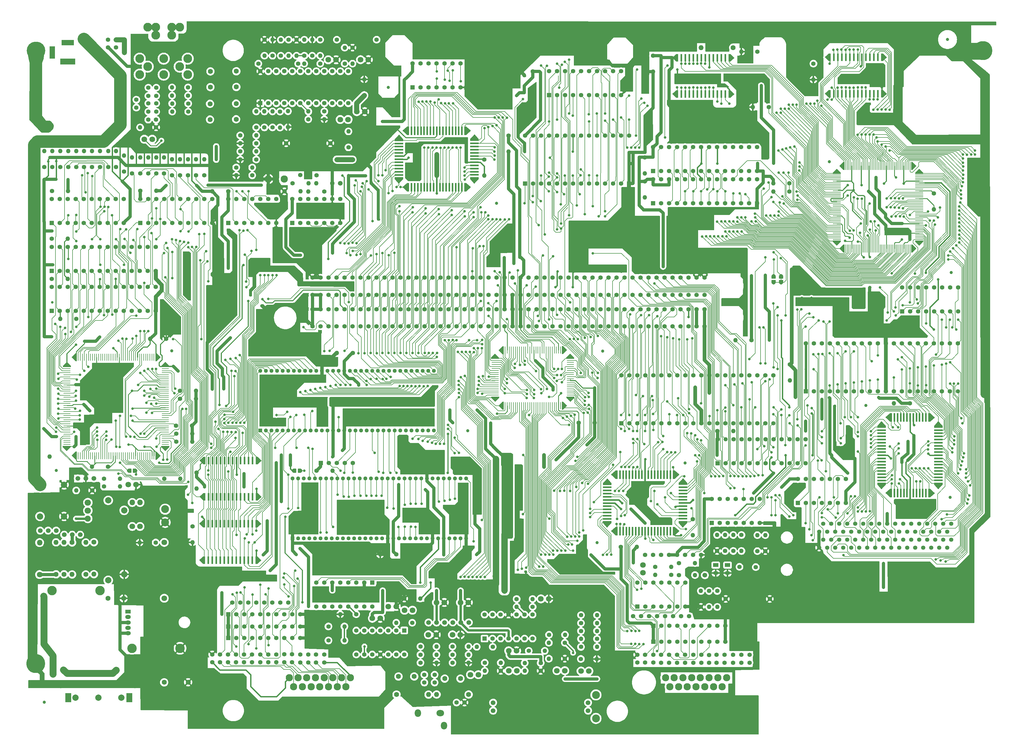
<source format=gtl>
G04 #@! TF.GenerationSoftware,KiCad,Pcbnew,8.0.5*
G04 #@! TF.CreationDate,2025-05-06T19:50:55+10:00*
G04 #@! TF.ProjectId,NeoGeoAES3_5,4e656f47-656f-4414-9553-335f352e6b69,BF1.4*
G04 #@! TF.SameCoordinates,Original*
G04 #@! TF.FileFunction,Copper,L1,Top*
G04 #@! TF.FilePolarity,Positive*
%FSLAX46Y46*%
G04 Gerber Fmt 4.6, Leading zero omitted, Abs format (unit mm)*
G04 Created by KiCad (PCBNEW 8.0.5) date 2025-05-06 19:50:55*
%MOMM*%
%LPD*%
G01*
G04 APERTURE LIST*
G04 Aperture macros list*
%AMFreePoly0*
4,1,32,0.659509,0.653079,0.695557,0.638147,0.723147,0.610557,0.738079,0.574509,0.740000,0.555000,0.740000,-0.555000,0.738079,-0.574509,0.723147,-0.610557,0.695557,-0.638147,0.659509,-0.653079,0.640000,-0.655000,0.000000,-0.655000,-0.019509,-0.653079,-0.026401,-0.650224,-0.078952,-0.650224,-0.232266,-0.612436,-0.372082,-0.539054,-0.490275,-0.434345,-0.579974,-0.304394,-0.635967,-0.156752,
-0.655000,0.000000,-0.635967,0.156752,-0.579974,0.304394,-0.490275,0.434345,-0.372082,0.539054,-0.232266,0.612436,-0.078952,0.650224,-0.026401,0.650224,-0.019509,0.653079,0.000000,0.655000,0.640000,0.655000,0.659509,0.653079,0.659509,0.653079,$1*%
%AMFreePoly1*
4,1,15,0.015923,1.446025,0.016652,1.445308,1.271606,0.187012,1.286204,0.151638,1.282612,0.143000,1.285750,0.143000,1.285750,-0.143000,-1.285750,-0.143000,-1.285750,0.143000,-1.284830,0.143000,-1.285817,0.145367,-1.271842,0.180166,-0.054775,1.444673,-0.019706,1.459991,0.015923,1.446025,0.015923,1.446025,$1*%
%AMFreePoly2*
4,1,14,1.215375,-0.282999,1.215110,-0.282999,1.215147,-0.310774,1.192453,-0.348924,0.052453,-1.547298,-0.001897,-1.576722,-0.063161,-1.568580,-0.093585,-1.546088,-1.193585,-0.350713,-1.219333,-0.294529,-1.215375,-0.274862,-1.215375,0.282999,1.215375,0.282999,1.215375,-0.282999,1.215375,-0.282999,$1*%
%AMFreePoly3*
4,1,15,1.390750,-0.283000,1.385106,-0.283000,1.385106,-0.313902,1.362657,-0.351709,0.022657,-1.768709,-0.031605,-1.798294,-0.092894,-1.790333,-0.125254,-1.765854,-1.365254,-0.348854,-1.389590,-0.292044,-1.387533,-0.283000,-1.390750,-0.283000,-1.390750,0.283000,1.390750,0.283000,1.390750,-0.283000,1.390750,-0.283000,$1*%
%AMFreePoly4*
4,1,18,-0.011263,1.812192,0.023136,1.788199,1.363136,0.351199,1.375475,0.324736,1.388751,0.298754,1.388458,0.296894,1.389255,0.295186,1.386886,0.283000,1.390750,0.283000,1.390750,-0.283000,-1.390750,-0.283000,-1.390750,0.283000,-1.385106,0.283000,-1.385106,0.313902,-1.365710,0.348330,-0.125710,1.785330,-0.072850,1.817354,-0.011263,1.812192,-0.011263,1.812192,$1*%
G04 Aperture macros list end*
G04 #@! TA.AperFunction,ComponentPad*
%ADD10C,1.400000*%
G04 #@! TD*
G04 #@! TA.AperFunction,ComponentPad*
%ADD11O,1.400000X1.400000*%
G04 #@! TD*
G04 #@! TA.AperFunction,ComponentPad*
%ADD12R,1.400000X1.400000*%
G04 #@! TD*
G04 #@! TA.AperFunction,ComponentPad*
%ADD13C,3.000000*%
G04 #@! TD*
G04 #@! TA.AperFunction,ComponentPad*
%ADD14C,1.600000*%
G04 #@! TD*
G04 #@! TA.AperFunction,ComponentPad*
%ADD15O,1.600000X1.600000*%
G04 #@! TD*
G04 #@! TA.AperFunction,ComponentPad*
%ADD16C,1.500000*%
G04 #@! TD*
G04 #@! TA.AperFunction,SMDPad,CuDef*
%ADD17FreePoly0,180.000000*%
G04 #@! TD*
G04 #@! TA.AperFunction,SMDPad,CuDef*
%ADD18FreePoly0,0.000000*%
G04 #@! TD*
G04 #@! TA.AperFunction,SMDPad,CuDef*
%ADD19C,1.000000*%
G04 #@! TD*
G04 #@! TA.AperFunction,ComponentPad*
%ADD20C,1.800000*%
G04 #@! TD*
G04 #@! TA.AperFunction,ComponentPad*
%ADD21C,1.350000*%
G04 #@! TD*
G04 #@! TA.AperFunction,ComponentPad*
%ADD22C,2.000000*%
G04 #@! TD*
G04 #@! TA.AperFunction,ComponentPad*
%ADD23R,1.875396X2.889996*%
G04 #@! TD*
G04 #@! TA.AperFunction,SMDPad,CuDef*
%ADD24FreePoly0,90.000000*%
G04 #@! TD*
G04 #@! TA.AperFunction,SMDPad,CuDef*
%ADD25FreePoly0,270.000000*%
G04 #@! TD*
G04 #@! TA.AperFunction,ComponentPad*
%ADD26O,5.900000X5.600000*%
G04 #@! TD*
G04 #@! TA.AperFunction,ComponentPad*
%ADD27C,1.348000*%
G04 #@! TD*
G04 #@! TA.AperFunction,SMDPad,CuDef*
%ADD28FreePoly1,270.000000*%
G04 #@! TD*
G04 #@! TA.AperFunction,SMDPad,CuDef*
%ADD29R,0.286000X2.571500*%
G04 #@! TD*
G04 #@! TA.AperFunction,SMDPad,CuDef*
%ADD30FreePoly1,90.000000*%
G04 #@! TD*
G04 #@! TA.AperFunction,SMDPad,CuDef*
%ADD31FreePoly1,0.000000*%
G04 #@! TD*
G04 #@! TA.AperFunction,SMDPad,CuDef*
%ADD32R,2.571500X0.286000*%
G04 #@! TD*
G04 #@! TA.AperFunction,SMDPad,CuDef*
%ADD33FreePoly1,180.000000*%
G04 #@! TD*
G04 #@! TA.AperFunction,ComponentPad*
%ADD34C,2.300000*%
G04 #@! TD*
G04 #@! TA.AperFunction,ComponentPad*
%ADD35O,1.800000X1.800000*%
G04 #@! TD*
G04 #@! TA.AperFunction,ComponentPad*
%ADD36O,6.000000X6.000000*%
G04 #@! TD*
G04 #@! TA.AperFunction,SMDPad,CuDef*
%ADD37R,0.286000X2.280000*%
G04 #@! TD*
G04 #@! TA.AperFunction,SMDPad,CuDef*
%ADD38R,2.280000X0.286000*%
G04 #@! TD*
G04 #@! TA.AperFunction,ComponentPad*
%ADD39R,4.820000X1.840000*%
G04 #@! TD*
G04 #@! TA.AperFunction,ComponentPad*
%ADD40R,4.000000X1.800000*%
G04 #@! TD*
G04 #@! TA.AperFunction,ComponentPad*
%ADD41R,1.800000X4.000000*%
G04 #@! TD*
G04 #@! TA.AperFunction,SMDPad,CuDef*
%ADD42FreePoly2,270.000000*%
G04 #@! TD*
G04 #@! TA.AperFunction,SMDPad,CuDef*
%ADD43R,0.565998X2.430750*%
G04 #@! TD*
G04 #@! TA.AperFunction,SMDPad,CuDef*
%ADD44FreePoly2,90.000000*%
G04 #@! TD*
G04 #@! TA.AperFunction,ComponentPad*
%ADD45C,1.905000*%
G04 #@! TD*
G04 #@! TA.AperFunction,ComponentPad*
%ADD46O,2.000000X1.905000*%
G04 #@! TD*
G04 #@! TA.AperFunction,ComponentPad*
%ADD47C,2.500000*%
G04 #@! TD*
G04 #@! TA.AperFunction,SMDPad,CuDef*
%ADD48FreePoly3,0.000000*%
G04 #@! TD*
G04 #@! TA.AperFunction,SMDPad,CuDef*
%ADD49R,2.781500X0.566000*%
G04 #@! TD*
G04 #@! TA.AperFunction,SMDPad,CuDef*
%ADD50FreePoly4,0.000000*%
G04 #@! TD*
G04 #@! TA.AperFunction,SMDPad,CuDef*
%ADD51FreePoly3,90.000000*%
G04 #@! TD*
G04 #@! TA.AperFunction,SMDPad,CuDef*
%ADD52R,0.566000X2.781500*%
G04 #@! TD*
G04 #@! TA.AperFunction,SMDPad,CuDef*
%ADD53FreePoly3,270.000000*%
G04 #@! TD*
G04 #@! TA.AperFunction,ComponentPad*
%ADD54O,2.000000X2.400000*%
G04 #@! TD*
G04 #@! TA.AperFunction,ComponentPad*
%ADD55O,2.400000X2.000000*%
G04 #@! TD*
G04 #@! TA.AperFunction,ComponentPad*
%ADD56R,1.700000X1.200000*%
G04 #@! TD*
G04 #@! TA.AperFunction,ComponentPad*
%ADD57O,1.700000X1.200000*%
G04 #@! TD*
G04 #@! TA.AperFunction,ComponentPad*
%ADD58R,1.300000X1.300000*%
G04 #@! TD*
G04 #@! TA.AperFunction,ComponentPad*
%ADD59O,1.300000X1.300000*%
G04 #@! TD*
G04 #@! TA.AperFunction,ComponentPad*
%ADD60C,1.320000*%
G04 #@! TD*
G04 #@! TA.AperFunction,SMDPad,CuDef*
%ADD61FreePoly4,270.000000*%
G04 #@! TD*
G04 #@! TA.AperFunction,SMDPad,CuDef*
%ADD62FreePoly3,180.000000*%
G04 #@! TD*
G04 #@! TA.AperFunction,ComponentPad*
%ADD63R,1.800000X1.275000*%
G04 #@! TD*
G04 #@! TA.AperFunction,ComponentPad*
%ADD64O,1.800000X1.275000*%
G04 #@! TD*
G04 #@! TA.AperFunction,ComponentPad*
%ADD65C,2.800000*%
G04 #@! TD*
G04 #@! TA.AperFunction,ViaPad*
%ADD66C,0.800000*%
G04 #@! TD*
G04 #@! TA.AperFunction,Conductor*
%ADD67C,0.160000*%
G04 #@! TD*
G04 #@! TA.AperFunction,Conductor*
%ADD68C,1.000000*%
G04 #@! TD*
G04 #@! TA.AperFunction,Conductor*
%ADD69C,0.500000*%
G04 #@! TD*
G04 #@! TA.AperFunction,Conductor*
%ADD70C,0.400000*%
G04 #@! TD*
G04 #@! TA.AperFunction,Conductor*
%ADD71C,0.250000*%
G04 #@! TD*
G04 #@! TA.AperFunction,Conductor*
%ADD72C,0.800000*%
G04 #@! TD*
G04 #@! TA.AperFunction,Conductor*
%ADD73C,2.000000*%
G04 #@! TD*
G04 #@! TA.AperFunction,Conductor*
%ADD74C,0.300000*%
G04 #@! TD*
G04 #@! TA.AperFunction,Conductor*
%ADD75C,1.600000*%
G04 #@! TD*
G04 #@! TA.AperFunction,Conductor*
%ADD76C,1.200000*%
G04 #@! TD*
G04 #@! TA.AperFunction,Conductor*
%ADD77C,0.127000*%
G04 #@! TD*
G04 #@! TA.AperFunction,Conductor*
%ADD78C,1.500000*%
G04 #@! TD*
G04 #@! TA.AperFunction,Conductor*
%ADD79C,1.300000*%
G04 #@! TD*
G04 #@! TA.AperFunction,Conductor*
%ADD80C,0.200000*%
G04 #@! TD*
G04 #@! TA.AperFunction,Conductor*
%ADD81C,4.000000*%
G04 #@! TD*
G04 #@! TA.AperFunction,Conductor*
%ADD82C,2.200000*%
G04 #@! TD*
G04 APERTURE END LIST*
D10*
G04 #@! TO.P,R56,1*
G04 #@! TO.N,Net-(U32-VREF)*
X139200000Y-48127500D03*
D11*
G04 #@! TO.P,R56,2*
G04 #@! TO.N,Net-(U32-YIN)*
X139200000Y-43047500D03*
G04 #@! TD*
D10*
G04 #@! TO.P,R55,1*
G04 #@! TO.N,Net-(U32-YOUT)*
X131447500Y-48140000D03*
D11*
G04 #@! TO.P,R55,2*
G04 #@! TO.N,Net-(C31-Pad1)*
X126367500Y-48140000D03*
G04 #@! TD*
D10*
G04 #@! TO.P,R302,1*
G04 #@! TO.N,AUDIOMONO*
X198887500Y-220780000D03*
D11*
G04 #@! TO.P,R302,2*
G04 #@! TO.N,Net-(U29C--)*
X193807500Y-220780000D03*
G04 #@! TD*
D10*
G04 #@! TO.P,R13,1*
G04 #@! TO.N,Net-(U10-Q0)*
X64130000Y-80970000D03*
D11*
G04 #@! TO.P,R13,2*
G04 #@! TO.N,GIN*
X64130000Y-75890000D03*
G04 #@! TD*
D10*
G04 #@! TO.P,C124,1*
G04 #@! TO.N,VCC*
X92137500Y-178090000D03*
D11*
G04 #@! TO.P,C124,2*
G04 #@! TO.N,GND*
X92137500Y-183170000D03*
G04 #@! TD*
D12*
G04 #@! TO.P,CR2,1,VCC*
G04 #@! TO.N,VCC*
X237190000Y-231850000D03*
D10*
G04 #@! TO.P,CR2,2,IN1*
G04 #@! TO.N,Net-(CR2-IN1)*
X239730000Y-231850000D03*
G04 #@! TO.P,CR2,3,OUT1*
G04 #@! TO.N,/CONTROLLER/IN12*
X242270000Y-231850000D03*
G04 #@! TO.P,CR2,4,IN2*
G04 #@! TO.N,Net-(CR2-IN2)*
X244810000Y-231850000D03*
G04 #@! TO.P,CR2,5,OUT2*
G04 #@! TO.N,/CONTROLLER/IN13*
X247350000Y-231850000D03*
G04 #@! TO.P,CR2,6,IN3*
G04 #@! TO.N,Net-(CR2-IN3)*
X249890000Y-231850000D03*
G04 #@! TO.P,CR2,7,OUT3*
G04 #@! TO.N,/CONTROLLER/IN14*
X252430000Y-231850000D03*
G04 #@! TO.P,CR2,8,IN4*
G04 #@! TO.N,Net-(CR2-IN4)*
X254970000Y-231850000D03*
G04 #@! TO.P,CR2,9,OUT4*
G04 #@! TO.N,/CONTROLLER/IN15*
X257510000Y-231850000D03*
G04 #@! TO.P,CR2,10,GND*
G04 #@! TO.N,GND*
X260050000Y-231850000D03*
G04 #@! TD*
G04 #@! TO.P,R32,1*
G04 #@! TO.N,GND*
X158122500Y-218140000D03*
D11*
G04 #@! TO.P,R32,2*
G04 #@! TO.N,Net-(U27-AOUT)*
X163202500Y-218140000D03*
G04 #@! TD*
D10*
G04 #@! TO.P,R45,1*
G04 #@! TO.N,Net-(R45-Pad1)*
X197652500Y-234770000D03*
D11*
G04 #@! TO.P,R45,2*
G04 #@! TO.N,Net-(Q101-B)*
X202732500Y-234770000D03*
G04 #@! TD*
D12*
G04 #@! TO.P,U19,1,NC*
G04 #@! TO.N,GND*
X237140000Y-82280000D03*
D10*
G04 #@! TO.P,U19,2,A12*
X239680000Y-82280000D03*
G04 #@! TO.P,U19,3,A7*
G04 #@! TO.N,/GRAPHICS/C7*
X242220000Y-82280000D03*
G04 #@! TO.P,U19,4,A6*
G04 #@! TO.N,/GRAPHICS/C6*
X244760000Y-82280000D03*
G04 #@! TO.P,U19,5,A5*
G04 #@! TO.N,/GRAPHICS/C5*
X247300000Y-82280000D03*
G04 #@! TO.P,U19,6,A4*
G04 #@! TO.N,/GRAPHICS/C4*
X249840000Y-82280000D03*
G04 #@! TO.P,U19,7,A3*
G04 #@! TO.N,/GRAPHICS/C3*
X252380000Y-82280000D03*
G04 #@! TO.P,U19,8,A2*
G04 #@! TO.N,/GRAPHICS/C2*
X254920000Y-82280000D03*
G04 #@! TO.P,U19,9,A1*
G04 #@! TO.N,/GRAPHICS/C1*
X257460000Y-82280000D03*
G04 #@! TO.P,U19,10,A0*
G04 #@! TO.N,/GRAPHICS/C0*
X260000000Y-82280000D03*
G04 #@! TO.P,U19,11,D0*
G04 #@! TO.N,/GRAPHICS/F0*
X262540000Y-82280000D03*
G04 #@! TO.P,U19,12,D1*
G04 #@! TO.N,/GRAPHICS/F1*
X265080000Y-82280000D03*
G04 #@! TO.P,U19,13,D2*
G04 #@! TO.N,/GRAPHICS/F2*
X267620000Y-82280000D03*
G04 #@! TO.P,U19,14,GND*
G04 #@! TO.N,GND*
X270160000Y-82280000D03*
G04 #@! TO.P,U19,15,D3*
G04 #@! TO.N,/GRAPHICS/F3*
X270160000Y-74660000D03*
G04 #@! TO.P,U19,16,D4*
G04 #@! TO.N,/GRAPHICS/F4*
X267620000Y-74660000D03*
G04 #@! TO.P,U19,17,D5*
G04 #@! TO.N,/GRAPHICS/F5*
X265080000Y-74660000D03*
G04 #@! TO.P,U19,18,D6*
G04 #@! TO.N,/GRAPHICS/F6*
X262540000Y-74660000D03*
G04 #@! TO.P,U19,19,D7*
G04 #@! TO.N,/GRAPHICS/F7*
X260000000Y-74660000D03*
G04 #@! TO.P,U19,20,~{CS1}*
G04 #@! TO.N,GND*
X257460000Y-74660000D03*
G04 #@! TO.P,U19,21,A10*
G04 #@! TO.N,/GRAPHICS/C10*
X254920000Y-74660000D03*
G04 #@! TO.P,U19,22,~{OE}*
G04 #@! TO.N,GND*
X252380000Y-74660000D03*
G04 #@! TO.P,U19,23,A11*
G04 #@! TO.N,Net-(U19-A11)*
X249840000Y-74660000D03*
G04 #@! TO.P,U19,24,A9*
G04 #@! TO.N,/GRAPHICS/C9*
X247300000Y-74660000D03*
G04 #@! TO.P,U19,25,A8*
G04 #@! TO.N,/GRAPHICS/C8*
X244760000Y-74660000D03*
G04 #@! TO.P,U19,26,CS2*
G04 #@! TO.N,VCC*
X242220000Y-74660000D03*
G04 #@! TO.P,U19,27,~{WE}*
G04 #@! TO.N,Net-(U19-~{WE})*
X239680000Y-74660000D03*
G04 #@! TO.P,U19,28,VCC*
G04 #@! TO.N,VCC*
X237140000Y-74660000D03*
G04 #@! TD*
G04 #@! TO.P,BF27,1*
G04 #@! TO.N,Net-(BF27-Pad1)*
X267742500Y-238515000D03*
G04 #@! TO.P,BF27,2*
G04 #@! TO.N,VCC*
X267742500Y-236015000D03*
G04 #@! TD*
G04 #@! TO.P,R30,1*
G04 #@! TO.N,VCC*
X268317500Y-136050000D03*
D11*
G04 #@! TO.P,R30,2*
G04 #@! TO.N,Net-(U24-~{BUSRQ})*
X263237500Y-136050000D03*
G04 #@! TD*
D10*
G04 #@! TO.P,R53,1*
G04 #@! TO.N,GND*
X141690000Y-43050000D03*
D11*
G04 #@! TO.P,R53,2*
G04 #@! TO.N,Net-(U32-IREF)*
X141690000Y-48130000D03*
G04 #@! TD*
D13*
G04 #@! TO.P,D1,1,K*
G04 #@! TO.N,Net-(D1-K)*
X61510000Y-215620000D03*
G04 #@! TO.P,D1,2,A*
G04 #@! TO.N,Net-(D1-A)*
X46270000Y-215620000D03*
G04 #@! TD*
D14*
G04 #@! TO.P,R79,1*
G04 #@! TO.N,Net-(Q11-C)*
X52650000Y-200310000D03*
D15*
G04 #@! TO.P,R79,2*
G04 #@! TO.N,Net-(Q12-B)*
X52650000Y-210470000D03*
G04 #@! TD*
D10*
G04 #@! TO.P,R402,1*
G04 #@! TO.N,Net-(Q101-E)*
X163260000Y-235980000D03*
D11*
G04 #@! TO.P,R402,2*
G04 #@! TO.N,Net-(U29B--)*
X168340000Y-235980000D03*
G04 #@! TD*
D16*
G04 #@! TO.P,Q11,1,E*
G04 #@! TO.N,Net-(Q11-E)*
X50130000Y-197850000D03*
G04 #@! TO.P,Q11,2,C*
G04 #@! TO.N,Net-(Q11-C)*
X52670000Y-197850000D03*
G04 #@! TO.P,Q11,3,B*
G04 #@! TO.N,Net-(Q11-B)*
X55210000Y-197850000D03*
G04 #@! TD*
D17*
G04 #@! TO.P,J2,1,A*
G04 #@! TO.N,GND*
X72710000Y-177500000D03*
D18*
G04 #@! TO.P,J2,2,B*
G04 #@! TO.N,Net-(J2-B)*
X70740000Y-177505000D03*
G04 #@! TD*
D19*
G04 #@! TO.P,H13,1,1*
G04 #@! TO.N,unconnected-(H13-Pad1)*
X43815000Y-251053600D03*
G04 #@! TD*
D10*
G04 #@! TO.P,R401,1*
G04 #@! TO.N,Net-(Q101-E)*
X163260000Y-238540000D03*
D11*
G04 #@! TO.P,R401,2*
G04 #@! TO.N,GND*
X168340000Y-238540000D03*
G04 #@! TD*
D12*
G04 #@! TO.P,U9,1,~{Mr}*
G04 #@! TO.N,BNKB*
X74305000Y-98750000D03*
D10*
G04 #@! TO.P,U9,2,Q0*
G04 #@! TO.N,Net-(U9-Q0)*
X76845000Y-98750000D03*
G04 #@! TO.P,U9,3,D0*
G04 #@! TO.N,/VIDEO/PC12*
X79385000Y-98750000D03*
G04 #@! TO.P,U9,4,D1*
G04 #@! TO.N,/VIDEO/PC0*
X81925000Y-98750000D03*
G04 #@! TO.P,U9,5,Q1*
G04 #@! TO.N,Net-(U9-Q1)*
X84465000Y-98750000D03*
G04 #@! TO.P,U9,6,Q2*
G04 #@! TO.N,Net-(U9-Q2)*
X87005000Y-98750000D03*
G04 #@! TO.P,U9,7,D2*
G04 #@! TO.N,/VIDEO/PC1*
X89545000Y-98750000D03*
G04 #@! TO.P,U9,8,D3*
G04 #@! TO.N,/VIDEO/PC2*
X92085000Y-98750000D03*
G04 #@! TO.P,U9,9,Q3*
G04 #@! TO.N,Net-(U9-Q3)*
X94625000Y-98750000D03*
G04 #@! TO.P,U9,10,GND*
G04 #@! TO.N,GND*
X97165000Y-98750000D03*
G04 #@! TO.P,U9,11,Cp*
G04 #@! TO.N,6MB*
X97165000Y-91130000D03*
G04 #@! TO.P,U9,12,Q4*
G04 #@! TO.N,Net-(U9-Q4)*
X94625000Y-91130000D03*
G04 #@! TO.P,U9,13,D4*
G04 #@! TO.N,/VIDEO/PC3*
X92085000Y-91130000D03*
G04 #@! TO.P,U9,14,D5*
G04 #@! TO.N,/VIDEO/PC13*
X89545000Y-91130000D03*
G04 #@! TO.P,U9,15,Q5*
G04 #@! TO.N,Net-(U9-Q5)*
X87005000Y-91130000D03*
G04 #@! TO.P,U9,16,Q6*
G04 #@! TO.N,Net-(U9-Q6)*
X84465000Y-91130000D03*
G04 #@! TO.P,U9,17,D6*
G04 #@! TO.N,/VIDEO/PC4*
X81925000Y-91130000D03*
G04 #@! TO.P,U9,18,D7*
G04 #@! TO.N,/VIDEO/PC5*
X79385000Y-91130000D03*
G04 #@! TO.P,U9,19,Q7*
G04 #@! TO.N,Net-(U9-Q7)*
X76845000Y-91130000D03*
G04 #@! TO.P,U9,20,VCC*
G04 #@! TO.N,VCC*
X74305000Y-91130000D03*
G04 #@! TD*
G04 #@! TO.P,C44,1*
G04 #@! TO.N,GND*
X59029600Y-183788300D03*
D11*
G04 #@! TO.P,C44,2*
G04 #@! TO.N,Net-(SW2-A)*
X53949600Y-183788300D03*
G04 #@! TD*
D16*
G04 #@! TO.P,U14,1,VCC*
G04 #@! TO.N,VCC*
X54490000Y-179980000D03*
G04 #@! TO.P,U14,2,OUT*
G04 #@! TO.N,Net-(U14-OUT)*
X59570000Y-179980000D03*
G04 #@! TO.P,U14,3,GND*
G04 #@! TO.N,GND*
X57030000Y-179980000D03*
G04 #@! TD*
D20*
G04 #@! TO.P,C2,1*
G04 #@! TO.N,Net-(U26-RB)*
X153080000Y-220660000D03*
G04 #@! TO.P,C2,2*
G04 #@! TO.N,GND*
X155580000Y-220660000D03*
G04 #@! TD*
D10*
G04 #@! TO.P,BF53,1*
G04 #@! TO.N,Net-(BF53-Pad1)*
X79350000Y-60770000D03*
G04 #@! TO.P,BF53,2*
G04 #@! TO.N,/RGB VIDEO/B*
X76850000Y-60770000D03*
G04 #@! TD*
D12*
G04 #@! TO.P,U36,1,NC*
G04 #@! TO.N,VCC*
X285655000Y-152295000D03*
D10*
G04 #@! TO.P,U36,2,~{CE}*
G04 #@! TO.N,GND*
X288195000Y-152295000D03*
G04 #@! TO.P,U36,3,D15*
G04 #@! TO.N,/CPU/D15*
X290735000Y-152295000D03*
G04 #@! TO.P,U36,4,D14*
G04 #@! TO.N,/CPU/D14*
X293275000Y-152295000D03*
G04 #@! TO.P,U36,5,D13*
G04 #@! TO.N,/CPU/D13*
X295815000Y-152295000D03*
G04 #@! TO.P,U36,6,D12*
G04 #@! TO.N,/CPU/D12*
X298355000Y-152295000D03*
G04 #@! TO.P,U36,7,D11*
G04 #@! TO.N,/CPU/D11*
X300895000Y-152295000D03*
G04 #@! TO.P,U36,8,D10*
G04 #@! TO.N,/CPU/D10*
X303435000Y-152295000D03*
G04 #@! TO.P,U36,9,D9*
G04 #@! TO.N,/CPU/D9*
X305975000Y-152295000D03*
G04 #@! TO.P,U36,10,D8*
G04 #@! TO.N,/CPU/D8*
X308515000Y-152295000D03*
G04 #@! TO.P,U36,11,GND*
G04 #@! TO.N,GND*
X311055000Y-152295000D03*
G04 #@! TO.P,U36,12,D7*
G04 #@! TO.N,/CPU/D7*
X313595000Y-152295000D03*
G04 #@! TO.P,U36,13,D6*
G04 #@! TO.N,/CPU/D6*
X316135000Y-152295000D03*
G04 #@! TO.P,U36,14,D5*
G04 #@! TO.N,/CPU/D5*
X318675000Y-152295000D03*
G04 #@! TO.P,U36,15,D4*
G04 #@! TO.N,/CPU/D4*
X321215000Y-152295000D03*
G04 #@! TO.P,U36,16,D3*
G04 #@! TO.N,/CPU/D3*
X323755000Y-152295000D03*
G04 #@! TO.P,U36,17,D2*
G04 #@! TO.N,/CPU/D2*
X326295000Y-152295000D03*
G04 #@! TO.P,U36,18,D1*
G04 #@! TO.N,/CPU/D1*
X328835000Y-152295000D03*
G04 #@! TO.P,U36,19,D0*
G04 #@! TO.N,/CPU/D0*
X331375000Y-152295000D03*
D21*
G04 #@! TO.P,U36,20,~{OE}*
G04 #@! TO.N,Net-(U34-ANO0)*
X333915000Y-152295000D03*
D10*
G04 #@! TO.P,U36,21,A0*
G04 #@! TO.N,/CPU/A1*
X333915000Y-137055000D03*
G04 #@! TO.P,U36,22,A1*
G04 #@! TO.N,/CPU/A2*
X331375000Y-137055000D03*
G04 #@! TO.P,U36,23,A2*
G04 #@! TO.N,/CPU/A3*
X328835000Y-137055000D03*
G04 #@! TO.P,U36,24,A3*
G04 #@! TO.N,/CPU/A4*
X326295000Y-137055000D03*
G04 #@! TO.P,U36,25,A4*
G04 #@! TO.N,/CPU/A5*
X323755000Y-137055000D03*
G04 #@! TO.P,U36,26,A5*
G04 #@! TO.N,/CPU/A6*
X321215000Y-137055000D03*
G04 #@! TO.P,U36,27,A6*
G04 #@! TO.N,/CPU/A7*
X318675000Y-137055000D03*
G04 #@! TO.P,U36,28,A7*
G04 #@! TO.N,/CPU/A8*
X316135000Y-137055000D03*
G04 #@! TO.P,U36,29,A8*
G04 #@! TO.N,/CPU/A9*
X313595000Y-137055000D03*
G04 #@! TO.P,U36,30,GND*
G04 #@! TO.N,GND*
X311055000Y-137055000D03*
G04 #@! TO.P,U36,31,A9*
G04 #@! TO.N,/CPU/A10*
X308515000Y-137055000D03*
G04 #@! TO.P,U36,32,A10*
G04 #@! TO.N,/CPU/A11*
X305975000Y-137055000D03*
G04 #@! TO.P,U36,33,A11*
G04 #@! TO.N,/CPU/A12*
X303435000Y-137055000D03*
G04 #@! TO.P,U36,34,A12*
G04 #@! TO.N,/CPU/A13*
X300895000Y-137055000D03*
G04 #@! TO.P,U36,35,A13*
G04 #@! TO.N,/CPU/A14*
X298355000Y-137055000D03*
G04 #@! TO.P,U36,36,A14*
G04 #@! TO.N,/CPU/A15*
X295815000Y-137055000D03*
G04 #@! TO.P,U36,37,A15*
G04 #@! TO.N,/CPU/A16*
X293275000Y-137055000D03*
G04 #@! TO.P,U36,38,NC*
G04 #@! TO.N,unconnected-(U36-NC-Pad38)*
X290735000Y-137055000D03*
G04 #@! TO.P,U36,39,NC*
G04 #@! TO.N,VCC*
X288195000Y-137055000D03*
G04 #@! TO.P,U36,40,VCC*
X285655000Y-137055000D03*
G04 #@! TD*
G04 #@! TO.P,R12,1*
G04 #@! TO.N,Net-(U9-Q6)*
X76820000Y-83020000D03*
D11*
G04 #@! TO.P,R12,2*
G04 #@! TO.N,GIN*
X76820000Y-77940000D03*
G04 #@! TD*
D10*
G04 #@! TO.P,R42,1*
G04 #@! TO.N,Net-(U28C--)*
X209110000Y-232190000D03*
D11*
G04 #@! TO.P,R42,2*
G04 #@! TO.N,AUDIOL*
X204030000Y-232190000D03*
G04 #@! TD*
D10*
G04 #@! TO.P,R14,1*
G04 #@! TO.N,Net-(U10-Q1)*
X61530000Y-80970000D03*
D11*
G04 #@! TO.P,R14,2*
G04 #@! TO.N,GIN*
X61530000Y-75890000D03*
G04 #@! TD*
D10*
G04 #@! TO.P,R49,1*
G04 #@! TO.N,GND*
X188750000Y-241120000D03*
D11*
G04 #@! TO.P,R49,2*
G04 #@! TO.N,Net-(U29A-+)*
X183670000Y-241120000D03*
G04 #@! TD*
D10*
G04 #@! TO.P,R20,1*
G04 #@! TO.N,Net-(R20-Pad1)*
X66630000Y-80970000D03*
D11*
G04 #@! TO.P,R20,2*
G04 #@! TO.N,GIN*
X66630000Y-75890000D03*
G04 #@! TD*
D20*
G04 #@! TO.P,C113,1*
G04 #@! TO.N,VCC*
X147990000Y-224410000D03*
G04 #@! TO.P,C113,2*
G04 #@! TO.N,GND*
X150490000Y-224410000D03*
G04 #@! TD*
D10*
G04 #@! TO.P,R36,1*
G04 #@! TO.N,Net-(U28C--)*
X214230000Y-223400000D03*
D11*
G04 #@! TO.P,R36,2*
G04 #@! TO.N,Net-(U29C-+)*
X219310000Y-223400000D03*
G04 #@! TD*
D12*
G04 #@! TO.P,U38,1*
G04 #@! TO.N,CARDWEN*
X283090000Y-187790000D03*
D10*
G04 #@! TO.P,U38,2*
G04 #@! TO.N,Net-(U38-Pad2)*
X285630000Y-187790000D03*
G04 #@! TO.P,U38,3*
G04 #@! TO.N,Net-(U38-Pad3)*
X288170000Y-187790000D03*
G04 #@! TO.P,U38,4*
X290710000Y-187790000D03*
G04 #@! TO.P,U38,5*
G04 #@! TO.N,CARDWE*
X293250000Y-187790000D03*
G04 #@! TO.P,U38,6*
G04 #@! TO.N,Net-(CN6-Pad15)*
X295790000Y-187790000D03*
G04 #@! TO.P,U38,7,GND*
G04 #@! TO.N,GND*
X298330000Y-187790000D03*
G04 #@! TO.P,U38,8*
G04 #@! TO.N,Net-(CN6-Pad61)*
X298330000Y-180170000D03*
G04 #@! TO.P,U38,9*
G04 #@! TO.N,CARDOE*
X295790000Y-180170000D03*
G04 #@! TO.P,U38,10*
G04 #@! TO.N,REGEN*
X293250000Y-180170000D03*
G04 #@! TO.P,U38,11*
G04 #@! TO.N,unconnected-(U38-Pad11)*
X290710000Y-180170000D03*
G04 #@! TO.P,U38,12*
G04 #@! TO.N,VCC*
X288170000Y-180170000D03*
G04 #@! TO.P,U38,13*
X285630000Y-180170000D03*
G04 #@! TO.P,U38,14,VCC*
X283090000Y-180170000D03*
G04 #@! TD*
G04 #@! TO.P,BF23,1*
G04 #@! TO.N,Net-(RN1C-R3.1)*
X104707500Y-235925000D03*
G04 #@! TO.P,BF23,2*
G04 #@! TO.N,Net-(CN1-P14)*
X104707500Y-238425000D03*
G04 #@! TD*
D19*
G04 #@! TO.P,H5,1,1*
G04 #@! TO.N,unconnected-(H5-Pad1)*
X331780000Y-114490000D03*
G04 #@! TD*
D10*
G04 #@! TO.P,C65,1*
G04 #@! TO.N,Net-(C52-Pad2)*
X132740400Y-88747600D03*
D11*
G04 #@! TO.P,C65,2*
G04 #@! TO.N,Net-(C65-Pad2)*
X127660400Y-88747600D03*
G04 #@! TD*
D10*
G04 #@! TO.P,R46,1*
G04 #@! TO.N,GND*
X201430000Y-241120000D03*
D11*
G04 #@! TO.P,R46,2*
G04 #@! TO.N,Net-(U29B-+)*
X196350000Y-241120000D03*
G04 #@! TD*
D12*
G04 #@! TO.P,U24,1,A11*
G04 #@! TO.N,/Cartridge Slots/SDA11*
X227020000Y-162400000D03*
D10*
G04 #@! TO.P,U24,2,A12*
G04 #@! TO.N,/Cartridge Slots/SDA12*
X229560000Y-162400000D03*
G04 #@! TO.P,U24,3,A13*
G04 #@! TO.N,/Cartridge Slots/SDA13*
X232100000Y-162400000D03*
G04 #@! TO.P,U24,4,A14*
G04 #@! TO.N,/Cartridge Slots/SDA14*
X234640000Y-162400000D03*
G04 #@! TO.P,U24,5,A15*
G04 #@! TO.N,/Cartridge Slots/SDA15*
X237180000Y-162400000D03*
G04 #@! TO.P,U24,6,~{CLK}*
G04 #@! TO.N,4M*
X239720000Y-162400000D03*
G04 #@! TO.P,U24,7,D4*
G04 #@! TO.N,/CPU/SDD4*
X242260000Y-162400000D03*
G04 #@! TO.P,U24,8,D3*
G04 #@! TO.N,/CPU/SDD3*
X244800000Y-162400000D03*
G04 #@! TO.P,U24,9,D5*
G04 #@! TO.N,/CPU/SDD5*
X247340000Y-162400000D03*
G04 #@! TO.P,U24,10,D6*
G04 #@! TO.N,/CPU/SDD6*
X249880000Y-162400000D03*
G04 #@! TO.P,U24,11,VCC*
G04 #@! TO.N,VCC*
X252420000Y-162400000D03*
G04 #@! TO.P,U24,12,D2*
G04 #@! TO.N,/CPU/SDD2*
X254960000Y-162400000D03*
G04 #@! TO.P,U24,13,D7*
G04 #@! TO.N,/CPU/SDD7*
X257500000Y-162400000D03*
G04 #@! TO.P,U24,14,D0*
G04 #@! TO.N,/CPU/SDD0*
X260040000Y-162400000D03*
G04 #@! TO.P,U24,15,D1*
G04 #@! TO.N,/CPU/SDD1*
X262580000Y-162400000D03*
G04 #@! TO.P,U24,16,~{INT}*
G04 #@! TO.N,Z80INT*
X265120000Y-162400000D03*
G04 #@! TO.P,U24,17,~{NMI}*
G04 #@! TO.N,Net-(U22-NMI)*
X267660000Y-162400000D03*
G04 #@! TO.P,U24,18,~{HALT}*
G04 #@! TO.N,unconnected-(U24-~{HALT}-Pad18)*
X270200000Y-162400000D03*
G04 #@! TO.P,U24,19,~{MREQ}*
G04 #@! TO.N,Net-(U22-MREQ)*
X272740000Y-162400000D03*
D21*
G04 #@! TO.P,U24,20,~{IORQ}*
G04 #@! TO.N,Net-(U22-IORQ)*
X275280000Y-162400000D03*
D10*
G04 #@! TO.P,U24,21,~{RD}*
G04 #@! TO.N,Net-(U22-RD)*
X275280000Y-147160000D03*
G04 #@! TO.P,U24,22,~{WR}*
G04 #@! TO.N,Net-(U22-RW)*
X272740000Y-147160000D03*
G04 #@! TO.P,U24,23,~{BUSACK}*
G04 #@! TO.N,unconnected-(U24-~{BUSACK}-Pad23)*
X270200000Y-147160000D03*
G04 #@! TO.P,U24,24,~{WAIT}*
G04 #@! TO.N,Net-(U24-~{BUSRQ})*
X267660000Y-147160000D03*
G04 #@! TO.P,U24,25,~{BUSRQ}*
X265120000Y-147160000D03*
G04 #@! TO.P,U24,26,~{RESET}*
G04 #@! TO.N,RESET*
X262580000Y-147160000D03*
G04 #@! TO.P,U24,27,~{M1}*
G04 #@! TO.N,unconnected-(U24-~{M1}-Pad27)*
X260040000Y-147160000D03*
G04 #@! TO.P,U24,28,~{RFSH}*
G04 #@! TO.N,unconnected-(U24-~{RFSH}-Pad28)*
X257500000Y-147160000D03*
G04 #@! TO.P,U24,29,GND*
G04 #@! TO.N,GND*
X254960000Y-147160000D03*
G04 #@! TO.P,U24,30,A0*
G04 #@! TO.N,/Cartridge Slots/SDA0*
X252420000Y-147160000D03*
G04 #@! TO.P,U24,31,A1*
G04 #@! TO.N,/Cartridge Slots/SDA1*
X249880000Y-147160000D03*
G04 #@! TO.P,U24,32,A2*
G04 #@! TO.N,/Cartridge Slots/SDA2*
X247340000Y-147160000D03*
G04 #@! TO.P,U24,33,A3*
G04 #@! TO.N,/Cartridge Slots/SDA3*
X244800000Y-147160000D03*
G04 #@! TO.P,U24,34,A4*
G04 #@! TO.N,/Cartridge Slots/SDA4*
X242260000Y-147160000D03*
G04 #@! TO.P,U24,35,A5*
G04 #@! TO.N,/Cartridge Slots/SDA5*
X239720000Y-147160000D03*
G04 #@! TO.P,U24,36,A6*
G04 #@! TO.N,/Cartridge Slots/SDA6*
X237180000Y-147160000D03*
G04 #@! TO.P,U24,37,A7*
G04 #@! TO.N,/Cartridge Slots/SDA7*
X234640000Y-147160000D03*
G04 #@! TO.P,U24,38,A8*
G04 #@! TO.N,/Cartridge Slots/SDA8*
X232100000Y-147160000D03*
G04 #@! TO.P,U24,39,A9*
G04 #@! TO.N,/Cartridge Slots/SDA9*
X229560000Y-147160000D03*
G04 #@! TO.P,U24,40,A10*
G04 #@! TO.N,/Cartridge Slots/SDA10*
X227020000Y-147160000D03*
G04 #@! TD*
D16*
G04 #@! TO.P,Q102,1,E*
G04 #@! TO.N,Net-(Q102-E)*
X173520000Y-225732500D03*
G04 #@! TO.P,Q102,2,C*
G04 #@! TO.N,VCC*
X176060000Y-225732500D03*
G04 #@! TO.P,Q102,3,B*
G04 #@! TO.N,Net-(Q102-B)*
X178600000Y-225732500D03*
G04 #@! TD*
D12*
G04 #@! TO.P,U7,1,NC*
G04 #@! TO.N,VCC*
X46150000Y-114010000D03*
D10*
G04 #@! TO.P,U7,2,A12*
G04 #@! TO.N,PALBNK*
X48690000Y-114010000D03*
G04 #@! TO.P,U7,3,A7*
G04 #@! TO.N,PA7*
X51230000Y-114010000D03*
G04 #@! TO.P,U7,4,A6*
G04 #@! TO.N,PA6*
X53770000Y-114010000D03*
G04 #@! TO.P,U7,5,A5*
G04 #@! TO.N,PA5*
X56310000Y-114010000D03*
G04 #@! TO.P,U7,6,A4*
G04 #@! TO.N,PA4*
X58850000Y-114010000D03*
G04 #@! TO.P,U7,7,A3*
G04 #@! TO.N,PA3*
X61390000Y-114010000D03*
G04 #@! TO.P,U7,8,A2*
G04 #@! TO.N,PA2*
X63930000Y-114010000D03*
G04 #@! TO.P,U7,9,A1*
G04 #@! TO.N,PA1*
X66470000Y-114010000D03*
G04 #@! TO.P,U7,10,A0*
G04 #@! TO.N,PA0*
X69010000Y-114010000D03*
G04 #@! TO.P,U7,11,D0*
G04 #@! TO.N,/VIDEO/PC0*
X71550000Y-114010000D03*
G04 #@! TO.P,U7,12,D1*
G04 #@! TO.N,/VIDEO/PC1*
X74090000Y-114010000D03*
G04 #@! TO.P,U7,13,D2*
G04 #@! TO.N,/VIDEO/PC2*
X76630000Y-114010000D03*
G04 #@! TO.P,U7,14,GND*
G04 #@! TO.N,GND*
X79170000Y-114010000D03*
G04 #@! TO.P,U7,15,D3*
G04 #@! TO.N,/VIDEO/PC3*
X79170000Y-106390000D03*
G04 #@! TO.P,U7,16,D4*
G04 #@! TO.N,/VIDEO/PC4*
X76630000Y-106390000D03*
G04 #@! TO.P,U7,17,D5*
G04 #@! TO.N,/VIDEO/PC5*
X74090000Y-106390000D03*
G04 #@! TO.P,U7,18,D6*
G04 #@! TO.N,/VIDEO/PC6*
X71550000Y-106390000D03*
G04 #@! TO.P,U7,19,D7*
G04 #@! TO.N,/VIDEO/PC7*
X69010000Y-106390000D03*
G04 #@! TO.P,U7,20,~{CS1}*
G04 #@! TO.N,GND*
X66470000Y-106390000D03*
G04 #@! TO.P,U7,21,A10*
G04 #@! TO.N,PA10*
X63930000Y-106390000D03*
G04 #@! TO.P,U7,22,~{OE}*
G04 #@! TO.N,GND*
X61390000Y-106390000D03*
G04 #@! TO.P,U7,23,A11*
G04 #@! TO.N,PA11*
X58850000Y-106390000D03*
G04 #@! TO.P,U7,24,A9*
G04 #@! TO.N,PA9*
X56310000Y-106390000D03*
G04 #@! TO.P,U7,25,A8*
G04 #@! TO.N,PA8*
X53770000Y-106390000D03*
G04 #@! TO.P,U7,26,CS2*
G04 #@! TO.N,VCC*
X51230000Y-106390000D03*
G04 #@! TO.P,U7,27,~{WE}*
G04 #@! TO.N,Net-(U5-WE)*
X48690000Y-106390000D03*
G04 #@! TO.P,U7,28,VCC*
G04 #@! TO.N,VCC*
X46150000Y-106390000D03*
G04 #@! TD*
D12*
G04 #@! TO.P,U15,1,OEa*
G04 #@! TO.N,Net-(U15-OEa)*
X204060000Y-58160000D03*
D10*
G04 #@! TO.P,U15,2,I0a*
G04 #@! TO.N,Net-(U15-I0a)*
X206600000Y-58160000D03*
G04 #@! TO.P,U15,3,O3b*
G04 #@! TO.N,/Cartridge Slots/P23*
X209140000Y-58160000D03*
G04 #@! TO.P,U15,4,I1a*
G04 #@! TO.N,Net-(U15-I1a)*
X211680000Y-58160000D03*
G04 #@! TO.P,U15,5,O2b*
G04 #@! TO.N,/Cartridge Slots/P22*
X214220000Y-58160000D03*
G04 #@! TO.P,U15,6,I2a*
G04 #@! TO.N,Net-(U15-I2a)*
X216760000Y-58160000D03*
G04 #@! TO.P,U15,7,O1b*
G04 #@! TO.N,/Cartridge Slots/P21*
X219300000Y-58160000D03*
G04 #@! TO.P,U15,8,I3a*
G04 #@! TO.N,Net-(U15-I3a)*
X221840000Y-58160000D03*
G04 #@! TO.P,U15,9,O0b*
G04 #@! TO.N,/Cartridge Slots/P20*
X224380000Y-58160000D03*
G04 #@! TO.P,U15,10,GND*
G04 #@! TO.N,GND*
X226920000Y-58160000D03*
G04 #@! TO.P,U15,11,I0b*
G04 #@! TO.N,Net-(U15-I0b)*
X226920000Y-50540000D03*
G04 #@! TO.P,U15,12,O3a*
G04 #@! TO.N,/Cartridge Slots/P19*
X224380000Y-50540000D03*
G04 #@! TO.P,U15,13,I1b*
G04 #@! TO.N,Net-(U15-I1b)*
X221840000Y-50540000D03*
G04 #@! TO.P,U15,14,O2a*
G04 #@! TO.N,/Cartridge Slots/P18*
X219300000Y-50540000D03*
G04 #@! TO.P,U15,15,I2b*
G04 #@! TO.N,Net-(U15-I2b)*
X216760000Y-50540000D03*
G04 #@! TO.P,U15,16,O1a*
G04 #@! TO.N,/Cartridge Slots/P17*
X214220000Y-50540000D03*
G04 #@! TO.P,U15,17,I3b*
G04 #@! TO.N,Net-(U15-I3b)*
X211680000Y-50540000D03*
G04 #@! TO.P,U15,18,O0a*
G04 #@! TO.N,/Cartridge Slots/P16*
X209140000Y-50540000D03*
G04 #@! TO.P,U15,19,OEb*
G04 #@! TO.N,Net-(U15-OEa)*
X206600000Y-50540000D03*
G04 #@! TO.P,U15,20,VCC*
G04 #@! TO.N,VCC*
X204060000Y-50540000D03*
G04 #@! TD*
G04 #@! TO.P,BF31,1*
G04 #@! TO.N,GND*
X64090000Y-43010000D03*
G04 #@! TO.P,BF31,2*
G04 #@! TO.N,Net-(BF31-Pad2)*
X64090000Y-40510000D03*
G04 #@! TD*
D22*
G04 #@! TO.P,SW2,1,A*
G04 #@! TO.N,Net-(SW2-A)*
X53750000Y-249650000D03*
G04 #@! TO.P,SW2,2,B*
G04 #@! TO.N,Net-(D1-A)*
X61000000Y-249650000D03*
G04 #@! TO.P,SW2,3,C*
G04 #@! TO.N,unconnected-(SW2-C-Pad3)*
X68260000Y-249640000D03*
D23*
G04 #@! TO.P,SW2,4,MNT*
G04 #@! TO.N,GND*
X51420000Y-249650000D03*
X70820000Y-249640000D03*
G04 #@! TD*
D24*
G04 #@! TO.P,JP4,1,A*
G04 #@! TO.N,EVEN*
X275425000Y-117660000D03*
D25*
G04 #@! TO.P,JP4,2,B*
G04 #@! TO.N,Net-(JP4-B)*
X275420000Y-115690000D03*
G04 #@! TD*
D10*
G04 #@! TO.P,BF11,1*
G04 #@! TO.N,Net-(CR4-IN3)*
X114950000Y-235900000D03*
G04 #@! TO.P,BF11,2*
G04 #@! TO.N,Net-(CN1-P12)*
X114950000Y-238400000D03*
G04 #@! TD*
G04 #@! TO.P,C50,1*
G04 #@! TO.N,Net-(D3-K)*
X262572500Y-203030000D03*
D11*
G04 #@! TO.P,C50,2*
G04 #@! TO.N,Net-(C50-Pad2)*
X262572500Y-197950000D03*
G04 #@! TD*
D19*
G04 #@! TO.P,H9,1,1*
G04 #@! TO.N,unconnected-(H9-Pad1)*
X247310000Y-175030000D03*
G04 #@! TD*
D26*
G04 #@! TO.P,H16,1,1*
G04 #@! TO.N,GND*
X41198800Y-43967400D03*
G04 #@! TD*
D20*
G04 #@! TO.P,C8,1*
G04 #@! TO.N,Net-(C8-Pad1)*
X173420000Y-229650000D03*
G04 #@! TO.P,C8,2*
G04 #@! TO.N,GND*
X175920000Y-229650000D03*
G04 #@! TD*
D10*
G04 #@! TO.P,R74,1*
G04 #@! TO.N,Net-(U39-A1)*
X242900200Y-210642200D03*
D11*
G04 #@! TO.P,R74,2*
G04 #@! TO.N,Net-(C48-Pad1)*
X237820200Y-210642200D03*
G04 #@! TD*
D27*
G04 #@! TO.P,CN6,1,1*
G04 #@! TO.N,GND*
X289820000Y-196880000D03*
G04 #@! TO.P,CN6,2,2*
G04 #@! TO.N,/CARD INTERFACE/CDD3*
X291090000Y-194340000D03*
G04 #@! TO.P,CN6,3,3*
G04 #@! TO.N,/CARD INTERFACE/CDD4*
X292360000Y-196880000D03*
G04 #@! TO.P,CN6,4,4*
G04 #@! TO.N,/CARD INTERFACE/CDD5*
X293630000Y-194340000D03*
G04 #@! TO.P,CN6,5,5*
G04 #@! TO.N,/CARD INTERFACE/CDD6*
X294900000Y-196880000D03*
G04 #@! TO.P,CN6,6,6*
G04 #@! TO.N,/CARD INTERFACE/CDD7*
X296170000Y-194340000D03*
G04 #@! TO.P,CN6,7,7*
G04 #@! TO.N,CARDCS*
X297440000Y-196880000D03*
G04 #@! TO.P,CN6,8,8*
G04 #@! TO.N,/CARD INTERFACE/CDA10*
X298710000Y-194340000D03*
G04 #@! TO.P,CN6,9,9*
G04 #@! TO.N,CARDOE*
X299980000Y-196880000D03*
G04 #@! TO.P,CN6,10,10*
G04 #@! TO.N,/CARD INTERFACE/CDA11*
X301250000Y-194340000D03*
G04 #@! TO.P,CN6,11,11*
G04 #@! TO.N,/CARD INTERFACE/CDA9*
X302520000Y-196880000D03*
G04 #@! TO.P,CN6,12,12*
G04 #@! TO.N,/CARD INTERFACE/CDA8*
X303790000Y-194340000D03*
G04 #@! TO.P,CN6,13,13*
G04 #@! TO.N,/CARD INTERFACE/CDA13*
X305060000Y-196880000D03*
G04 #@! TO.P,CN6,14,14*
G04 #@! TO.N,/CARD INTERFACE/CDA14*
X306330000Y-194340000D03*
G04 #@! TO.P,CN6,15,15*
G04 #@! TO.N,Net-(CN6-Pad15)*
X307600000Y-196880000D03*
G04 #@! TO.P,CN6,16,16*
G04 #@! TO.N,unconnected-(CN6-Pad16)*
X308870000Y-194340000D03*
G04 #@! TO.P,CN6,17,17*
G04 #@! TO.N,VCC*
X310140000Y-196880000D03*
G04 #@! TO.P,CN6,18,18*
X311410000Y-194340000D03*
G04 #@! TO.P,CN6,19,19*
G04 #@! TO.N,/CARD INTERFACE/CDA16*
X312680000Y-196880000D03*
G04 #@! TO.P,CN6,20,20*
G04 #@! TO.N,/CARD INTERFACE/CDA15*
X313950000Y-194340000D03*
G04 #@! TO.P,CN6,21,21*
G04 #@! TO.N,/CARD INTERFACE/CDA12*
X315220000Y-196880000D03*
G04 #@! TO.P,CN6,22,22*
G04 #@! TO.N,/CARD INTERFACE/CDA7*
X316490000Y-194340000D03*
G04 #@! TO.P,CN6,23,23*
G04 #@! TO.N,/CARD INTERFACE/CDA6*
X317760000Y-196880000D03*
G04 #@! TO.P,CN6,24,24*
G04 #@! TO.N,/CARD INTERFACE/CDA5*
X319030000Y-194340000D03*
G04 #@! TO.P,CN6,25,25*
G04 #@! TO.N,/CARD INTERFACE/CDA4*
X320300000Y-196880000D03*
G04 #@! TO.P,CN6,26,26*
G04 #@! TO.N,/CARD INTERFACE/CDA3*
X321570000Y-194340000D03*
G04 #@! TO.P,CN6,27,27*
G04 #@! TO.N,/CARD INTERFACE/CDA2*
X322840000Y-196880000D03*
G04 #@! TO.P,CN6,28,28*
G04 #@! TO.N,/CARD INTERFACE/CDA1*
X324110000Y-194340000D03*
G04 #@! TO.P,CN6,29,29*
G04 #@! TO.N,/CARD INTERFACE/CDA0*
X325380000Y-196880000D03*
G04 #@! TO.P,CN6,30,30*
G04 #@! TO.N,/CARD INTERFACE/CDD0*
X326650000Y-194340000D03*
G04 #@! TO.P,CN6,31,31*
G04 #@! TO.N,/CARD INTERFACE/CDD1*
X327920000Y-196880000D03*
G04 #@! TO.P,CN6,32,32*
G04 #@! TO.N,/CARD INTERFACE/CDD2*
X329190000Y-194340000D03*
G04 #@! TO.P,CN6,33,33*
G04 #@! TO.N,WP*
X330460000Y-196880000D03*
G04 #@! TO.P,CN6,34,34*
G04 #@! TO.N,GND*
X331730000Y-194340000D03*
G04 #@! TO.P,CN6,35,35*
X289820000Y-201960000D03*
G04 #@! TO.P,CN6,36,36*
G04 #@! TO.N,CD1*
X291090000Y-199420000D03*
G04 #@! TO.P,CN6,37,37*
G04 #@! TO.N,/CARD INTERFACE/CDD11*
X292360000Y-201960000D03*
G04 #@! TO.P,CN6,38,38*
G04 #@! TO.N,/CARD INTERFACE/CDD12*
X293630000Y-199420000D03*
G04 #@! TO.P,CN6,39,39*
G04 #@! TO.N,/CARD INTERFACE/CDD13*
X294900000Y-201960000D03*
G04 #@! TO.P,CN6,40,40*
G04 #@! TO.N,/CARD INTERFACE/CDD14*
X296170000Y-199420000D03*
G04 #@! TO.P,CN6,41,41*
G04 #@! TO.N,/CARD INTERFACE/CDD15*
X297440000Y-201960000D03*
G04 #@! TO.P,CN6,42,42*
G04 #@! TO.N,CARDCS*
X298710000Y-199420000D03*
G04 #@! TO.P,CN6,43,43*
G04 #@! TO.N,unconnected-(CN6-Pad43)*
X299980000Y-201960000D03*
G04 #@! TO.P,CN6,44,44*
G04 #@! TO.N,unconnected-(CN6-Pad44)*
X301250000Y-199420000D03*
G04 #@! TO.P,CN6,45,45*
G04 #@! TO.N,unconnected-(CN6-Pad45)*
X302520000Y-201960000D03*
G04 #@! TO.P,CN6,46,46*
G04 #@! TO.N,/CARD INTERFACE/CDA17*
X303790000Y-199420000D03*
G04 #@! TO.P,CN6,47,47*
G04 #@! TO.N,/CARD INTERFACE/CDA18*
X305060000Y-201960000D03*
G04 #@! TO.P,CN6,48,48*
G04 #@! TO.N,/CARD INTERFACE/CDA19*
X306330000Y-199420000D03*
G04 #@! TO.P,CN6,49,49*
G04 #@! TO.N,/CARD INTERFACE/CDA20*
X307600000Y-201960000D03*
G04 #@! TO.P,CN6,50,50*
G04 #@! TO.N,/CARD INTERFACE/CDA21*
X308870000Y-199420000D03*
G04 #@! TO.P,CN6,51,51*
G04 #@! TO.N,VCC*
X310140000Y-201960000D03*
G04 #@! TO.P,CN6,52,52*
X311410000Y-199420000D03*
G04 #@! TO.P,CN6,53,53*
G04 #@! TO.N,/CARD INTERFACE/CDA22*
X312680000Y-201960000D03*
G04 #@! TO.P,CN6,54,54*
G04 #@! TO.N,/CARD INTERFACE/CDA23*
X313950000Y-199420000D03*
G04 #@! TO.P,CN6,55,55*
G04 #@! TO.N,unconnected-(CN6-Pad55)*
X315220000Y-201960000D03*
G04 #@! TO.P,CN6,56,56*
G04 #@! TO.N,unconnected-(CN6-Pad56)*
X316490000Y-199420000D03*
G04 #@! TO.P,CN6,57,57*
G04 #@! TO.N,unconnected-(CN6-Pad57)*
X317760000Y-201960000D03*
G04 #@! TO.P,CN6,58,58*
G04 #@! TO.N,unconnected-(CN6-Pad58)*
X319030000Y-199420000D03*
G04 #@! TO.P,CN6,59,59*
G04 #@! TO.N,unconnected-(CN6-Pad59)*
X320300000Y-201960000D03*
G04 #@! TO.P,CN6,60,60*
G04 #@! TO.N,unconnected-(CN6-Pad60)*
X321570000Y-199420000D03*
G04 #@! TO.P,CN6,61,61*
G04 #@! TO.N,Net-(CN6-Pad61)*
X322840000Y-201960000D03*
G04 #@! TO.P,CN6,62,62*
G04 #@! TO.N,unconnected-(CN6-Pad62)*
X324110000Y-199420000D03*
G04 #@! TO.P,CN6,63,63*
G04 #@! TO.N,unconnected-(CN6-Pad63)*
X325380000Y-201960000D03*
G04 #@! TO.P,CN6,64,64*
G04 #@! TO.N,/CARD INTERFACE/CDD8*
X326650000Y-199420000D03*
G04 #@! TO.P,CN6,65,65*
G04 #@! TO.N,/CARD INTERFACE/CDD9*
X327920000Y-201960000D03*
G04 #@! TO.P,CN6,66,66*
G04 #@! TO.N,/CARD INTERFACE/CDD10*
X329190000Y-199420000D03*
G04 #@! TO.P,CN6,67,67*
G04 #@! TO.N,CD2*
X330460000Y-201960000D03*
G04 #@! TO.P,CN6,68,68*
G04 #@! TO.N,GND*
X331730000Y-199420000D03*
G04 #@! TD*
D12*
G04 #@! TO.P,U12,1*
G04 #@! TO.N,OUT13*
X232080000Y-220730000D03*
D10*
G04 #@! TO.P,U12,2*
G04 #@! TO.N,Net-(RN1A-R1.2)*
X234620000Y-220730000D03*
G04 #@! TO.P,U12,3*
G04 #@! TO.N,OUT12*
X237160000Y-220730000D03*
G04 #@! TO.P,U12,4*
G04 #@! TO.N,Net-(RN1B-R2.2)*
X239700000Y-220730000D03*
G04 #@! TO.P,U12,5*
G04 #@! TO.N,OUT11*
X242240000Y-220730000D03*
G04 #@! TO.P,U12,6*
G04 #@! TO.N,Net-(RN1C-R3.2)*
X244780000Y-220730000D03*
G04 #@! TO.P,U12,7,GND*
G04 #@! TO.N,GND*
X247320000Y-220730000D03*
G04 #@! TO.P,U12,8*
G04 #@! TO.N,Net-(RN2C-R3.2)*
X247320000Y-213110000D03*
G04 #@! TO.P,U12,9*
G04 #@! TO.N,OUT21*
X244780000Y-213110000D03*
G04 #@! TO.P,U12,10*
G04 #@! TO.N,Net-(RN2B-R2.2)*
X242240000Y-213110000D03*
G04 #@! TO.P,U12,11*
G04 #@! TO.N,OUT22*
X239700000Y-213110000D03*
G04 #@! TO.P,U12,12*
G04 #@! TO.N,Net-(RN2A-R1.2)*
X237160000Y-213110000D03*
G04 #@! TO.P,U12,13*
G04 #@! TO.N,OUT23*
X234620000Y-213110000D03*
G04 #@! TO.P,U12,14,VCC*
G04 #@! TO.N,VCC*
X232080000Y-213110000D03*
G04 #@! TD*
G04 #@! TO.P,C116,1*
G04 #@! TO.N,VCC*
X237100000Y-45620000D03*
D11*
G04 #@! TO.P,C116,2*
G04 #@! TO.N,GND*
X237100000Y-50700000D03*
G04 #@! TD*
D10*
G04 #@! TO.P,C58,1*
G04 #@! TO.N,PCK1*
X86950000Y-154652500D03*
D11*
G04 #@! TO.P,C58,2*
G04 #@! TO.N,GND*
X92030000Y-154652500D03*
G04 #@! TD*
D19*
G04 #@! TO.P,H7,1,1*
G04 #@! TO.N,unconnected-(H7-Pad1)*
X304680000Y-156750000D03*
G04 #@! TD*
D12*
G04 #@! TO.P,CR4,1,VCC*
G04 #@! TO.N,VCC*
X102200000Y-227000000D03*
D10*
G04 #@! TO.P,CR4,2,IN1*
G04 #@! TO.N,Net-(CR4-IN1)*
X104740000Y-227000000D03*
G04 #@! TO.P,CR4,3,OUT1*
G04 #@! TO.N,/CONTROLLER/IN4*
X107280000Y-227000000D03*
G04 #@! TO.P,CR4,4,IN2*
G04 #@! TO.N,Net-(CR4-IN2)*
X109820000Y-227000000D03*
G04 #@! TO.P,CR4,5,OUT2*
G04 #@! TO.N,/CONTROLLER/IN5*
X112360000Y-227000000D03*
G04 #@! TO.P,CR4,6,IN3*
G04 #@! TO.N,Net-(CR4-IN3)*
X114900000Y-227000000D03*
G04 #@! TO.P,CR4,7,OUT3*
G04 #@! TO.N,/CONTROLLER/IN6*
X117440000Y-227000000D03*
G04 #@! TO.P,CR4,8,IN4*
G04 #@! TO.N,Net-(CR4-IN4)*
X119980000Y-227000000D03*
G04 #@! TO.P,CR4,9,OUT4*
G04 #@! TO.N,/CONTROLLER/IN7*
X122520000Y-227000000D03*
G04 #@! TO.P,CR4,10,GND*
G04 #@! TO.N,GND*
X125060000Y-227000000D03*
G04 #@! TD*
D12*
G04 #@! TO.P,U29,1*
G04 #@! TO.N,Net-(R43-Pad1)*
X183610000Y-230860000D03*
D10*
G04 #@! TO.P,U29,2,-*
G04 #@! TO.N,Net-(U29A--)*
X186150000Y-230860000D03*
G04 #@! TO.P,U29,3,+*
G04 #@! TO.N,Net-(U29A-+)*
X188690000Y-230860000D03*
G04 #@! TO.P,U29,4,V+*
G04 #@! TO.N,VCC*
X191230000Y-230860000D03*
G04 #@! TO.P,U29,5,+*
G04 #@! TO.N,Net-(U29B-+)*
X193770000Y-230860000D03*
G04 #@! TO.P,U29,6,-*
G04 #@! TO.N,Net-(U29B--)*
X196310000Y-230860000D03*
G04 #@! TO.P,U29,7*
G04 #@! TO.N,Net-(R45-Pad1)*
X198850000Y-230860000D03*
G04 #@! TO.P,U29,8*
G04 #@! TO.N,AUDIOMONO*
X198850000Y-223240000D03*
G04 #@! TO.P,U29,9,-*
G04 #@! TO.N,Net-(U29C--)*
X196310000Y-223240000D03*
G04 #@! TO.P,U29,10,+*
G04 #@! TO.N,Net-(U29C-+)*
X193770000Y-223240000D03*
G04 #@! TO.P,U29,11,V-*
G04 #@! TO.N,GND*
X191230000Y-223240000D03*
G04 #@! TO.P,U29,12,+*
G04 #@! TO.N,Net-(U29D-+)*
X188690000Y-223240000D03*
G04 #@! TO.P,U29,13,-*
G04 #@! TO.N,Net-(U29D--)*
X186150000Y-223240000D03*
G04 #@! TO.P,U29,14*
X183610000Y-223240000D03*
G04 #@! TD*
G04 #@! TO.P,BF29,1*
G04 #@! TO.N,Net-(BF29-Pad1)*
X97130000Y-238410000D03*
G04 #@! TO.P,BF29,2*
G04 #@! TO.N,GND*
X97130000Y-235910000D03*
G04 #@! TD*
D14*
G04 #@! TO.P,C37,1*
G04 #@! TO.N,Net-(U32-GOUT)*
X104800000Y-50545000D03*
G04 #@! TO.P,C37,2*
G04 #@! TO.N,Net-(C37-Pad2)*
X104800000Y-55545000D03*
G04 #@! TD*
D10*
G04 #@! TO.P,R301,1*
G04 #@! TO.N,Net-(U26-BC)*
X160660000Y-225830000D03*
D11*
G04 #@! TO.P,R301,2*
G04 #@! TO.N,Net-(U29D-+)*
X155580000Y-225830000D03*
G04 #@! TD*
D10*
G04 #@! TO.P,BF4,1*
G04 #@! TO.N,Net-(CR4-IN4)*
X112397500Y-235905000D03*
G04 #@! TO.P,BF4,2*
G04 #@! TO.N,Net-(BF4-Pad2)*
X112397500Y-238405000D03*
G04 #@! TD*
D20*
G04 #@! TO.P,C301,1*
G04 #@! TO.N,Net-(U29D-+)*
X158210000Y-221855000D03*
G04 #@! TO.P,C301,2*
G04 #@! TO.N,Net-(U27-AOUT)*
X160710000Y-221855000D03*
G04 #@! TD*
D10*
G04 #@! TO.P,U39,1,A0*
G04 #@! TO.N,Net-(U39-A0)*
X234594400Y-204260000D03*
G04 #@! TO.P,U39,2,A1*
G04 #@! TO.N,Net-(U39-A1)*
X237134400Y-204260000D03*
G04 #@! TO.P,U39,3,PD*
G04 #@! TO.N,Net-(U39-PD)*
X239674400Y-204260000D03*
G04 #@! TO.P,U39,4,OUTEN*
G04 #@! TO.N,VCC*
X242214400Y-204260000D03*
G04 #@! TO.P,U39,5,VDD*
X244754400Y-204260000D03*
G04 #@! TO.P,U39,6,VIN*
G04 #@! TO.N,REF*
X247294400Y-204260000D03*
G04 #@! TO.P,U39,7,RIN*
G04 #@! TO.N,DIVO*
X249834400Y-204260000D03*
G04 #@! TO.P,U39,8,VSS*
G04 #@! TO.N,GND*
X252374400Y-204260000D03*
G04 #@! TD*
D18*
G04 #@! TO.P,J1,1,A*
G04 #@! TO.N,GND*
X123100000Y-177525000D03*
D17*
G04 #@! TO.P,J1,2,B*
G04 #@! TO.N,Net-(J1-B)*
X125070000Y-177520000D03*
G04 #@! TD*
D10*
G04 #@! TO.P,C31,1*
G04 #@! TO.N,Net-(C31-Pad1)*
X131410000Y-40520000D03*
D11*
G04 #@! TO.P,C31,2*
G04 #@! TO.N,Net-(U32-YIN)*
X131410000Y-45600000D03*
G04 #@! TD*
D10*
G04 #@! TO.P,BF18,1*
G04 #@! TO.N,Net-(CR2-IN3)*
X254900000Y-236060000D03*
G04 #@! TO.P,BF18,2*
G04 #@! TO.N,Net-(CN2-P111)*
X254900000Y-238560000D03*
G04 #@! TD*
D12*
G04 #@! TO.P,U16,1,A15*
G04 #@! TO.N,/Cartridge Slots/P15*
X196440000Y-86210000D03*
D10*
G04 #@! TO.P,U16,2,A12*
G04 #@! TO.N,/Cartridge Slots/P12*
X198980000Y-86210000D03*
G04 #@! TO.P,U16,3,A7*
G04 #@! TO.N,/Cartridge Slots/P7*
X201520000Y-86210000D03*
G04 #@! TO.P,U16,4,A6*
G04 #@! TO.N,/Cartridge Slots/P6*
X204060000Y-86210000D03*
G04 #@! TO.P,U16,5,A5*
G04 #@! TO.N,/Cartridge Slots/P5*
X206600000Y-86210000D03*
G04 #@! TO.P,U16,6,A4*
G04 #@! TO.N,/Cartridge Slots/P4*
X209140000Y-86210000D03*
G04 #@! TO.P,U16,7,A3*
G04 #@! TO.N,/Cartridge Slots/P3*
X211680000Y-86210000D03*
G04 #@! TO.P,U16,8,A2*
G04 #@! TO.N,/Cartridge Slots/P2*
X214220000Y-86210000D03*
G04 #@! TO.P,U16,9,A1*
G04 #@! TO.N,/Cartridge Slots/P1*
X216760000Y-86210000D03*
G04 #@! TO.P,U16,10,A0*
G04 #@! TO.N,/Cartridge Slots/P0*
X219300000Y-86210000D03*
G04 #@! TO.P,U16,11,D0*
G04 #@! TO.N,Net-(U15-I0a)*
X221840000Y-86210000D03*
G04 #@! TO.P,U16,12,D1*
G04 #@! TO.N,Net-(U15-I1a)*
X224380000Y-86210000D03*
G04 #@! TO.P,U16,13,D2*
G04 #@! TO.N,Net-(U15-I2a)*
X226920000Y-86210000D03*
G04 #@! TO.P,U16,14,GND*
G04 #@! TO.N,GND*
X229460000Y-86210000D03*
G04 #@! TO.P,U16,15,D3*
G04 #@! TO.N,Net-(U15-I3a)*
X229460000Y-70970000D03*
G04 #@! TO.P,U16,16,D4*
G04 #@! TO.N,Net-(U15-I0b)*
X226920000Y-70970000D03*
G04 #@! TO.P,U16,17,D5*
G04 #@! TO.N,Net-(U15-I1b)*
X224380000Y-70970000D03*
G04 #@! TO.P,U16,18,D6*
G04 #@! TO.N,Net-(U15-I2b)*
X221840000Y-70970000D03*
G04 #@! TO.P,U16,19,D7*
G04 #@! TO.N,Net-(U15-I3b)*
X219300000Y-70970000D03*
G04 #@! TO.P,U16,20,~{CE}*
G04 #@! TO.N,Net-(U15-OEa)*
X216760000Y-70970000D03*
G04 #@! TO.P,U16,21,A10*
G04 #@! TO.N,/Cartridge Slots/P10*
X214220000Y-70970000D03*
G04 #@! TO.P,U16,22,A16*
G04 #@! TO.N,GND*
X211680000Y-70970000D03*
G04 #@! TO.P,U16,23,A11*
G04 #@! TO.N,/Cartridge Slots/P11*
X209140000Y-70970000D03*
G04 #@! TO.P,U16,24,A9*
G04 #@! TO.N,/Cartridge Slots/P9*
X206600000Y-70970000D03*
G04 #@! TO.P,U16,25,A8*
G04 #@! TO.N,/Cartridge Slots/P8*
X204060000Y-70970000D03*
G04 #@! TO.P,U16,26,A13*
G04 #@! TO.N,/Cartridge Slots/P13*
X201520000Y-70970000D03*
G04 #@! TO.P,U16,27,A14*
G04 #@! TO.N,/Cartridge Slots/P14*
X198980000Y-70970000D03*
G04 #@! TO.P,U16,28,VCC*
G04 #@! TO.N,VCC*
X196440000Y-70970000D03*
G04 #@! TD*
D14*
G04 #@! TO.P,R80,1*
G04 #@! TO.N,Net-(D13-K)*
X50120000Y-210440000D03*
D15*
G04 #@! TO.P,R80,2*
G04 #@! TO.N,Net-(Q11-B)*
X50120000Y-200280000D03*
G04 #@! TD*
D10*
G04 #@! TO.P,R75,1*
G04 #@! TO.N,DIVI*
X140390000Y-74737500D03*
D11*
G04 #@! TO.P,R75,2*
G04 #@! TO.N,Net-(C42-Pad1)*
X140390000Y-69657500D03*
G04 #@! TD*
D10*
G04 #@! TO.P,C106,1*
G04 #@! TO.N,VCC*
X46200000Y-103762500D03*
D11*
G04 #@! TO.P,C106,2*
G04 #@! TO.N,GND*
X51280000Y-103762500D03*
G04 #@! TD*
D20*
G04 #@! TO.P,C11,1*
G04 #@! TO.N,Net-(U29A-+)*
X179140000Y-242340000D03*
G04 #@! TO.P,C11,2*
G04 #@! TO.N,Net-(C11-Pad2)*
X181640000Y-242340000D03*
G04 #@! TD*
D12*
G04 #@! TO.P,U32,1,GND1*
G04 #@! TO.N,GND*
X112430000Y-60710000D03*
D10*
G04 #@! TO.P,U32,2,RIN*
G04 #@! TO.N,Net-(U32-RIN)*
X114970000Y-60710000D03*
G04 #@! TO.P,U32,3,GIN*
G04 #@! TO.N,Net-(U32-GIN)*
X117510000Y-60710000D03*
G04 #@! TO.P,U32,4,BIN*
G04 #@! TO.N,Net-(U32-BIN)*
X120050000Y-60710000D03*
G04 #@! TO.P,U32,5,XOUT*
G04 #@! TO.N,unconnected-(U32-XOUT-Pad5)*
X122590000Y-60710000D03*
G04 #@! TO.P,U32,6,XIN*
G04 #@! TO.N,Net-(U32-XIN)*
X125130000Y-60710000D03*
G04 #@! TO.P,U32,7,NTSC/PAL*
G04 #@! TO.N,Net-(U32-NTSC{slash}PAL)*
X127670000Y-60710000D03*
G04 #@! TO.P,U32,8,AUDIOIN*
G04 #@! TO.N,Net-(U32-AUDIOIN)*
X130210000Y-60710000D03*
G04 #@! TO.P,U32,9,AUDIOOUT*
G04 #@! TO.N,Net-(U32-AUDIOOUT)*
X132750000Y-60710000D03*
G04 #@! TO.P,U32,10,SYNCIN*
G04 #@! TO.N,SYNC*
X135290000Y-60710000D03*
G04 #@! TO.P,U32,11,SYNCOUT*
G04 #@! TO.N,unconnected-(U32-SYNCOUT-Pad11)*
X137830000Y-60710000D03*
G04 #@! TO.P,U32,12,VCC1*
G04 #@! TO.N,VCC*
X140370000Y-60710000D03*
G04 #@! TO.P,U32,13,IREF*
G04 #@! TO.N,Net-(U32-IREF)*
X140370000Y-50550000D03*
G04 #@! TO.P,U32,14,VREF*
G04 #@! TO.N,Net-(U32-VREF)*
X137830000Y-50550000D03*
G04 #@! TO.P,U32,15,COUT*
G04 #@! TO.N,Net-(U32-COUT)*
X135290000Y-50550000D03*
G04 #@! TO.P,U32,16,YOUT*
G04 #@! TO.N,Net-(U32-YOUT)*
X132750000Y-50550000D03*
G04 #@! TO.P,U32,17,CIN*
G04 #@! TO.N,Net-(U32-CIN)*
X130210000Y-50550000D03*
G04 #@! TO.P,U32,18,YIN*
G04 #@! TO.N,Net-(U32-YIN)*
X127670000Y-50550000D03*
G04 #@! TO.P,U32,19,VCC2*
G04 #@! TO.N,VCC*
X125130000Y-50550000D03*
G04 #@! TO.P,U32,20,VIDEO*
G04 #@! TO.N,Net-(U32-VIDEO)*
X122590000Y-50550000D03*
G04 #@! TO.P,U32,21,BOUT*
G04 #@! TO.N,Net-(U32-BOUT)*
X120050000Y-50550000D03*
G04 #@! TO.P,U32,22,GOUT*
G04 #@! TO.N,Net-(U32-GOUT)*
X117510000Y-50550000D03*
G04 #@! TO.P,U32,23,ROUT*
G04 #@! TO.N,Net-(U32-ROUT)*
X114970000Y-50550000D03*
G04 #@! TO.P,U32,24,GND2*
G04 #@! TO.N,GND*
X112430000Y-50550000D03*
G04 #@! TD*
D28*
G04 #@! TO.P,U21,1,NC*
G04 #@! TO.N,unconnected-(U21-NC-Pad1)*
X319210000Y-80690000D03*
D29*
G04 #@! TO.P,U21,2,D0*
G04 #@! TO.N,/CPU/D0*
X318710000Y-80690000D03*
G04 #@! TO.P,U21,3,D1*
G04 #@! TO.N,/CPU/D1*
X318210000Y-80690000D03*
G04 #@! TO.P,U21,4,D2*
G04 #@! TO.N,/CPU/D2*
X317710000Y-80690000D03*
G04 #@! TO.P,U21,5,D3*
G04 #@! TO.N,/CPU/D3*
X317210000Y-80690000D03*
G04 #@! TO.P,U21,6,GND*
G04 #@! TO.N,GND*
X316710000Y-80690000D03*
G04 #@! TO.P,U21,7,D4*
G04 #@! TO.N,/CPU/D4*
X316210000Y-80690000D03*
G04 #@! TO.P,U21,8,D5*
G04 #@! TO.N,/CPU/D5*
X315710000Y-80690000D03*
G04 #@! TO.P,U21,9,D6*
G04 #@! TO.N,/CPU/D6*
X315210000Y-80690000D03*
G04 #@! TO.P,U21,10,D7*
G04 #@! TO.N,/CPU/D7*
X314710000Y-80690000D03*
G04 #@! TO.P,U21,11,NC*
G04 #@! TO.N,unconnected-(U21-NC-Pad11)*
X314210000Y-80690000D03*
G04 #@! TO.P,U21,12,VCC*
G04 #@! TO.N,VCC*
X313710000Y-80690000D03*
G04 #@! TO.P,U21,13,D8*
G04 #@! TO.N,/CPU/D8*
X313210000Y-80690000D03*
G04 #@! TO.P,U21,14,D9*
G04 #@! TO.N,/CPU/D9*
X312710000Y-80690000D03*
G04 #@! TO.P,U21,15,D10*
G04 #@! TO.N,/CPU/D10*
X312210000Y-80690000D03*
G04 #@! TO.P,U21,16,D11*
G04 #@! TO.N,/CPU/D11*
X311710000Y-80690000D03*
G04 #@! TO.P,U21,17,GND*
G04 #@! TO.N,GND*
X311210000Y-80690000D03*
G04 #@! TO.P,U21,18,D12*
G04 #@! TO.N,/CPU/D12*
X310710000Y-80690000D03*
G04 #@! TO.P,U21,19,D13*
G04 #@! TO.N,/CPU/D13*
X310210000Y-80690000D03*
G04 #@! TO.P,U21,20,D14*
G04 #@! TO.N,/CPU/D14*
X309710000Y-80690000D03*
G04 #@! TO.P,U21,21,D15*
G04 #@! TO.N,/CPU/D15*
X309210000Y-80690000D03*
G04 #@! TO.P,U21,22,NC*
G04 #@! TO.N,unconnected-(U21-NC-Pad22)*
X308710000Y-80690000D03*
G04 #@! TO.P,U21,23,B0*
G04 #@! TO.N,/GRAPHICS/B0*
X308210000Y-80690000D03*
G04 #@! TO.P,U21,24,B1*
G04 #@! TO.N,/GRAPHICS/B1*
X307710000Y-80690000D03*
G04 #@! TO.P,U21,25,B2*
G04 #@! TO.N,/GRAPHICS/B2*
X307210000Y-80690000D03*
G04 #@! TO.P,U21,26,B3*
G04 #@! TO.N,/GRAPHICS/B3*
X306710000Y-80690000D03*
G04 #@! TO.P,U21,27,B4*
G04 #@! TO.N,/GRAPHICS/B4*
X306210000Y-80690000D03*
G04 #@! TO.P,U21,28,GND*
G04 #@! TO.N,GND*
X305710000Y-80690000D03*
G04 #@! TO.P,U21,29,B5*
G04 #@! TO.N,/GRAPHICS/B5*
X305210000Y-80690000D03*
G04 #@! TO.P,U21,30,B6*
G04 #@! TO.N,/GRAPHICS/B6*
X304710000Y-80690000D03*
G04 #@! TO.P,U21,31,B7*
G04 #@! TO.N,/GRAPHICS/B7*
X304210000Y-80690000D03*
G04 #@! TO.P,U21,32,B8*
G04 #@! TO.N,/GRAPHICS/B8*
X303710000Y-80690000D03*
G04 #@! TO.P,U21,33,VCC*
G04 #@! TO.N,VCC*
X303210000Y-80690000D03*
G04 #@! TO.P,U21,34,B9*
G04 #@! TO.N,/GRAPHICS/B9*
X302710000Y-80690000D03*
G04 #@! TO.P,U21,35,B10*
G04 #@! TO.N,/GRAPHICS/B10*
X302210000Y-80690000D03*
G04 #@! TO.P,U21,36,B11*
G04 #@! TO.N,/GRAPHICS/B11*
X301710000Y-80690000D03*
G04 #@! TO.P,U21,37,B12*
G04 #@! TO.N,/GRAPHICS/B12*
X301210000Y-80690000D03*
G04 #@! TO.P,U21,38,B13*
G04 #@! TO.N,/GRAPHICS/B13*
X300710000Y-80690000D03*
G04 #@! TO.P,U21,39,GND*
G04 #@! TO.N,GND*
X300210000Y-80690000D03*
G04 #@! TO.P,U21,40,B14*
G04 #@! TO.N,/GRAPHICS/B14*
X299710000Y-80690000D03*
G04 #@! TO.P,U21,41,E0*
G04 #@! TO.N,/GRAPHICS/E0*
X299210000Y-80690000D03*
G04 #@! TO.P,U21,42,E1*
G04 #@! TO.N,/GRAPHICS/E1*
X298710000Y-80690000D03*
G04 #@! TO.P,U21,43,E2*
G04 #@! TO.N,/GRAPHICS/E2*
X298210000Y-80690000D03*
D30*
G04 #@! TO.P,U21,44,E3*
G04 #@! TO.N,/GRAPHICS/E3*
X297710000Y-80690000D03*
D31*
G04 #@! TO.P,U21,45,E4*
G04 #@! TO.N,/GRAPHICS/E4*
X295410000Y-83000000D03*
D32*
G04 #@! TO.P,U21,46,E5*
G04 #@! TO.N,/GRAPHICS/E5*
X295410000Y-83500000D03*
G04 #@! TO.P,U21,47,E6*
G04 #@! TO.N,/GRAPHICS/E6*
X295410000Y-84000000D03*
G04 #@! TO.P,U21,48,E7*
G04 #@! TO.N,/GRAPHICS/E7*
X295410000Y-84500000D03*
G04 #@! TO.P,U21,49,E8*
G04 #@! TO.N,/GRAPHICS/E8*
X295410000Y-85000000D03*
G04 #@! TO.P,U21,50,GND*
G04 #@! TO.N,GND*
X295410000Y-85500000D03*
G04 #@! TO.P,U21,51,E9*
G04 #@! TO.N,/GRAPHICS/E9*
X295410000Y-86000000D03*
G04 #@! TO.P,U21,52,E10*
G04 #@! TO.N,/GRAPHICS/E10*
X295410000Y-86500000D03*
G04 #@! TO.P,U21,53,E11*
G04 #@! TO.N,/GRAPHICS/E11*
X295410000Y-87000000D03*
G04 #@! TO.P,U21,54,E12*
G04 #@! TO.N,/GRAPHICS/E12*
X295410000Y-87500000D03*
G04 #@! TO.P,U21,55,E13*
G04 #@! TO.N,/GRAPHICS/E13*
X295410000Y-88000000D03*
G04 #@! TO.P,U21,56,VCC*
G04 #@! TO.N,VCC*
X295410000Y-88500000D03*
G04 #@! TO.P,U21,57,E14*
G04 #@! TO.N,/GRAPHICS/E14*
X295410000Y-89000000D03*
G04 #@! TO.P,U21,58,E15*
G04 #@! TO.N,/GRAPHICS/E15*
X295410000Y-89500000D03*
G04 #@! TO.P,U21,59,BOE*
G04 #@! TO.N,Net-(U17-~{OE})*
X295410000Y-90000000D03*
G04 #@! TO.P,U21,60,BWE*
G04 #@! TO.N,Net-(U17-~{WE})*
X295410000Y-90500000D03*
G04 #@! TO.P,U21,61,GND*
G04 #@! TO.N,GND*
X295410000Y-91000000D03*
G04 #@! TO.P,U21,62,REF*
G04 #@! TO.N,REF*
X295410000Y-91500000D03*
G04 #@! TO.P,U21,63,TST*
G04 #@! TO.N,GND*
X295410000Y-92000000D03*
G04 #@! TO.P,U21,64,INT*
G04 #@! TO.N,Net-(U21-INT)*
X295410000Y-92500000D03*
G04 #@! TO.P,U21,65,DTA*
G04 #@! TO.N,DOTA*
X295410000Y-93000000D03*
G04 #@! TO.P,U21,66,DTB*
G04 #@! TO.N,DOTB*
X295410000Y-93500000D03*
G04 #@! TO.P,U21,67,F0*
G04 #@! TO.N,/GRAPHICS/F0*
X295410000Y-94000000D03*
G04 #@! TO.P,U21,68,F1*
G04 #@! TO.N,/GRAPHICS/F1*
X295410000Y-94500000D03*
G04 #@! TO.P,U21,69,F2*
G04 #@! TO.N,/GRAPHICS/F2*
X295410000Y-95000000D03*
G04 #@! TO.P,U21,70,F3*
G04 #@! TO.N,/GRAPHICS/F3*
X295410000Y-95500000D03*
G04 #@! TO.P,U21,71,F4*
G04 #@! TO.N,/GRAPHICS/F4*
X295410000Y-96000000D03*
G04 #@! TO.P,U21,72,GND*
G04 #@! TO.N,GND*
X295410000Y-96500000D03*
G04 #@! TO.P,U21,73,F5*
G04 #@! TO.N,/GRAPHICS/F5*
X295410000Y-97000000D03*
G04 #@! TO.P,U21,74,F6*
G04 #@! TO.N,/GRAPHICS/F6*
X295410000Y-97500000D03*
G04 #@! TO.P,U21,75,F7*
G04 #@! TO.N,/GRAPHICS/F7*
X295410000Y-98000000D03*
G04 #@! TO.P,U21,76,F8*
G04 #@! TO.N,/GRAPHICS/F8*
X295410000Y-98500000D03*
G04 #@! TO.P,U21,77,VCC*
G04 #@! TO.N,VCC*
X295410000Y-99000000D03*
G04 #@! TO.P,U21,78,F9*
G04 #@! TO.N,/GRAPHICS/F9*
X295410000Y-99500000D03*
G04 #@! TO.P,U21,79,F10*
G04 #@! TO.N,/GRAPHICS/F10*
X295410000Y-100000000D03*
G04 #@! TO.P,U21,80,F11*
G04 #@! TO.N,/GRAPHICS/F11*
X295410000Y-100500000D03*
G04 #@! TO.P,U21,81,F12*
G04 #@! TO.N,/GRAPHICS/F12*
X295410000Y-101000000D03*
G04 #@! TO.P,U21,82,F13*
G04 #@! TO.N,/GRAPHICS/F13*
X295410000Y-101500000D03*
G04 #@! TO.P,U21,83,NC*
G04 #@! TO.N,unconnected-(U21-NC-Pad83)*
X295410000Y-102000000D03*
G04 #@! TO.P,U21,84,F14*
G04 #@! TO.N,/GRAPHICS/F14*
X295410000Y-102500000D03*
G04 #@! TO.P,U21,85,F15*
G04 #@! TO.N,/GRAPHICS/F15*
X295410000Y-103000000D03*
G04 #@! TO.P,U21,86,CWE*
G04 #@! TO.N,Net-(U19-~{WE})*
X295410000Y-103500000D03*
G04 #@! TO.P,U21,87,NC*
G04 #@! TO.N,unconnected-(U21-NC-Pad87)*
X295410000Y-104000000D03*
D33*
G04 #@! TO.P,U21,88,C0*
G04 #@! TO.N,/GRAPHICS/C0*
X295410000Y-104500000D03*
D30*
G04 #@! TO.P,U21,89,C1*
G04 #@! TO.N,/GRAPHICS/C1*
X297710000Y-106870000D03*
D29*
G04 #@! TO.P,U21,90,C2*
G04 #@! TO.N,/GRAPHICS/C2*
X298210000Y-106870000D03*
G04 #@! TO.P,U21,91,C3*
G04 #@! TO.N,/GRAPHICS/C3*
X298710000Y-106870000D03*
G04 #@! TO.P,U21,92,C4*
G04 #@! TO.N,/GRAPHICS/C4*
X299210000Y-106870000D03*
G04 #@! TO.P,U21,93,C5*
G04 #@! TO.N,/GRAPHICS/C5*
X299710000Y-106870000D03*
G04 #@! TO.P,U21,94,GND*
G04 #@! TO.N,GND*
X300210000Y-106870000D03*
G04 #@! TO.P,U21,95,C6*
G04 #@! TO.N,/GRAPHICS/C6*
X300710000Y-106870000D03*
G04 #@! TO.P,U21,96,C7*
G04 #@! TO.N,/GRAPHICS/C7*
X301210000Y-106870000D03*
G04 #@! TO.P,U21,97,C8*
G04 #@! TO.N,/GRAPHICS/C8*
X301710000Y-106870000D03*
G04 #@! TO.P,U21,98,C9*
G04 #@! TO.N,/GRAPHICS/C9*
X302210000Y-106870000D03*
G04 #@! TO.P,U21,99,C10*
G04 #@! TO.N,/GRAPHICS/C10*
X302710000Y-106870000D03*
G04 #@! TO.P,U21,100,VCC*
G04 #@! TO.N,VCC*
X303210000Y-106870000D03*
G04 #@! TO.P,U21,101,4M*
G04 #@! TO.N,4M*
X303710000Y-106870000D03*
G04 #@! TO.P,U21,102,CC4*
G04 #@! TO.N,CA4*
X304210000Y-106870000D03*
G04 #@! TO.P,U21,103,PK1*
G04 #@! TO.N,PCK1*
X304710000Y-106870000D03*
G04 #@! TO.P,U21,104,PK2*
G04 #@! TO.N,PCK2*
X305210000Y-106870000D03*
G04 #@! TO.P,U21,105,GND*
G04 #@! TO.N,GND*
X305710000Y-106870000D03*
G04 #@! TO.P,U21,106,1H1*
G04 #@! TO.N,1H1*
X306210000Y-106870000D03*
G04 #@! TO.P,U21,107,2H1*
G04 #@! TO.N,2H1*
X306710000Y-106870000D03*
G04 #@! TO.P,U21,108,5CK*
G04 #@! TO.N,58CHG*
X307210000Y-106870000D03*
G04 #@! TO.P,U21,109,H*
G04 #@! TO.N,H*
X307710000Y-106870000D03*
G04 #@! TO.P,U21,110,EVN*
G04 #@! TO.N,EVEN*
X308210000Y-106870000D03*
G04 #@! TO.P,U21,111,EVN2*
G04 #@! TO.N,Net-(JP4-B)*
X308710000Y-106870000D03*
G04 #@! TO.P,U21,112,P0*
G04 #@! TO.N,/Cartridge Slots/P0*
X309210000Y-106870000D03*
G04 #@! TO.P,U21,113,P1*
G04 #@! TO.N,/Cartridge Slots/P1*
X309710000Y-106870000D03*
G04 #@! TO.P,U21,114,P2*
G04 #@! TO.N,/Cartridge Slots/P2*
X310210000Y-106870000D03*
G04 #@! TO.P,U21,115,P3*
G04 #@! TO.N,/Cartridge Slots/P3*
X310710000Y-106870000D03*
G04 #@! TO.P,U21,116,GND*
G04 #@! TO.N,GND*
X311210000Y-106870000D03*
G04 #@! TO.P,U21,117,P4*
G04 #@! TO.N,/Cartridge Slots/P4*
X311710000Y-106870000D03*
G04 #@! TO.P,U21,118,P5*
G04 #@! TO.N,/Cartridge Slots/P5*
X312210000Y-106870000D03*
G04 #@! TO.P,U21,119,P6*
G04 #@! TO.N,/Cartridge Slots/P6*
X312710000Y-106870000D03*
G04 #@! TO.P,U21,120,P7*
G04 #@! TO.N,/Cartridge Slots/P7*
X313210000Y-106870000D03*
G04 #@! TO.P,U21,121,VCC*
G04 #@! TO.N,VCC*
X313710000Y-106870000D03*
G04 #@! TO.P,U21,122,P8*
G04 #@! TO.N,/Cartridge Slots/P8*
X314210000Y-106870000D03*
G04 #@! TO.P,U21,123,P9*
G04 #@! TO.N,/Cartridge Slots/P9*
X314710000Y-106870000D03*
G04 #@! TO.P,U21,124,P10*
G04 #@! TO.N,/Cartridge Slots/P10*
X315210000Y-106870000D03*
G04 #@! TO.P,U21,125,P11*
G04 #@! TO.N,/Cartridge Slots/P11*
X315710000Y-106870000D03*
G04 #@! TO.P,U21,126,P12*
G04 #@! TO.N,/Cartridge Slots/P12*
X316210000Y-106870000D03*
G04 #@! TO.P,U21,127,GND*
G04 #@! TO.N,GND*
X316710000Y-106870000D03*
G04 #@! TO.P,U21,128,P13*
G04 #@! TO.N,/Cartridge Slots/P13*
X317210000Y-106870000D03*
G04 #@! TO.P,U21,129,P14*
G04 #@! TO.N,/Cartridge Slots/P14*
X317710000Y-106870000D03*
G04 #@! TO.P,U21,130,P15*
G04 #@! TO.N,/Cartridge Slots/P15*
X318210000Y-106870000D03*
G04 #@! TO.P,U21,131,DIV0*
G04 #@! TO.N,DIVO*
X318710000Y-106870000D03*
D28*
G04 #@! TO.P,U21,132,TSTD*
G04 #@! TO.N,unconnected-(U21-TSTD-Pad132)*
X319210000Y-106870000D03*
D33*
G04 #@! TO.P,U21,133,NC*
G04 #@! TO.N,unconnected-(U21-NC-Pad133)*
X321640000Y-104510000D03*
D32*
G04 #@! TO.P,U21,134,P16*
G04 #@! TO.N,/Cartridge Slots/P16*
X321640000Y-104010000D03*
G04 #@! TO.P,U21,135,P17*
G04 #@! TO.N,/Cartridge Slots/P17*
X321640000Y-103510000D03*
G04 #@! TO.P,U21,136,P18*
G04 #@! TO.N,/Cartridge Slots/P18*
X321640000Y-103010000D03*
G04 #@! TO.P,U21,137,P19*
G04 #@! TO.N,/Cartridge Slots/P19*
X321640000Y-102510000D03*
G04 #@! TO.P,U21,138,GND*
G04 #@! TO.N,GND*
X321640000Y-102010000D03*
G04 #@! TO.P,U21,139,P20*
G04 #@! TO.N,/Cartridge Slots/P20*
X321640000Y-101510000D03*
G04 #@! TO.P,U21,140,P21*
G04 #@! TO.N,/Cartridge Slots/P21*
X321640000Y-101010000D03*
G04 #@! TO.P,U21,141,P22*
G04 #@! TO.N,/Cartridge Slots/P22*
X321640000Y-100510000D03*
G04 #@! TO.P,U21,142,P23*
G04 #@! TO.N,/Cartridge Slots/P23*
X321640000Y-100010000D03*
G04 #@! TO.P,U21,143,DIVI*
G04 #@! TO.N,DIVI*
X321640000Y-99510000D03*
G04 #@! TO.P,U21,144,VCC*
G04 #@! TO.N,VCC*
X321640000Y-99010000D03*
G04 #@! TO.P,U21,145,VCS*
G04 #@! TO.N,Net-(U15-OEa)*
X321640000Y-98510000D03*
G04 #@! TO.P,U21,146,REP*
G04 #@! TO.N,RESETP*
X321640000Y-98010000D03*
G04 #@! TO.P,U21,147,LOD*
G04 #@! TO.N,LOAD*
X321640000Y-97510000D03*
G04 #@! TO.P,U21,148,8M*
G04 #@! TO.N,8M*
X321640000Y-97010000D03*
G04 #@! TO.P,U21,149,GND*
G04 #@! TO.N,GND*
X321640000Y-96510000D03*
G04 #@! TO.P,U21,150,SYNC*
G04 #@! TO.N,SYNC*
X321640000Y-96010000D03*
G04 #@! TO.P,U21,151,BNKB*
G04 #@! TO.N,BNKB*
X321640000Y-95510000D03*
G04 #@! TO.P,U21,152,CMBL*
G04 #@! TO.N,CMBL*
X321640000Y-95010000D03*
G04 #@! TO.P,U21,153,6L1*
G04 #@! TO.N,669LD1*
X321640000Y-94510000D03*
G04 #@! TO.P,U21,154,6L2*
G04 #@! TO.N,669LD2*
X321640000Y-94010000D03*
G04 #@! TO.P,U21,155,WE1*
G04 #@! TO.N,58WE1*
X321640000Y-93510000D03*
G04 #@! TO.P,U21,156,WE2*
G04 #@! TO.N,58WE2*
X321640000Y-93010000D03*
G04 #@! TO.P,U21,157,WE3*
G04 #@! TO.N,58WE3*
X321640000Y-92510000D03*
G04 #@! TO.P,U21,158,WE4*
G04 #@! TO.N,58WE4*
X321640000Y-92010000D03*
G04 #@! TO.P,U21,159,CK1*
G04 #@! TO.N,669CK1*
X321640000Y-91510000D03*
G04 #@! TO.P,U21,160,GND*
G04 #@! TO.N,GND*
X321640000Y-91010000D03*
G04 #@! TO.P,U21,161,CK2*
G04 #@! TO.N,669CK2*
X321640000Y-90510000D03*
G04 #@! TO.P,U21,162,CK3*
G04 #@! TO.N,669CK3*
X321640000Y-90010000D03*
G04 #@! TO.P,U21,163,CK4*
G04 #@! TO.N,669CK4*
X321640000Y-89510000D03*
G04 #@! TO.P,U21,164,BG1*
G04 #@! TO.N,58BG1*
X321640000Y-89010000D03*
G04 #@! TO.P,U21,165,VCC*
G04 #@! TO.N,VCC*
X321640000Y-88510000D03*
G04 #@! TO.P,U21,166,BG2*
G04 #@! TO.N,58BG2*
X321640000Y-88010000D03*
G04 #@! TO.P,U21,167,IPO*
G04 #@! TO.N,IPL0*
X321640000Y-87510000D03*
G04 #@! TO.P,U21,168,IP1*
G04 #@! TO.N,IPL1*
X321640000Y-87010000D03*
G04 #@! TO.P,U21,169,RES*
G04 #@! TO.N,RESET*
X321640000Y-86510000D03*
G04 #@! TO.P,U21,170,24M*
G04 #@! TO.N,24M*
X321640000Y-86010000D03*
G04 #@! TO.P,U21,171,GND*
G04 #@! TO.N,GND*
X321640000Y-85510000D03*
G04 #@! TO.P,U21,172,OE*
G04 #@! TO.N,LSPOE*
X321640000Y-85010000D03*
G04 #@! TO.P,U21,173,WE*
G04 #@! TO.N,LSPWE*
X321640000Y-84510000D03*
G04 #@! TO.P,U21,174,A1*
G04 #@! TO.N,/CPU/A1*
X321640000Y-84010000D03*
G04 #@! TO.P,U21,175,A2*
G04 #@! TO.N,/CPU/A2*
X321640000Y-83510000D03*
D31*
G04 #@! TO.P,U21,176,A3*
G04 #@! TO.N,/CPU/A3*
X321640000Y-83010000D03*
G04 #@! TD*
D10*
G04 #@! TO.P,BF302,1*
G04 #@! TO.N,Net-(BF302-Pad1)*
X167750000Y-242341400D03*
G04 #@! TO.P,BF302,2*
G04 #@! TO.N,Net-(BF302-Pad2)*
X167750000Y-244841400D03*
G04 #@! TD*
G04 #@! TO.P,C102,1*
G04 #@! TO.N,VCC*
X191207500Y-70990000D03*
D11*
G04 #@! TO.P,C102,2*
G04 #@! TO.N,GND*
X191207500Y-76070000D03*
G04 #@! TD*
D34*
G04 #@! TO.P,CN2,1,1*
G04 #@! TO.N,Net-(BF27-Pad1)*
X260450000Y-243332000D03*
G04 #@! TO.P,CN2,2,2*
G04 #@! TO.N,Net-(BF2-Pad2)*
X257680000Y-243332000D03*
G04 #@! TO.P,CN2,3,3*
G04 #@! TO.N,Net-(BF1-Pad2)*
X254910000Y-243332000D03*
G04 #@! TO.P,CN2,4,4*
G04 #@! TO.N,Net-(BF15-Pad2)*
X252140000Y-243332000D03*
G04 #@! TO.P,CN2,5,5*
G04 #@! TO.N,Net-(BF16-Pad2)*
X249370000Y-243332000D03*
G04 #@! TO.P,CN2,6,6*
G04 #@! TO.N,Net-(BF17-Pad2)*
X246600000Y-243332000D03*
G04 #@! TO.P,CN2,7,7*
G04 #@! TO.N,Net-(BF25-Pad2)*
X243830000Y-243332000D03*
G04 #@! TO.P,CN2,8,8*
G04 #@! TO.N,Net-(BF28-Pad1)*
X241060000Y-243332000D03*
G04 #@! TO.P,CN2,9,P9*
G04 #@! TO.N,Net-(CN2-P9)*
X259065000Y-246172000D03*
G04 #@! TO.P,CN2,10,P10*
G04 #@! TO.N,Net-(CN2-P10)*
X256295000Y-246172000D03*
G04 #@! TO.P,CN2,11,P111*
G04 #@! TO.N,Net-(CN2-P111)*
X253525000Y-246172000D03*
G04 #@! TO.P,CN2,12,P12*
G04 #@! TO.N,Net-(CN2-P12)*
X250755000Y-246172000D03*
G04 #@! TO.P,CN2,13,P13*
G04 #@! TO.N,Net-(CN2-P13)*
X247985000Y-246172000D03*
G04 #@! TO.P,CN2,14,P14*
G04 #@! TO.N,Net-(CN2-P14)*
X245215000Y-246172000D03*
G04 #@! TO.P,CN2,15,P15*
G04 #@! TO.N,Net-(CN2-P15)*
X242445000Y-246172000D03*
G04 #@! TD*
D10*
G04 #@! TO.P,BF24,1*
G04 #@! TO.N,Net-(RN2C-R3.1)*
X239667500Y-236015000D03*
G04 #@! TO.P,BF24,2*
G04 #@! TO.N,Net-(CN2-P14)*
X239667500Y-238515000D03*
G04 #@! TD*
G04 #@! TO.P,R5,1*
G04 #@! TO.N,Net-(R5-Pad1)*
X69150000Y-82437500D03*
D11*
G04 #@! TO.P,R5,2*
G04 #@! TO.N,GIN*
X69150000Y-77357500D03*
G04 #@! TD*
D10*
G04 #@! TO.P,BF21,1*
G04 #@! TO.N,Net-(RN1A-R1.1)*
X99647500Y-235925000D03*
G04 #@! TO.P,BF21,2*
G04 #@! TO.N,Net-(CN1-P15)*
X99647500Y-238425000D03*
G04 #@! TD*
D20*
G04 #@! TO.P,D11,1,K*
G04 #@! TO.N,Net-(D11-K)*
X71755000Y-195224400D03*
D35*
G04 #@! TO.P,D11,2,A*
G04 #@! TO.N,Net-(D1-K)*
X71755000Y-187604400D03*
G04 #@! TD*
D10*
G04 #@! TO.P,R21,1*
G04 #@! TO.N,Net-(R21-Pad1)*
X92000000Y-83627500D03*
D11*
G04 #@! TO.P,R21,2*
G04 #@! TO.N,BIN*
X92000000Y-78547500D03*
G04 #@! TD*
D22*
G04 #@! TO.P,R83,1*
G04 #@! TO.N,Net-(Q12-C)*
X69180000Y-190110000D03*
G04 #@! TO.P,R83,2*
G04 #@! TO.N,GND*
X69210000Y-210440000D03*
G04 #@! TD*
D36*
G04 #@! TO.P,H17,1,1*
G04 #@! TO.N,GND*
X341853800Y-44018200D03*
G04 #@! TD*
D10*
G04 #@! TO.P,C104,1*
G04 #@! TO.N,VCC*
X64080000Y-176207500D03*
D11*
G04 #@! TO.P,C104,2*
G04 #@! TO.N,GND*
X59000000Y-176207500D03*
G04 #@! TD*
D10*
G04 #@! TO.P,R62,1*
G04 #@! TO.N,Net-(C39-Pad2)*
X89527500Y-63380000D03*
D11*
G04 #@! TO.P,R62,2*
G04 #@! TO.N,Net-(BF54-Pad1)*
X84447500Y-63380000D03*
G04 #@! TD*
D20*
G04 #@! TO.P,C7,1*
G04 #@! TO.N,Net-(C7-Pad1)*
X165780000Y-229650000D03*
G04 #@! TO.P,C7,2*
G04 #@! TO.N,GND*
X168280000Y-229650000D03*
G04 #@! TD*
D10*
G04 #@! TO.P,R68,1*
G04 #@! TO.N,Net-(U39-A0)*
X245351300Y-210667600D03*
D11*
G04 #@! TO.P,R68,2*
G04 #@! TO.N,Net-(C51-Pad2)*
X250431300Y-210667600D03*
G04 #@! TD*
D10*
G04 #@! TO.P,C114,1*
G04 #@! TO.N,VCC*
X155560000Y-204137500D03*
D11*
G04 #@! TO.P,C114,2*
G04 #@! TO.N,GND*
X150480000Y-204137500D03*
G04 #@! TD*
D20*
G04 #@! TO.P,C25,1*
G04 #@! TO.N,AUDIOL*
X206580000Y-241070000D03*
G04 #@! TO.P,C25,2*
G04 #@! TO.N,Net-(C25-Pad2)*
X209080000Y-241070000D03*
G04 #@! TD*
D28*
G04 #@! TO.P,U4,1,DIP0*
G04 #@! TO.N,unconnected-(U4-DIP0-Pad1)*
X208360000Y-139170000D03*
D37*
G04 #@! TO.P,U4,2,DIP1*
G04 #@! TO.N,unconnected-(U4-DIP1-Pad2)*
X207710000Y-139180000D03*
G04 #@! TO.P,U4,3,VCC*
G04 #@! TO.N,VCC*
X207060000Y-139180000D03*
G04 #@! TO.P,U4,4,NC*
G04 #@! TO.N,unconnected-(U4-NC-Pad4)*
X206410000Y-139180000D03*
G04 #@! TO.P,U4,5,ROOU*
G04 #@! TO.N,ROMOEU*
X205760000Y-139180000D03*
G04 #@! TO.P,U4,6,RAOU*
G04 #@! TO.N,Net-(U2-~{OE})*
X205110000Y-139180000D03*
G04 #@! TO.P,U4,7,RAWU*
G04 #@! TO.N,Net-(U2-~{WE})*
X204460000Y-139180000D03*
G04 #@! TO.P,U4,8,LSPO*
G04 #@! TO.N,LSPOE*
X203810000Y-139180000D03*
G04 #@! TO.P,U4,9,LSPW*
G04 #@! TO.N,LSPWE*
X203160000Y-139180000D03*
G04 #@! TO.P,U4,10,PTOU*
G04 #@! TO.N,PORTOEU*
X202510000Y-139180000D03*
G04 #@! TO.P,U4,11,PTWU*
G04 #@! TO.N,PORTWEU*
X201860000Y-139180000D03*
G04 #@! TO.P,U4,12,SOOU*
G04 #@! TO.N,SROMOEU*
X201210000Y-139180000D03*
G04 #@! TO.P,U4,13,SAOU*
G04 #@! TO.N,unconnected-(U4-SAOU-Pad13)*
X200560000Y-139180000D03*
G04 #@! TO.P,U4,14,SAWU*
G04 #@! TO.N,unconnected-(U4-SAWU-Pad14)*
X199910000Y-139180000D03*
G04 #@! TO.P,U4,15,GND*
G04 #@! TO.N,GND*
X199260000Y-139180000D03*
G04 #@! TO.P,U4,16,PAL*
G04 #@! TO.N,PAL*
X198610000Y-139180000D03*
G04 #@! TO.P,U4,17,VPA*
G04 #@! TO.N,Net-(U3-VPA)*
X197960000Y-139180000D03*
G04 #@! TO.P,U4,18,PADR*
G04 #@! TO.N,PORTADRS*
X197310000Y-139180000D03*
G04 #@! TO.P,U4,19,DTCK*
G04 #@! TO.N,Net-(U3-DTACK)*
X196660000Y-139180000D03*
G04 #@! TO.P,U4,20,A17*
G04 #@! TO.N,/CPU/A17*
X196010000Y-139180000D03*
G04 #@! TO.P,U4,21,A18*
G04 #@! TO.N,/CPU/A18*
X195360000Y-139180000D03*
G04 #@! TO.P,U4,22,A19*
G04 #@! TO.N,/CPU/A19*
X194710000Y-139180000D03*
G04 #@! TO.P,U4,23,A20*
G04 #@! TO.N,/CPU/A20*
X194060000Y-139180000D03*
G04 #@! TO.P,U4,24,A21*
G04 #@! TO.N,/CPU/A21*
X193410000Y-139180000D03*
G04 #@! TO.P,U4,25,A22*
G04 #@! TO.N,A22'*
X192760000Y-139180000D03*
G04 #@! TO.P,U4,26,A23*
G04 #@! TO.N,A23'*
X192110000Y-139180000D03*
G04 #@! TO.P,U4,27,CRDC*
G04 #@! TO.N,CARDCS*
X191460000Y-139180000D03*
G04 #@! TO.P,U4,28,VCC*
G04 #@! TO.N,VCC*
X190810000Y-139180000D03*
G04 #@! TO.P,U4,29,SDW*
G04 #@! TO.N,SDW*
X190160000Y-139180000D03*
D30*
G04 #@! TO.P,U4,30,CRDO*
G04 #@! TO.N,CARDOE*
X189510000Y-139220000D03*
D31*
G04 #@! TO.P,U4,31,CRDW*
G04 #@! TO.N,CARDWE*
X186930000Y-141770000D03*
D38*
G04 #@! TO.P,U4,32,RW*
G04 #@! TO.N,R{slash}W*
X186950000Y-142420000D03*
G04 #@! TO.P,U4,33,UDS*
G04 #@! TO.N,Net-(U3-UDS)*
X186950000Y-143070000D03*
G04 #@! TO.P,U4,34,LDS*
G04 #@! TO.N,LDS*
X186950000Y-143720000D03*
G04 #@! TO.P,U4,35,AS*
G04 #@! TO.N,AS*
X186950000Y-144370000D03*
G04 #@! TO.P,U4,36,6CLK*
G04 #@! TO.N,68KCLK*
X186950000Y-145020000D03*
G04 #@! TO.P,U4,37,RWAT*
G04 #@! TO.N,ROMWAIT*
X186950000Y-145670000D03*
G04 #@! TO.P,U4,38,PWT0*
G04 #@! TO.N,PWAIT0*
X186950000Y-146320000D03*
G04 #@! TO.P,U4,39,PWT1*
G04 #@! TO.N,PWAIT1*
X186950000Y-146970000D03*
G04 #@! TO.P,U4,40,GND*
G04 #@! TO.N,GND*
X186950000Y-147620000D03*
G04 #@! TO.P,U4,41,PDTK*
G04 #@! TO.N,PDTACK*
X186950000Y-148270000D03*
G04 #@! TO.P,U4,42,IN00*
G04 #@! TO.N,/CONTROLLER/IN0*
X186950000Y-148920000D03*
G04 #@! TO.P,U4,43,IN01*
G04 #@! TO.N,/CONTROLLER/IN1*
X186950000Y-149570000D03*
G04 #@! TO.P,U4,44,IN02*
G04 #@! TO.N,/CONTROLLER/IN2*
X186950000Y-150220000D03*
G04 #@! TO.P,U4,45,IN03*
G04 #@! TO.N,/CONTROLLER/IN3*
X186950000Y-150870000D03*
G04 #@! TO.P,U4,46,IN04*
G04 #@! TO.N,/CONTROLLER/IN4*
X186950000Y-151520000D03*
G04 #@! TO.P,U4,47,IN05*
G04 #@! TO.N,/CONTROLLER/IN5*
X186950000Y-152170000D03*
G04 #@! TO.P,U4,48,IN06*
G04 #@! TO.N,/CONTROLLER/IN6*
X186950000Y-152820000D03*
G04 #@! TO.P,U4,49,D8*
G04 #@! TO.N,/CPU/D8*
X186950000Y-153470000D03*
D33*
G04 #@! TO.P,U4,50,D9*
G04 #@! TO.N,/CPU/D9*
X186990000Y-154120000D03*
D30*
G04 #@! TO.P,U4,51,D10*
G04 #@! TO.N,/CPU/D10*
X189510000Y-156870000D03*
D37*
G04 #@! TO.P,U4,52,D11*
G04 #@! TO.N,/CPU/D11*
X190160000Y-156830000D03*
G04 #@! TO.P,U4,53,VCC*
G04 #@! TO.N,VCC*
X190810000Y-156830000D03*
G04 #@! TO.P,U4,54,NC*
G04 #@! TO.N,unconnected-(U4-NC-Pad54)*
X191460000Y-156830000D03*
G04 #@! TO.P,U4,55,D12*
G04 #@! TO.N,/CPU/D12*
X192110000Y-156830000D03*
G04 #@! TO.P,U4,56,D13*
G04 #@! TO.N,/CPU/D13*
X192760000Y-156830000D03*
G04 #@! TO.P,U4,57,D14*
G04 #@! TO.N,/CPU/D14*
X193410000Y-156830000D03*
G04 #@! TO.P,U4,58,D15*
G04 #@! TO.N,/CPU/D15*
X194060000Y-156830000D03*
G04 #@! TO.P,U4,59,IN07*
G04 #@! TO.N,/CONTROLLER/IN7*
X194710000Y-156830000D03*
G04 #@! TO.P,U4,60,IN10*
G04 #@! TO.N,/CONTROLLER/IN10*
X195360000Y-156830000D03*
G04 #@! TO.P,U4,61,IN11*
G04 #@! TO.N,/CONTROLLER/IN11*
X196010000Y-156830000D03*
G04 #@! TO.P,U4,62,IN12*
G04 #@! TO.N,/CONTROLLER/IN12*
X196660000Y-156830000D03*
G04 #@! TO.P,U4,63,IN13*
G04 #@! TO.N,/CONTROLLER/IN13*
X197310000Y-156830000D03*
G04 #@! TO.P,U4,64,IN14*
G04 #@! TO.N,/CONTROLLER/IN14*
X197960000Y-156830000D03*
G04 #@! TO.P,U4,65,GND*
G04 #@! TO.N,GND*
X198610000Y-156830000D03*
G04 #@! TO.P,U4,66,IN15*
G04 #@! TO.N,/CONTROLLER/IN15*
X199260000Y-156830000D03*
G04 #@! TO.P,U4,67,IN16*
G04 #@! TO.N,/CONTROLLER/IN16*
X199910000Y-156830000D03*
G04 #@! TO.P,U4,68,IN17*
G04 #@! TO.N,/CONTROLLER/IN17*
X200560000Y-156830000D03*
G04 #@! TO.P,U4,69,IN20*
G04 #@! TO.N,/CONTROLLER/IN20*
X201210000Y-156830000D03*
G04 #@! TO.P,U4,70,IN21*
G04 #@! TO.N,/CONTROLLER/IN21*
X201860000Y-156830000D03*
G04 #@! TO.P,U4,71,IN22*
G04 #@! TO.N,/CONTROLLER/IN22*
X202510000Y-156830000D03*
G04 #@! TO.P,U4,72,IN23*
G04 #@! TO.N,/CONTROLLER/IN23*
X203160000Y-156830000D03*
G04 #@! TO.P,U4,73,IN24*
G04 #@! TO.N,CD1*
X203810000Y-156830000D03*
G04 #@! TO.P,U4,74,SD0*
G04 #@! TO.N,/CPU/SDD0*
X204460000Y-156830000D03*
G04 #@! TO.P,U4,75,SD1*
G04 #@! TO.N,/CPU/SDD1*
X205110000Y-156830000D03*
G04 #@! TO.P,U4,76,SD2*
G04 #@! TO.N,/CPU/SDD2*
X205760000Y-156830000D03*
G04 #@! TO.P,U4,77,SD3*
G04 #@! TO.N,/CPU/SDD3*
X206410000Y-156830000D03*
G04 #@! TO.P,U4,78,VCC*
G04 #@! TO.N,VCC*
X207060000Y-156830000D03*
G04 #@! TO.P,U4,79,NC*
G04 #@! TO.N,unconnected-(U4-NC-Pad79)*
X207710000Y-156830000D03*
D28*
G04 #@! TO.P,U4,80,SD4*
G04 #@! TO.N,/CPU/SDD4*
X208360000Y-156820000D03*
D33*
G04 #@! TO.P,U4,81,SD5*
G04 #@! TO.N,/CPU/SDD5*
X210880000Y-154120000D03*
D38*
G04 #@! TO.P,U4,82,SD6*
G04 #@! TO.N,/CPU/SDD6*
X210840000Y-153470000D03*
G04 #@! TO.P,U4,83,SD7*
G04 #@! TO.N,/CPU/SDD7*
X210840000Y-152820000D03*
G04 #@! TO.P,U4,84,SDZR*
G04 #@! TO.N,SDZ80R*
X210840000Y-152170000D03*
G04 #@! TO.P,U4,85,SDZW*
G04 #@! TO.N,SDZ80W*
X210840000Y-151520000D03*
G04 #@! TO.P,U4,86,SDZC*
G04 #@! TO.N,SDZ80CLR*
X210840000Y-150870000D03*
G04 #@! TO.P,U4,87,IN25*
G04 #@! TO.N,CD2*
X210840000Y-150220000D03*
G04 #@! TO.P,U4,88,IN26*
G04 #@! TO.N,WP*
X210840000Y-149570000D03*
G04 #@! TO.P,U4,89,IN27*
G04 #@! TO.N,GND*
X210840000Y-148920000D03*
G04 #@! TO.P,U4,90,GND*
X210840000Y-148270000D03*
G04 #@! TO.P,U4,91,ROOL*
G04 #@! TO.N,ROMOEL*
X210840000Y-147620000D03*
G04 #@! TO.P,U4,92,RAOL*
G04 #@! TO.N,Net-(U1-~{OE})*
X210840000Y-146970000D03*
G04 #@! TO.P,U4,93,RAWL*
G04 #@! TO.N,Net-(U1-~{WE})*
X210840000Y-146320000D03*
G04 #@! TO.P,U4,94,PTOL*
G04 #@! TO.N,PORTOEL*
X210840000Y-145670000D03*
G04 #@! TO.P,U4,95,PTWL*
G04 #@! TO.N,PORTWEL*
X210840000Y-145020000D03*
G04 #@! TO.P,U4,96,SOOL*
G04 #@! TO.N,SROMOEL*
X210840000Y-144370000D03*
G04 #@! TO.P,U4,97,SAOL*
G04 #@! TO.N,unconnected-(U4-SAOL-Pad97)*
X210840000Y-143720000D03*
G04 #@! TO.P,U4,98,SAWL*
G04 #@! TO.N,unconnected-(U4-SAWL-Pad98)*
X210840000Y-143070000D03*
G04 #@! TO.P,U4,99,BTW0*
G04 #@! TO.N,BITW0*
X210840000Y-142420000D03*
D31*
G04 #@! TO.P,U4,100,BTW1*
G04 #@! TO.N,BITW1*
X210820000Y-141770000D03*
G04 #@! TD*
D10*
G04 #@! TO.P,BF8,1*
G04 #@! TO.N,Net-(CR5-IN1)*
X130110000Y-235960000D03*
G04 #@! TO.P,BF8,2*
G04 #@! TO.N,Net-(CN1-P9)*
X130110000Y-238460000D03*
G04 #@! TD*
D14*
G04 #@! TO.P,R81,1*
G04 #@! TO.N,Net-(Q13-E)*
X59600000Y-200240000D03*
D15*
G04 #@! TO.P,R81,2*
G04 #@! TO.N,Net-(Q12-B)*
X59600000Y-210400000D03*
G04 #@! TD*
D10*
G04 #@! TO.P,PAL1,1*
G04 #@! TO.N,Net-(U21-INT)*
X273880000Y-61960000D03*
D11*
G04 #@! TO.P,PAL1,2*
G04 #@! TO.N,VCC*
X268800000Y-61960000D03*
G04 #@! TD*
D10*
G04 #@! TO.P,C22,1*
G04 #@! TO.N,AUDIOR*
X214190000Y-237332500D03*
D11*
G04 #@! TO.P,C22,2*
G04 #@! TO.N,GND*
X219270000Y-237332500D03*
G04 #@! TD*
D10*
G04 #@! TO.P,C64,1*
G04 #@! TO.N,GND*
X257452500Y-203022200D03*
D11*
G04 #@! TO.P,C64,2*
G04 #@! TO.N,Net-(C50-Pad2)*
X257452500Y-197942200D03*
G04 #@! TD*
D19*
G04 #@! TO.P,H6,1,1*
G04 #@! TO.N,unconnected-(H6-Pad1)*
X221150000Y-139460000D03*
G04 #@! TD*
D10*
G04 #@! TO.P,C53,1*
G04 #@! TO.N,Net-(C53-Pad1)*
X270230000Y-203070000D03*
D11*
G04 #@! TO.P,C53,2*
G04 #@! TO.N,Net-(C53-Pad2)*
X270230000Y-197990000D03*
G04 #@! TD*
D10*
G04 #@! TO.P,R71,1*
G04 #@! TO.N,Net-(U39-PD)*
X245351300Y-206883000D03*
D11*
G04 #@! TO.P,R71,2*
G04 #@! TO.N,Net-(U39-A1)*
X250431300Y-206883000D03*
G04 #@! TD*
D20*
G04 #@! TO.P,C6,1*
G04 #@! TO.N,VCC*
X175960000Y-219390000D03*
G04 #@! TO.P,C6,2*
G04 #@! TO.N,GND*
X178460000Y-219390000D03*
G04 #@! TD*
D10*
G04 #@! TO.P,R9,1*
G04 #@! TO.N,Net-(U9-Q3)*
X86910000Y-83627500D03*
D11*
G04 #@! TO.P,R9,2*
G04 #@! TO.N,BIN*
X86910000Y-78547500D03*
G04 #@! TD*
D10*
G04 #@! TO.P,BF2,1*
G04 #@! TO.N,Net-(CR3-IN4)*
X262497500Y-236045000D03*
G04 #@! TO.P,BF2,2*
G04 #@! TO.N,Net-(BF2-Pad2)*
X262497500Y-238545000D03*
G04 #@! TD*
G04 #@! TO.P,C201,1*
G04 #@! TO.N,RESETP*
X249767500Y-192890000D03*
D11*
G04 #@! TO.P,C201,2*
G04 #@! TO.N,GND*
X249767500Y-197970000D03*
G04 #@! TD*
D20*
G04 #@! TO.P,C35,1*
G04 #@! TO.N,Net-(U32-AUDIOIN)*
X137790000Y-65880000D03*
G04 #@! TO.P,C35,2*
G04 #@! TO.N,AUDIOMONO*
X140290000Y-65880000D03*
G04 #@! TD*
D12*
G04 #@! TO.P,U11,1*
G04 #@! TO.N,SHADOW*
X102225000Y-98750000D03*
D10*
G04 #@! TO.P,U11,2*
G04 #@! TO.N,Net-(R21-Pad1)*
X104765000Y-98750000D03*
G04 #@! TO.P,U11,3*
G04 #@! TO.N,SHADOW*
X107305000Y-98750000D03*
G04 #@! TO.P,U11,4*
G04 #@! TO.N,Net-(R20-Pad1)*
X109845000Y-98750000D03*
G04 #@! TO.P,U11,5*
G04 #@! TO.N,SHADOW*
X112385000Y-98750000D03*
G04 #@! TO.P,U11,6*
G04 #@! TO.N,Net-(R19-Pad1)*
X114925000Y-98750000D03*
G04 #@! TO.P,U11,7,GND*
G04 #@! TO.N,GND*
X117465000Y-98750000D03*
G04 #@! TO.P,U11,8*
G04 #@! TO.N,Net-(R4-Pad1)*
X117465000Y-91130000D03*
G04 #@! TO.P,U11,9*
G04 #@! TO.N,Net-(U10-Q7)*
X114925000Y-91130000D03*
G04 #@! TO.P,U11,10*
G04 #@! TO.N,Net-(R5-Pad1)*
X112385000Y-91130000D03*
G04 #@! TO.P,U11,11*
G04 #@! TO.N,Net-(U10-Q7)*
X109845000Y-91130000D03*
G04 #@! TO.P,U11,12*
G04 #@! TO.N,Net-(R6-Pad1)*
X107305000Y-91130000D03*
G04 #@! TO.P,U11,13*
G04 #@! TO.N,Net-(U10-Q7)*
X104765000Y-91130000D03*
G04 #@! TO.P,U11,14,VCC*
G04 #@! TO.N,VCC*
X102225000Y-91130000D03*
G04 #@! TD*
G04 #@! TO.P,R57,1*
G04 #@! TO.N,GND*
X79337500Y-68380000D03*
D11*
G04 #@! TO.P,R57,2*
G04 #@! TO.N,Net-(BF56-Pad1)*
X74257500Y-68380000D03*
G04 #@! TD*
D20*
G04 #@! TO.P,L3,1,1*
G04 #@! TO.N,Net-(D2-K)*
X81920000Y-218040000D03*
G04 #@! TO.P,L3,2,2*
G04 #@! TO.N,VCC*
X81920366Y-200300000D03*
G04 #@! TD*
D10*
G04 #@! TO.P,R48,1*
G04 #@! TO.N,Net-(U29A-+)*
X183667400Y-238540000D03*
D11*
G04 #@! TO.P,R48,2*
G04 #@! TO.N,VCC*
X188747400Y-238540000D03*
G04 #@! TD*
D10*
G04 #@! TO.P,R3,1*
G04 #@! TO.N,Net-(U10-Q4)*
X53940000Y-80970000D03*
D11*
G04 #@! TO.P,R3,2*
G04 #@! TO.N,RIN*
X53940000Y-75890000D03*
G04 #@! TD*
D14*
G04 #@! TO.P,C10,1*
G04 #@! TO.N,Net-(Q102-E)*
X170950000Y-243590000D03*
G04 #@! TO.P,C10,2*
G04 #@! TO.N,Net-(C10-Pad2)*
X175950000Y-243590000D03*
G04 #@! TD*
D10*
G04 #@! TO.P,R47,1*
G04 #@! TO.N,VCC*
X201430000Y-238620000D03*
D11*
G04 #@! TO.P,R47,2*
G04 #@! TO.N,Net-(U29B-+)*
X196350000Y-238620000D03*
G04 #@! TD*
D10*
G04 #@! TO.P,R4,1*
G04 #@! TO.N,Net-(R4-Pad1)*
X94600000Y-83620000D03*
D11*
G04 #@! TO.P,R4,2*
G04 #@! TO.N,BIN*
X94600000Y-78540000D03*
G04 #@! TD*
D10*
G04 #@! TO.P,R58,1*
G04 #@! TO.N,RIN*
X106032500Y-70940000D03*
D11*
G04 #@! TO.P,R58,2*
G04 #@! TO.N,Net-(C26-Pad1)*
X111112500Y-70940000D03*
G04 #@! TD*
D10*
G04 #@! TO.P,R60,1*
G04 #@! TO.N,BIN*
X104770000Y-81130000D03*
D11*
G04 #@! TO.P,R60,2*
G04 #@! TO.N,Net-(C28-Pad1)*
X109850000Y-81130000D03*
G04 #@! TD*
D10*
G04 #@! TO.P,R501,1*
G04 #@! TO.N,Net-(Q102-E)*
X173442500Y-238540000D03*
D11*
G04 #@! TO.P,R501,2*
G04 #@! TO.N,GND*
X178522500Y-238540000D03*
G04 #@! TD*
D20*
G04 #@! TO.P,D12,1,K*
G04 #@! TO.N,VCC*
X74218800Y-195224400D03*
D35*
G04 #@! TO.P,D12,2,A*
G04 #@! TO.N,Net-(D11-K)*
X74218800Y-187604400D03*
G04 #@! TD*
D10*
G04 #@! TO.P,C111,1*
G04 #@! TO.N,VCC*
X257550000Y-164912500D03*
D11*
G04 #@! TO.P,C111,2*
G04 #@! TO.N,GND*
X262630000Y-164912500D03*
G04 #@! TD*
D10*
G04 #@! TO.P,C13,1*
G04 #@! TO.N,Net-(U26-CH2)*
X134040000Y-227002500D03*
D11*
G04 #@! TO.P,C13,2*
G04 #@! TO.N,Net-(U26-BC)*
X139120000Y-227002500D03*
G04 #@! TD*
D10*
G04 #@! TO.P,C29,1*
G04 #@! TO.N,Net-(C29-Pad1)*
X121407500Y-40520000D03*
D11*
G04 #@! TO.P,C29,2*
G04 #@! TO.N,Net-(C29-Pad2)*
X121407500Y-45600000D03*
G04 #@! TD*
D19*
G04 #@! TO.P,H2,1,1*
G04 #@! TO.N,unconnected-(H2-Pad1)*
X153050000Y-55690000D03*
G04 #@! TD*
D10*
G04 #@! TO.P,CN5,a1,a1*
G04 #@! TO.N,GND*
X128970000Y-116140000D03*
G04 #@! TO.P,CN5,a2,a2*
X131510000Y-116140000D03*
G04 #@! TO.P,CN5,a3,a3*
G04 #@! TO.N,/CPU/D0*
X134050000Y-116140000D03*
G04 #@! TO.P,CN5,a4,a4*
G04 #@! TO.N,/CPU/D1*
X136590000Y-116140000D03*
G04 #@! TO.P,CN5,a5,a5*
G04 #@! TO.N,/CPU/D2*
X139130000Y-116140000D03*
G04 #@! TO.P,CN5,a6,a6*
G04 #@! TO.N,/CPU/D3*
X141670000Y-116140000D03*
G04 #@! TO.P,CN5,a7,a7*
G04 #@! TO.N,/CPU/D4*
X144210000Y-116140000D03*
G04 #@! TO.P,CN5,a8,a8*
G04 #@! TO.N,/CPU/D5*
X146750000Y-116140000D03*
G04 #@! TO.P,CN5,a9,a9*
G04 #@! TO.N,/CPU/D6*
X149290000Y-116140000D03*
G04 #@! TO.P,CN5,a10,a10*
G04 #@! TO.N,/CPU/D7*
X151830000Y-116140000D03*
G04 #@! TO.P,CN5,a11,a11*
G04 #@! TO.N,/CPU/D8*
X154370000Y-116140000D03*
G04 #@! TO.P,CN5,a12,a12*
G04 #@! TO.N,/CPU/D9*
X156910000Y-116140000D03*
G04 #@! TO.P,CN5,a13,a13*
G04 #@! TO.N,/CPU/D10*
X159450000Y-116140000D03*
G04 #@! TO.P,CN5,a14,a14*
G04 #@! TO.N,/CPU/D11*
X161990000Y-116140000D03*
G04 #@! TO.P,CN5,a15,a15*
G04 #@! TO.N,/CPU/D12*
X164530000Y-116140000D03*
G04 #@! TO.P,CN5,a16,a16*
G04 #@! TO.N,/CPU/D13*
X167070000Y-116140000D03*
G04 #@! TO.P,CN5,a17,a17*
G04 #@! TO.N,/CPU/D14*
X169610000Y-116140000D03*
G04 #@! TO.P,CN5,a18,a18*
G04 #@! TO.N,/CPU/D15*
X172150000Y-116140000D03*
G04 #@! TO.P,CN5,a19,a19*
G04 #@! TO.N,R{slash}W*
X174690000Y-116140000D03*
G04 #@! TO.P,CN5,a20,a20*
G04 #@! TO.N,AS*
X177230000Y-116140000D03*
G04 #@! TO.P,CN5,a21,a21*
G04 #@! TO.N,ROMOEU*
X179770000Y-116140000D03*
G04 #@! TO.P,CN5,a22,a22*
G04 #@! TO.N,ROMOEL*
X182310000Y-116140000D03*
G04 #@! TO.P,CN5,a23,a23*
G04 #@! TO.N,unconnected-(CN5-Pada23)*
X184850000Y-116140000D03*
G04 #@! TO.P,CN5,a24,a24*
G04 #@! TO.N,unconnected-(CN5-Pada24)*
X187390000Y-116140000D03*
G04 #@! TO.P,CN5,a25,a25*
G04 #@! TO.N,VCC*
X189930000Y-116140000D03*
G04 #@! TO.P,CN5,a26,a26*
X192470000Y-116140000D03*
G04 #@! TO.P,CN5,a27,a27*
X195010000Y-116140000D03*
G04 #@! TO.P,CN5,a28,a28*
G04 #@! TO.N,PORTOEU*
X197550000Y-116140000D03*
G04 #@! TO.P,CN5,a29,a29*
G04 #@! TO.N,PORTOEL*
X200090000Y-116140000D03*
G04 #@! TO.P,CN5,a30,a30*
G04 #@! TO.N,PORTWEU*
X202630000Y-116140000D03*
G04 #@! TO.P,CN5,a31,a31*
G04 #@! TO.N,PORTWEL*
X205170000Y-116140000D03*
G04 #@! TO.P,CN5,a32,a32*
G04 #@! TO.N,68KCLKB*
X207710000Y-116140000D03*
G04 #@! TO.P,CN5,a33,a33*
G04 #@! TO.N,RESET*
X210250000Y-116140000D03*
G04 #@! TO.P,CN5,a34,a34*
G04 #@! TO.N,/Cartridge Slots/SDPAD0*
X212790000Y-116140000D03*
G04 #@! TO.P,CN5,a35,a35*
G04 #@! TO.N,/Cartridge Slots/SDPAD1*
X215330000Y-116140000D03*
G04 #@! TO.P,CN5,a36,a36*
G04 #@! TO.N,/Cartridge Slots/SDPAD2*
X217870000Y-116140000D03*
G04 #@! TO.P,CN5,a37,a37*
G04 #@! TO.N,/Cartridge Slots/SDPAD3*
X220410000Y-116140000D03*
G04 #@! TO.P,CN5,a38,a38*
G04 #@! TO.N,/Cartridge Slots/SDPAD4*
X222950000Y-116140000D03*
G04 #@! TO.P,CN5,a39,a39*
G04 #@! TO.N,/Cartridge Slots/SDPAD5*
X225490000Y-116140000D03*
G04 #@! TO.P,CN5,a40,a40*
G04 #@! TO.N,/Cartridge Slots/SDPAD6*
X228030000Y-116140000D03*
G04 #@! TO.P,CN5,a41,a41*
G04 #@! TO.N,/Cartridge Slots/SDPAD7*
X230570000Y-116140000D03*
G04 #@! TO.P,CN5,a42,a42*
G04 #@! TO.N,SDPA8*
X233110000Y-116140000D03*
G04 #@! TO.P,CN5,a43,a43*
G04 #@! TO.N,SDPA9*
X235650000Y-116140000D03*
G04 #@! TO.P,CN5,a44,a44*
G04 #@! TO.N,SDPA10*
X238190000Y-116140000D03*
G04 #@! TO.P,CN5,a45,a45*
G04 #@! TO.N,SDPA11*
X240730000Y-116140000D03*
G04 #@! TO.P,CN5,a46,a46*
G04 #@! TO.N,SDPMPX*
X243270000Y-116140000D03*
G04 #@! TO.P,CN5,a47,a47*
G04 #@! TO.N,SDPOE*
X245810000Y-116140000D03*
G04 #@! TO.P,CN5,a48,a48*
G04 #@! TO.N,PORTADRS*
X248350000Y-116140000D03*
G04 #@! TO.P,CN5,a49,a49*
G04 #@! TO.N,GND*
X250890000Y-116140000D03*
G04 #@! TO.P,CN5,a50,a50*
X253430000Y-116140000D03*
G04 #@! TO.P,CN5,b1,b1*
X128970000Y-121600000D03*
G04 #@! TO.P,CN5,b2,b2*
X131510000Y-121600000D03*
G04 #@! TO.P,CN5,b3,b3*
G04 #@! TO.N,/CPU/A1*
X134050000Y-121600000D03*
G04 #@! TO.P,CN5,b4,b4*
G04 #@! TO.N,/CPU/A2*
X136590000Y-121600000D03*
G04 #@! TO.P,CN5,b5,b5*
G04 #@! TO.N,/CPU/A3*
X139130000Y-121600000D03*
G04 #@! TO.P,CN5,b6,b6*
G04 #@! TO.N,/CPU/A4*
X141670000Y-121600000D03*
G04 #@! TO.P,CN5,b7,b7*
G04 #@! TO.N,/CPU/A5*
X144210000Y-121600000D03*
G04 #@! TO.P,CN5,b8,b8*
G04 #@! TO.N,/CPU/A6*
X146750000Y-121600000D03*
G04 #@! TO.P,CN5,b9,b9*
G04 #@! TO.N,/CPU/A7*
X149290000Y-121600000D03*
G04 #@! TO.P,CN5,b10,b10*
G04 #@! TO.N,/CPU/A8*
X151830000Y-121600000D03*
G04 #@! TO.P,CN5,b11,b11*
G04 #@! TO.N,/CPU/A9*
X154370000Y-121600000D03*
G04 #@! TO.P,CN5,b12,b12*
G04 #@! TO.N,/CPU/A10*
X156910000Y-121600000D03*
G04 #@! TO.P,CN5,b13,b13*
G04 #@! TO.N,/CPU/A11*
X159450000Y-121600000D03*
G04 #@! TO.P,CN5,b14,b14*
G04 #@! TO.N,/CPU/A12*
X161990000Y-121600000D03*
G04 #@! TO.P,CN5,b15,b15*
G04 #@! TO.N,/CPU/A13*
X164530000Y-121600000D03*
G04 #@! TO.P,CN5,b16,b16*
G04 #@! TO.N,/CPU/A14*
X167070000Y-121600000D03*
G04 #@! TO.P,CN5,b17,b17*
G04 #@! TO.N,/CPU/A15*
X169610000Y-121600000D03*
G04 #@! TO.P,CN5,b18,b18*
G04 #@! TO.N,/CPU/A16*
X172150000Y-121600000D03*
G04 #@! TO.P,CN5,b19,b19*
G04 #@! TO.N,/CPU/A17*
X174690000Y-121600000D03*
G04 #@! TO.P,CN5,b20,b20*
G04 #@! TO.N,/CPU/A18*
X177230000Y-121600000D03*
G04 #@! TO.P,CN5,b21,b21*
G04 #@! TO.N,/CPU/A19*
X179770000Y-121600000D03*
G04 #@! TO.P,CN5,b22,b22*
G04 #@! TO.N,ROMOE*
X182310000Y-121600000D03*
G04 #@! TO.P,CN5,b23,b23*
G04 #@! TO.N,unconnected-(CN5-Padb23)*
X184850000Y-121600000D03*
G04 #@! TO.P,CN5,b24,b24*
G04 #@! TO.N,unconnected-(CN5-Padb24)*
X187390000Y-121600000D03*
G04 #@! TO.P,CN5,b25,b25*
G04 #@! TO.N,VCC*
X189930000Y-121600000D03*
G04 #@! TO.P,CN5,b26,b26*
X192470000Y-121600000D03*
G04 #@! TO.P,CN5,b27,b27*
X195010000Y-121600000D03*
G04 #@! TO.P,CN5,b28,b28*
G04 #@! TO.N,ROMWAIT*
X197550000Y-121600000D03*
G04 #@! TO.P,CN5,b29,b29*
G04 #@! TO.N,PDTACK*
X200090000Y-121600000D03*
G04 #@! TO.P,CN5,b30,b30*
G04 #@! TO.N,PWAIT0*
X202630000Y-121600000D03*
G04 #@! TO.P,CN5,b31,b31*
G04 #@! TO.N,PWAIT1*
X205170000Y-121600000D03*
G04 #@! TO.P,CN5,b32,b32*
G04 #@! TO.N,/Cartridge Slots/SDRAD0*
X207710000Y-121600000D03*
G04 #@! TO.P,CN5,b33,b33*
G04 #@! TO.N,/Cartridge Slots/SDRAD1*
X210250000Y-121600000D03*
G04 #@! TO.P,CN5,b34,b34*
G04 #@! TO.N,/Cartridge Slots/SDRAD2*
X212790000Y-121600000D03*
G04 #@! TO.P,CN5,b35,b35*
G04 #@! TO.N,/Cartridge Slots/SDRAD3*
X215330000Y-121600000D03*
G04 #@! TO.P,CN5,b36,b36*
G04 #@! TO.N,/Cartridge Slots/SDRAD4*
X217870000Y-121600000D03*
G04 #@! TO.P,CN5,b37,b37*
G04 #@! TO.N,/Cartridge Slots/SDRAD5*
X220410000Y-121600000D03*
G04 #@! TO.P,CN5,b38,b38*
G04 #@! TO.N,/Cartridge Slots/SDRAD6*
X222950000Y-121600000D03*
G04 #@! TO.P,CN5,b39,b39*
G04 #@! TO.N,/Cartridge Slots/SDRAD7*
X225490000Y-121600000D03*
G04 #@! TO.P,CN5,b40,b40*
G04 #@! TO.N,SDRA8*
X228030000Y-121600000D03*
G04 #@! TO.P,CN5,b41,b41*
G04 #@! TO.N,SDRA9*
X230570000Y-121600000D03*
G04 #@! TO.P,CN5,b42,b42*
G04 #@! TO.N,SDRA20*
X233110000Y-121600000D03*
G04 #@! TO.P,CN5,b43,b43*
G04 #@! TO.N,SDRA21*
X235650000Y-121600000D03*
G04 #@! TO.P,CN5,b44,b44*
G04 #@! TO.N,SDRA22*
X238190000Y-121600000D03*
G04 #@! TO.P,CN5,b45,b45*
G04 #@! TO.N,SDRA23*
X240730000Y-121600000D03*
G04 #@! TO.P,CN5,b46,b46*
G04 #@! TO.N,SDRMPX*
X243270000Y-121600000D03*
G04 #@! TO.P,CN5,b47,b47*
G04 #@! TO.N,SDROE*
X245810000Y-121600000D03*
G04 #@! TO.P,CN5,b48,b48*
G04 #@! TO.N,Net-(CN5-Padb48)*
X248350000Y-121600000D03*
G04 #@! TO.P,CN5,b49,b49*
G04 #@! TO.N,GND*
X250890000Y-121600000D03*
G04 #@! TO.P,CN5,b50,b50*
X253430000Y-121600000D03*
G04 #@! TD*
G04 #@! TO.P,BF303,1*
G04 #@! TO.N,Net-(BF303-Pad1)*
X174740000Y-251190000D03*
G04 #@! TO.P,BF303,2*
G04 #@! TO.N,GND*
X177240000Y-251190000D03*
G04 #@! TD*
D34*
G04 #@! TO.P,TC1,1*
G04 #@! TO.N,Net-(C55-Pad2)*
X120005000Y-84800000D03*
G04 #@! TO.P,TC1,2*
G04 #@! TO.N,GND*
X114925000Y-84800000D03*
G04 #@! TD*
D20*
G04 #@! TO.P,C34,1*
G04 #@! TO.N,Net-(U32-AUDIOOUT)*
X75590000Y-72150000D03*
G04 #@! TO.P,C34,2*
G04 #@! TO.N,Net-(BF56-Pad1)*
X78090000Y-72150000D03*
G04 #@! TD*
D10*
G04 #@! TO.P,C59,1*
G04 #@! TO.N,PCK2*
X86940000Y-152140000D03*
D11*
G04 #@! TO.P,C59,2*
G04 #@! TO.N,GND*
X92020000Y-152140000D03*
G04 #@! TD*
D10*
G04 #@! TO.P,BF19,1*
G04 #@! TO.N,Net-(CR1-IN1)*
X249887500Y-236045000D03*
G04 #@! TO.P,BF19,2*
G04 #@! TO.N,Net-(CN2-P12)*
X249887500Y-238545000D03*
G04 #@! TD*
G04 #@! TO.P,L1,1,1*
G04 #@! TO.N,Net-(C29-Pad2)*
X124425000Y-48116060D03*
G04 #@! TO.P,L1,2,2*
G04 #@! TO.N,Net-(C30-Pad2)*
X111795000Y-48116060D03*
G04 #@! TD*
G04 #@! TO.P,C118,1*
G04 #@! TO.N,VCC*
X74260000Y-88532500D03*
D11*
G04 #@! TO.P,C118,2*
G04 #@! TO.N,GND*
X79340000Y-88532500D03*
G04 #@! TD*
D24*
G04 #@! TO.P,JP3,1,A*
G04 #@! TO.N,EVEN*
X277790000Y-117660000D03*
D25*
G04 #@! TO.P,JP3,2,B*
X277785000Y-115690000D03*
G04 #@! TD*
D19*
G04 #@! TO.P,H14,1,1*
G04 #@! TO.N,unconnected-(H14-Pad1)*
X84328000Y-139450000D03*
G04 #@! TD*
D10*
G04 #@! TO.P,L2,1,1*
G04 #@! TO.N,Net-(C31-Pad1)*
X136715000Y-40512883D03*
G04 #@! TO.P,L2,2,2*
G04 #@! TO.N,Net-(U32-YIN)*
X149345000Y-40512883D03*
G04 #@! TD*
D12*
G04 #@! TO.P,U33,1*
G04 #@! TO.N,8M*
X160760000Y-55700000D03*
D10*
G04 #@! TO.P,U33,2*
G04 #@! TO.N,Net-(U33-Pad2)*
X163300000Y-55700000D03*
G04 #@! TO.P,U33,3*
X165840000Y-55700000D03*
G04 #@! TO.P,U33,4*
G04 #@! TO.N,Net-(CN4-Padb48)*
X168380000Y-55700000D03*
G04 #@! TO.P,U33,5*
G04 #@! TO.N,4M*
X170920000Y-55700000D03*
G04 #@! TO.P,U33,6*
G04 #@! TO.N,Net-(CN5-Padb48)*
X173460000Y-55700000D03*
G04 #@! TO.P,U33,7,GND*
G04 #@! TO.N,GND*
X176000000Y-55700000D03*
G04 #@! TO.P,U33,8*
G04 #@! TO.N,Net-(CN4-Pada3)*
X176000000Y-48080000D03*
G04 #@! TO.P,U33,9*
G04 #@! TO.N,PCK1*
X173460000Y-48080000D03*
G04 #@! TO.P,U33,10*
G04 #@! TO.N,Net-(CN4-Pada4)*
X170920000Y-48080000D03*
G04 #@! TO.P,U33,11*
G04 #@! TO.N,PCK2*
X168380000Y-48080000D03*
G04 #@! TO.P,U33,12*
G04 #@! TO.N,unconnected-(U33-Pad12)*
X165840000Y-48080000D03*
G04 #@! TO.P,U33,13*
G04 #@! TO.N,unconnected-(U33-Pad13)*
X163300000Y-48080000D03*
G04 #@! TO.P,U33,14,VCC*
G04 #@! TO.N,VCC*
X160760000Y-48080000D03*
G04 #@! TD*
G04 #@! TO.P,X2,0,GND*
G04 #@! TO.N,GND*
X134630000Y-73430000D03*
X120640000Y-73430000D03*
G04 #@! TO.P,X2,1,1*
G04 #@! TO.N,Net-(C65-Pad2)*
X130250000Y-83630000D03*
G04 #@! TO.P,X2,2,2*
G04 #@! TO.N,Net-(C55-Pad2)*
X125090000Y-83550000D03*
G04 #@! TD*
G04 #@! TO.P,R2,1*
G04 #@! TO.N,Net-(U9-Q7)*
X71700000Y-83020000D03*
D11*
G04 #@! TO.P,R2,2*
G04 #@! TO.N,GIN*
X71700000Y-77940000D03*
G04 #@! TD*
D20*
G04 #@! TO.P,C12,1*
G04 #@! TO.N,Net-(U29B-+)*
X191320000Y-241110000D03*
G04 #@! TO.P,C12,2*
G04 #@! TO.N,Net-(C12-Pad2)*
X193820000Y-241110000D03*
G04 #@! TD*
D10*
G04 #@! TO.P,R38,1*
G04 #@! TO.N,Net-(U29D--)*
X214230000Y-228440000D03*
D11*
G04 #@! TO.P,R38,2*
G04 #@! TO.N,Net-(U29C-+)*
X219310000Y-228440000D03*
G04 #@! TD*
D39*
G04 #@! TO.P,J4,1*
G04 #@! TO.N,GND*
X51275000Y-47430000D03*
D40*
G04 #@! TO.P,J4,2*
G04 #@! TO.N,+9V*
X51295000Y-41440000D03*
D41*
G04 #@! TO.P,J4,3*
G04 #@! TO.N,unconnected-(J4-Pad3)*
X46395000Y-44580000D03*
G04 #@! TD*
D14*
G04 #@! TO.P,C47,1*
G04 #@! TO.N,VCC*
X81900000Y-244760000D03*
G04 #@! TO.P,C47,2*
G04 #@! TO.N,GND*
X89510000Y-244740000D03*
G04 #@! TD*
G04 #@! TO.P,C36,1*
G04 #@! TO.N,Net-(U32-ROUT)*
X96570000Y-50595000D03*
G04 #@! TO.P,C36,2*
G04 #@! TO.N,Net-(C36-Pad2)*
X96570000Y-55595000D03*
G04 #@! TD*
D19*
G04 #@! TO.P,H8,1,1*
G04 #@! TO.N,unconnected-(H8-Pad1)*
X331460000Y-186000000D03*
G04 #@! TD*
D20*
G04 #@! TO.P,C1,1*
G04 #@! TO.N,Net-(U13-RST)*
X70480000Y-181950000D03*
G04 #@! TO.P,C1,2*
G04 #@! TO.N,GND*
X72980000Y-181950000D03*
G04 #@! TD*
D42*
G04 #@! TO.P,U18,1,A14*
G04 #@! TO.N,/GRAPHICS/B14*
X293220000Y-57700000D03*
D43*
G04 #@! TO.P,U18,2,A12*
G04 #@! TO.N,/GRAPHICS/B12*
X294490000Y-57700000D03*
G04 #@! TO.P,U18,3,A7*
G04 #@! TO.N,/GRAPHICS/B7*
X295760000Y-57700000D03*
G04 #@! TO.P,U18,4,A6*
G04 #@! TO.N,/GRAPHICS/B6*
X297030000Y-57700000D03*
G04 #@! TO.P,U18,5,A5*
G04 #@! TO.N,/GRAPHICS/B5*
X298300000Y-57700000D03*
G04 #@! TO.P,U18,6,A4*
G04 #@! TO.N,/GRAPHICS/B4*
X299570000Y-57700000D03*
G04 #@! TO.P,U18,7,A3*
G04 #@! TO.N,/GRAPHICS/B3*
X300840000Y-57700000D03*
G04 #@! TO.P,U18,8,A2*
G04 #@! TO.N,/GRAPHICS/B2*
X302110000Y-57700000D03*
G04 #@! TO.P,U18,9,A1*
G04 #@! TO.N,/GRAPHICS/B1*
X303380000Y-57700000D03*
G04 #@! TO.P,U18,10,A0*
G04 #@! TO.N,/GRAPHICS/B0*
X304650000Y-57700000D03*
G04 #@! TO.P,U18,11,D0*
G04 #@! TO.N,/GRAPHICS/E8*
X305920000Y-57700000D03*
G04 #@! TO.P,U18,12,D1*
G04 #@! TO.N,/GRAPHICS/E9*
X307190000Y-57700000D03*
G04 #@! TO.P,U18,13,D2*
G04 #@! TO.N,/GRAPHICS/E10*
X308460000Y-57700000D03*
D44*
G04 #@! TO.P,U18,14,GND*
G04 #@! TO.N,GND*
X309730000Y-57700000D03*
G04 #@! TO.P,U18,15,D3*
G04 #@! TO.N,/GRAPHICS/E11*
X309730000Y-46150000D03*
D43*
G04 #@! TO.P,U18,16,D4*
G04 #@! TO.N,/GRAPHICS/E12*
X308460000Y-46150000D03*
G04 #@! TO.P,U18,17,D5*
G04 #@! TO.N,/GRAPHICS/E13*
X307190000Y-46150000D03*
G04 #@! TO.P,U18,18,D6*
G04 #@! TO.N,/GRAPHICS/E14*
X305920000Y-46150000D03*
G04 #@! TO.P,U18,19,D7*
G04 #@! TO.N,/GRAPHICS/E15*
X304650000Y-46150000D03*
G04 #@! TO.P,U18,20,~{CE}*
G04 #@! TO.N,GND*
X303380000Y-46150000D03*
G04 #@! TO.P,U18,21,A10*
G04 #@! TO.N,/GRAPHICS/B10*
X302110000Y-46150000D03*
G04 #@! TO.P,U18,22,~{OE}*
G04 #@! TO.N,Net-(U17-~{OE})*
X300840000Y-46150000D03*
G04 #@! TO.P,U18,23,A11*
G04 #@! TO.N,/GRAPHICS/B11*
X299570000Y-46150000D03*
G04 #@! TO.P,U18,24,A9*
G04 #@! TO.N,/GRAPHICS/B9*
X298300000Y-46150000D03*
G04 #@! TO.P,U18,25,A8*
G04 #@! TO.N,/GRAPHICS/B8*
X297030000Y-46150000D03*
G04 #@! TO.P,U18,26,A13*
G04 #@! TO.N,/GRAPHICS/B13*
X295760000Y-46150000D03*
G04 #@! TO.P,U18,27,~{WE}*
G04 #@! TO.N,Net-(U17-~{WE})*
X294490000Y-46150000D03*
D42*
G04 #@! TO.P,U18,28,VCC*
G04 #@! TO.N,VCC*
X293220000Y-46150000D03*
G04 #@! TD*
D22*
G04 #@! TO.P,T1,1,AA*
G04 #@! TO.N,GND*
X50090000Y-192035000D03*
G04 #@! TO.P,T1,2,AB*
G04 #@! TO.N,Net-(SW2-A)*
X42470000Y-192035000D03*
G04 #@! TO.P,T1,3,SA*
G04 #@! TO.N,GND*
X50120000Y-181995000D03*
G04 #@! TO.P,T1,4,SB*
G04 #@! TO.N,+9V*
X42500000Y-181995000D03*
G04 #@! TD*
D10*
G04 #@! TO.P,BF17,1*
G04 #@! TO.N,Net-(CR1-IN4)*
X242207500Y-236025000D03*
G04 #@! TO.P,BF17,2*
G04 #@! TO.N,Net-(BF17-Pad2)*
X242207500Y-238525000D03*
G04 #@! TD*
D13*
G04 #@! TO.P,D2,1,K*
G04 #@! TO.N,Net-(D2-K)*
X71700000Y-233950000D03*
G04 #@! TO.P,D2,2,A*
G04 #@! TO.N,GND*
X86940000Y-233950000D03*
G04 #@! TD*
D45*
G04 #@! TO.P,Q13,1,B*
G04 #@! TO.N,Net-(Q12-C)*
X57650000Y-192725000D03*
D46*
G04 #@! TO.P,Q13,2,C*
G04 #@! TO.N,VCC*
X57650000Y-190185000D03*
G04 #@! TO.P,Q13,3,E*
G04 #@! TO.N,Net-(Q13-E)*
X57650000Y-187645000D03*
G04 #@! TD*
D10*
G04 #@! TO.P,C108,1*
G04 #@! TO.N,VCC*
X90867500Y-195200000D03*
D11*
G04 #@! TO.P,C108,2*
G04 #@! TO.N,GND*
X90867500Y-200280000D03*
G04 #@! TD*
D16*
G04 #@! TO.P,Q12,1,E*
G04 #@! TO.N,Net-(D1-A)*
X42540000Y-196530000D03*
G04 #@! TO.P,Q12,2,C*
G04 #@! TO.N,Net-(Q12-C)*
X45080000Y-196530000D03*
G04 #@! TO.P,Q12,3,B*
G04 #@! TO.N,Net-(Q12-B)*
X47620000Y-196530000D03*
G04 #@! TD*
D10*
G04 #@! TO.P,R19,1*
G04 #@! TO.N,Net-(R19-Pad1)*
X56440000Y-80970000D03*
D11*
G04 #@! TO.P,R19,2*
G04 #@! TO.N,RIN*
X56440000Y-75890000D03*
G04 #@! TD*
D10*
G04 #@! TO.P,R66,1*
G04 #@! TO.N,GND*
X113720000Y-40522500D03*
D11*
G04 #@! TO.P,R66,2*
G04 #@! TO.N,Net-(C30-Pad2)*
X113720000Y-45602500D03*
G04 #@! TD*
D10*
G04 #@! TO.P,R303,1*
G04 #@! TO.N,Net-(U29C--)*
X193802000Y-218287600D03*
D11*
G04 #@! TO.P,R303,2*
G04 #@! TO.N,Net-(C20-Pad1)*
X198882000Y-218287600D03*
G04 #@! TD*
D16*
G04 #@! TO.P,RV1,1,1*
G04 #@! TO.N,Net-(C24-Pad2)*
X216490000Y-251220000D03*
G04 #@! TO.P,RV1,2,2*
G04 #@! TO.N,Net-(C11-Pad2)*
X186350000Y-251220000D03*
D47*
G04 #@! TO.P,RV1,3,3*
G04 #@! TO.N,unconnected-(RV1-Pad3)*
X218980000Y-248770000D03*
X218980000Y-256240000D03*
G04 #@! TO.P,RV1,4,4*
G04 #@! TO.N,GND*
X183930000Y-248740000D03*
X183930000Y-256210000D03*
D16*
G04 #@! TO.P,RV1,5,5*
G04 #@! TO.N,Net-(C12-Pad2)*
X186350000Y-253760000D03*
G04 #@! TO.P,RV1,6,6*
G04 #@! TO.N,Net-(C25-Pad2)*
X216490000Y-253760000D03*
G04 #@! TD*
D34*
G04 #@! TO.P,CN1,1,1*
G04 #@! TO.N,Net-(BF30-Pad1)*
X141005200Y-243332000D03*
G04 #@! TO.P,CN1,2,2*
G04 #@! TO.N,Net-(BF7-Pad2)*
X138235200Y-243332000D03*
G04 #@! TO.P,CN1,3,3*
G04 #@! TO.N,Net-(BF6-Pad2)*
X135465200Y-243332000D03*
G04 #@! TO.P,CN1,4,4*
G04 #@! TO.N,Net-(BF5-Pad2)*
X132695200Y-243332000D03*
G04 #@! TO.P,CN1,5,5*
G04 #@! TO.N,Net-(BF4-Pad2)*
X129925200Y-243332000D03*
G04 #@! TO.P,CN1,6,6*
G04 #@! TO.N,Net-(BF3-Pad2)*
X127155200Y-243332000D03*
G04 #@! TO.P,CN1,7,7*
G04 #@! TO.N,Net-(BF22-Pad2)*
X124385200Y-243332000D03*
G04 #@! TO.P,CN1,8,8*
G04 #@! TO.N,Net-(BF29-Pad1)*
X121615200Y-243332000D03*
G04 #@! TO.P,CN1,9,P9*
G04 #@! TO.N,Net-(CN1-P9)*
X139620200Y-246172000D03*
G04 #@! TO.P,CN1,10,P10*
G04 #@! TO.N,Net-(CN1-P10)*
X136850200Y-246172000D03*
G04 #@! TO.P,CN1,11,P111*
G04 #@! TO.N,Net-(CN1-P111)*
X134080200Y-246172000D03*
G04 #@! TO.P,CN1,12,P12*
G04 #@! TO.N,Net-(CN1-P12)*
X131310200Y-246172000D03*
G04 #@! TO.P,CN1,13,P13*
G04 #@! TO.N,Net-(CN1-P13)*
X128540200Y-246172000D03*
G04 #@! TO.P,CN1,14,P14*
G04 #@! TO.N,Net-(CN1-P14)*
X125770200Y-246172000D03*
G04 #@! TO.P,CN1,15,P15*
G04 #@! TO.N,Net-(CN1-P15)*
X123000200Y-246172000D03*
G04 #@! TD*
D10*
G04 #@! TO.P,R15,1*
G04 #@! TO.N,Net-(U10-Q2)*
X48870000Y-80970000D03*
D11*
G04 #@! TO.P,R15,2*
G04 #@! TO.N,RIN*
X48870000Y-75890000D03*
G04 #@! TD*
D10*
G04 #@! TO.P,R403,1*
G04 #@! TO.N,Net-(C7-Pad1)*
X163260000Y-233400000D03*
D11*
G04 #@! TO.P,R403,2*
G04 #@! TO.N,Net-(U29B--)*
X168340000Y-233400000D03*
G04 #@! TD*
D20*
G04 #@! TO.P,C126,1*
G04 #@! TO.N,VCC*
X143067400Y-63373000D03*
G04 #@! TO.P,C126,2*
G04 #@! TO.N,GND*
X145567400Y-63373000D03*
G04 #@! TD*
D10*
G04 #@! TO.P,D5,1,K*
G04 #@! TO.N,Net-(D5-K)*
X270180000Y-44290000D03*
D11*
G04 #@! TO.P,D5,2,A*
G04 #@! TO.N,GND*
X265100000Y-44290000D03*
G04 #@! TD*
D10*
G04 #@! TO.P,C66,1*
G04 #@! TO.N,GND*
X123907500Y-40530000D03*
D11*
G04 #@! TO.P,C66,2*
G04 #@! TO.N,Net-(U32-CIN)*
X123907500Y-45610000D03*
G04 #@! TD*
D10*
G04 #@! TO.P,BF52,1*
G04 #@! TO.N,Net-(BF52-Pad1)*
X79355000Y-58377500D03*
G04 #@! TO.P,BF52,2*
G04 #@! TO.N,/RGB VIDEO/G*
X76855000Y-58377500D03*
G04 #@! TD*
D14*
G04 #@! TO.P,C39,1*
G04 #@! TO.N,Net-(U32-VIDEO)*
X104740000Y-60815000D03*
G04 #@! TO.P,C39,2*
G04 #@! TO.N,Net-(C39-Pad2)*
X104740000Y-65815000D03*
G04 #@! TD*
D10*
G04 #@! TO.P,C30,1*
G04 #@! TO.N,Net-(U32-CIN)*
X126400000Y-45600000D03*
D11*
G04 #@! TO.P,C30,2*
G04 #@! TO.N,Net-(C30-Pad2)*
X126400000Y-40520000D03*
G04 #@! TD*
D19*
G04 #@! TO.P,H10,1,1*
G04 #@! TO.N,unconnected-(H10-Pad1)*
X178260000Y-164810000D03*
G04 #@! TD*
D10*
G04 #@! TO.P,C43,1*
G04 #@! TO.N,Net-(C30-Pad2)*
X116270000Y-45610000D03*
D11*
G04 #@! TO.P,C43,2*
G04 #@! TO.N,GND*
X116270000Y-40530000D03*
G04 #@! TD*
D10*
G04 #@! TO.P,R65,1*
G04 #@! TO.N,Net-(C36-Pad2)*
X89477500Y-55690000D03*
D11*
G04 #@! TO.P,R65,2*
G04 #@! TO.N,Net-(BF51-Pad1)*
X84397500Y-55690000D03*
G04 #@! TD*
D10*
G04 #@! TO.P,BF26,1*
G04 #@! TO.N,Net-(RN2A-R1.1)*
X234600000Y-235980000D03*
G04 #@! TO.P,BF26,2*
G04 #@! TO.N,Net-(CN2-P15)*
X234600000Y-238480000D03*
G04 #@! TD*
G04 #@! TO.P,C121,1*
G04 #@! TO.N,VCC*
X234467400Y-85560000D03*
D11*
G04 #@! TO.P,C121,2*
G04 #@! TO.N,GND*
X234467400Y-90640000D03*
G04 #@! TD*
D10*
G04 #@! TO.P,R59,1*
G04 #@! TO.N,GIN*
X106052500Y-76030000D03*
D11*
G04 #@! TO.P,R59,2*
G04 #@! TO.N,Net-(C27-Pad1)*
X111132500Y-76030000D03*
G04 #@! TD*
D12*
G04 #@! TO.P,CR1,1,VCC*
G04 #@! TO.N,VCC*
X237190000Y-226820000D03*
D10*
G04 #@! TO.P,CR1,2,IN1*
G04 #@! TO.N,Net-(CR1-IN1)*
X239730000Y-226820000D03*
G04 #@! TO.P,CR1,3,OUT1*
G04 #@! TO.N,/CONTROLLER/IN16*
X242270000Y-226820000D03*
G04 #@! TO.P,CR1,4,IN2*
G04 #@! TO.N,Net-(CR1-IN2)*
X244810000Y-226820000D03*
G04 #@! TO.P,CR1,5,OUT2*
G04 #@! TO.N,/CONTROLLER/IN17*
X247350000Y-226820000D03*
G04 #@! TO.P,CR1,6,IN3*
G04 #@! TO.N,Net-(CR1-IN3)*
X249890000Y-226820000D03*
G04 #@! TO.P,CR1,7,OUT3*
G04 #@! TO.N,/CONTROLLER/IN22*
X252430000Y-226820000D03*
G04 #@! TO.P,CR1,8,IN4*
G04 #@! TO.N,Net-(CR1-IN4)*
X254970000Y-226820000D03*
G04 #@! TO.P,CR1,9,OUT4*
G04 #@! TO.N,/CONTROLLER/IN23*
X257510000Y-226820000D03*
G04 #@! TO.P,CR1,10,GND*
G04 #@! TO.N,GND*
X260050000Y-226820000D03*
G04 #@! TD*
G04 #@! TO.P,C61,1*
G04 #@! TO.N,CMBL*
X85690000Y-168242500D03*
D11*
G04 #@! TO.P,C61,2*
G04 #@! TO.N,GND*
X90770000Y-168242500D03*
G04 #@! TD*
D42*
G04 #@! TO.P,U17,1,A14*
G04 #@! TO.N,/GRAPHICS/B14*
X244805000Y-57810000D03*
D43*
G04 #@! TO.P,U17,2,A12*
G04 #@! TO.N,/GRAPHICS/B12*
X246075000Y-57810000D03*
G04 #@! TO.P,U17,3,A7*
G04 #@! TO.N,/GRAPHICS/B7*
X247345000Y-57810000D03*
G04 #@! TO.P,U17,4,A6*
G04 #@! TO.N,/GRAPHICS/B6*
X248615000Y-57810000D03*
G04 #@! TO.P,U17,5,A5*
G04 #@! TO.N,/GRAPHICS/B5*
X249885000Y-57810000D03*
G04 #@! TO.P,U17,6,A4*
G04 #@! TO.N,/GRAPHICS/B4*
X251155000Y-57810000D03*
G04 #@! TO.P,U17,7,A3*
G04 #@! TO.N,/GRAPHICS/B3*
X252425000Y-57810000D03*
G04 #@! TO.P,U17,8,A2*
G04 #@! TO.N,/GRAPHICS/B2*
X253695000Y-57810000D03*
G04 #@! TO.P,U17,9,A1*
G04 #@! TO.N,/GRAPHICS/B1*
X254965000Y-57810000D03*
G04 #@! TO.P,U17,10,A0*
G04 #@! TO.N,/GRAPHICS/B0*
X256235000Y-57810000D03*
G04 #@! TO.P,U17,11,D0*
G04 #@! TO.N,/GRAPHICS/E0*
X257505000Y-57810000D03*
G04 #@! TO.P,U17,12,D1*
G04 #@! TO.N,/GRAPHICS/E1*
X258775000Y-57810000D03*
G04 #@! TO.P,U17,13,D2*
G04 #@! TO.N,/GRAPHICS/E2*
X260045000Y-57810000D03*
D44*
G04 #@! TO.P,U17,14,GND*
G04 #@! TO.N,GND*
X261315000Y-57810000D03*
G04 #@! TO.P,U17,15,D3*
G04 #@! TO.N,/GRAPHICS/E3*
X261315000Y-46260000D03*
D43*
G04 #@! TO.P,U17,16,D4*
G04 #@! TO.N,/GRAPHICS/E4*
X260045000Y-46260000D03*
G04 #@! TO.P,U17,17,D5*
G04 #@! TO.N,/GRAPHICS/E5*
X258775000Y-46260000D03*
G04 #@! TO.P,U17,18,D6*
G04 #@! TO.N,/GRAPHICS/E6*
X257505000Y-46260000D03*
G04 #@! TO.P,U17,19,D7*
G04 #@! TO.N,/GRAPHICS/E7*
X256235000Y-46260000D03*
G04 #@! TO.P,U17,20,~{CE}*
G04 #@! TO.N,GND*
X254965000Y-46260000D03*
G04 #@! TO.P,U17,21,A10*
G04 #@! TO.N,/GRAPHICS/B10*
X253695000Y-46260000D03*
G04 #@! TO.P,U17,22,~{OE}*
G04 #@! TO.N,Net-(U17-~{OE})*
X252425000Y-46260000D03*
G04 #@! TO.P,U17,23,A11*
G04 #@! TO.N,/GRAPHICS/B11*
X251155000Y-46260000D03*
G04 #@! TO.P,U17,24,A9*
G04 #@! TO.N,/GRAPHICS/B9*
X249885000Y-46260000D03*
G04 #@! TO.P,U17,25,A8*
G04 #@! TO.N,/GRAPHICS/B8*
X248615000Y-46260000D03*
G04 #@! TO.P,U17,26,A13*
G04 #@! TO.N,/GRAPHICS/B13*
X247345000Y-46260000D03*
G04 #@! TO.P,U17,27,~{WE}*
G04 #@! TO.N,Net-(U17-~{WE})*
X246075000Y-46260000D03*
D42*
G04 #@! TO.P,U17,28,VCC*
G04 #@! TO.N,VCC*
X244805000Y-46260000D03*
G04 #@! TD*
D10*
G04 #@! TO.P,BF20,1*
G04 #@! TO.N,Net-(CR1-IN3)*
X244720000Y-236020000D03*
G04 #@! TO.P,BF20,2*
G04 #@! TO.N,Net-(CN2-P13)*
X244720000Y-238520000D03*
G04 #@! TD*
G04 #@! TO.P,C54,1*
G04 #@! TO.N,GND*
X272742500Y-203070000D03*
D11*
G04 #@! TO.P,C54,2*
G04 #@! TO.N,Net-(C53-Pad2)*
X272742500Y-197990000D03*
G04 #@! TD*
D10*
G04 #@! TO.P,C101,1*
G04 #@! TO.N,VCC*
X183507500Y-78630000D03*
D11*
G04 #@! TO.P,C101,2*
G04 #@! TO.N,GND*
X183507500Y-83710000D03*
G04 #@! TD*
D12*
G04 #@! TO.P,CR3,1,VCC*
G04 #@! TO.N,VCC*
X102200000Y-223120000D03*
D10*
G04 #@! TO.P,CR3,2,IN1*
G04 #@! TO.N,Net-(CR3-IN1)*
X104740000Y-223120000D03*
G04 #@! TO.P,CR3,3,OUT1*
G04 #@! TO.N,/CONTROLLER/IN20*
X107280000Y-223120000D03*
G04 #@! TO.P,CR3,4,IN2*
G04 #@! TO.N,Net-(CR3-IN2)*
X109820000Y-223120000D03*
G04 #@! TO.P,CR3,5,OUT2*
G04 #@! TO.N,/CONTROLLER/IN21*
X112360000Y-223120000D03*
G04 #@! TO.P,CR3,6,IN3*
G04 #@! TO.N,Net-(CR3-IN3)*
X114900000Y-223120000D03*
G04 #@! TO.P,CR3,7,OUT3*
G04 #@! TO.N,/CONTROLLER/IN10*
X117440000Y-223120000D03*
G04 #@! TO.P,CR3,8,IN4*
G04 #@! TO.N,Net-(CR3-IN4)*
X119980000Y-223120000D03*
G04 #@! TO.P,CR3,9,OUT4*
G04 #@! TO.N,/CONTROLLER/IN11*
X122520000Y-223120000D03*
G04 #@! TO.P,CR3,10,GND*
G04 #@! TO.N,GND*
X125060000Y-223120000D03*
G04 #@! TD*
G04 #@! TO.P,BF15,1*
G04 #@! TO.N,Net-(CR2-IN4)*
X252440000Y-236050000D03*
G04 #@! TO.P,BF15,2*
G04 #@! TO.N,Net-(BF15-Pad2)*
X252440000Y-238550000D03*
G04 #@! TD*
G04 #@! TO.P,C14,1*
G04 #@! TO.N,Net-(U26-CH1)*
X134040000Y-231462500D03*
D11*
G04 #@! TO.P,C14,2*
G04 #@! TO.N,Net-(U26-BC)*
X139120000Y-231462500D03*
G04 #@! TD*
D10*
G04 #@! TO.P,C26,1*
G04 #@! TO.N,Net-(C26-Pad1)*
X111112500Y-68390000D03*
D11*
G04 #@! TO.P,C26,2*
G04 #@! TO.N,Net-(U32-RIN)*
X111112500Y-63310000D03*
G04 #@! TD*
D10*
G04 #@! TO.P,NTSC1,1*
G04 #@! TO.N,Net-(U32-NTSC{slash}PAL)*
X118687500Y-63340000D03*
D11*
G04 #@! TO.P,NTSC1,2*
G04 #@! TO.N,VCC*
X118687500Y-68420000D03*
G04 #@! TD*
D16*
G04 #@! TO.P,TP1,1,1*
G04 #@! TO.N,DIVI*
X137810000Y-86180000D03*
G04 #@! TD*
D10*
G04 #@! TO.P,BF7,1*
G04 #@! TO.N,Net-(CR5-IN2)*
X127637500Y-235955000D03*
G04 #@! TO.P,BF7,2*
G04 #@! TO.N,Net-(BF7-Pad2)*
X127637500Y-238455000D03*
G04 #@! TD*
G04 #@! TO.P,BF1,1*
G04 #@! TO.N,Net-(CR2-IN2)*
X257307500Y-236055000D03*
G04 #@! TO.P,BF1,2*
G04 #@! TO.N,Net-(BF1-Pad2)*
X257307500Y-238555000D03*
G04 #@! TD*
G04 #@! TO.P,C125,1*
G04 #@! TO.N,VCC*
X145402500Y-58210000D03*
D11*
G04 #@! TO.P,C125,2*
G04 #@! TO.N,GND*
X145402500Y-53130000D03*
G04 #@! TD*
D10*
G04 #@! TO.P,BF22,1*
G04 #@! TO.N,Net-(RN1B-R2.1)*
X102167500Y-235925000D03*
G04 #@! TO.P,BF22,2*
G04 #@! TO.N,Net-(BF22-Pad2)*
X102167500Y-238425000D03*
G04 #@! TD*
G04 #@! TO.P,BF28,1*
G04 #@! TO.N,Net-(BF28-Pad1)*
X232082500Y-238475000D03*
G04 #@! TO.P,BF28,2*
G04 #@! TO.N,GND*
X232082500Y-235975000D03*
G04 #@! TD*
G04 #@! TO.P,RN2,1,R1.1*
G04 #@! TO.N,Net-(RN2A-R1.1)*
X230790000Y-223730000D03*
G04 #@! TO.P,RN2,2,R1.2*
G04 #@! TO.N,Net-(RN2A-R1.2)*
X233330000Y-223730000D03*
G04 #@! TO.P,RN2,3,R2.1*
G04 #@! TO.N,Net-(RN2B-R2.1)*
X235870000Y-223730000D03*
G04 #@! TO.P,RN2,4,R2.2*
G04 #@! TO.N,Net-(RN2B-R2.2)*
X238410000Y-223730000D03*
G04 #@! TO.P,RN2,5,R3.1*
G04 #@! TO.N,Net-(RN2C-R3.1)*
X240950000Y-223730000D03*
G04 #@! TO.P,RN2,6,R3.2*
G04 #@! TO.N,Net-(RN2C-R3.2)*
X243490000Y-223730000D03*
G04 #@! TO.P,RN2,7,R4.1*
G04 #@! TO.N,unconnected-(RN2D-R4.1-Pad7)*
X246030000Y-223730000D03*
G04 #@! TO.P,RN2,8,R4.2*
G04 #@! TO.N,unconnected-(RN2D-R4.2-Pad8)*
X248570000Y-223730000D03*
G04 #@! TD*
D48*
G04 #@! TO.P,U34,1,A02*
G04 #@! TO.N,/CPU/A2*
X327690000Y-181600000D03*
D49*
G04 #@! TO.P,U34,2,A03*
G04 #@! TO.N,/CPU/A3*
X327690000Y-180600000D03*
G04 #@! TO.P,U34,3,A04*
G04 #@! TO.N,/CPU/A4*
X327690000Y-179600000D03*
G04 #@! TO.P,U34,4,A05*
G04 #@! TO.N,/CPU/A5*
X327690000Y-178600000D03*
G04 #@! TO.P,U34,5,Y0*
G04 #@! TO.N,/CARD INTERFACE/CDA0*
X327690000Y-177600000D03*
G04 #@! TO.P,U34,6,Y1*
G04 #@! TO.N,/CARD INTERFACE/CDA1*
X327690000Y-176600000D03*
G04 #@! TO.P,U34,7,Y2*
G04 #@! TO.N,/CARD INTERFACE/CDA2*
X327690000Y-175600000D03*
G04 #@! TO.P,U34,8,Y3*
G04 #@! TO.N,/CARD INTERFACE/CDA3*
X327690000Y-174600000D03*
G04 #@! TO.P,U34,9,Y4*
G04 #@! TO.N,/CARD INTERFACE/CDA4*
X327690000Y-173600000D03*
G04 #@! TO.P,U34,10,GND*
G04 #@! TO.N,GND*
X327690000Y-172600000D03*
G04 #@! TO.P,U34,11,Y5*
G04 #@! TO.N,/CARD INTERFACE/CDA5*
X327690000Y-171600000D03*
G04 #@! TO.P,U34,12,Y6*
G04 #@! TO.N,/CARD INTERFACE/CDA6*
X327690000Y-170600000D03*
G04 #@! TO.P,U34,13,Y7*
G04 #@! TO.N,/CARD INTERFACE/CDA7*
X327690000Y-169600000D03*
G04 #@! TO.P,U34,14,Y8*
G04 #@! TO.N,/CARD INTERFACE/CDA8*
X327690000Y-168600000D03*
G04 #@! TO.P,U34,15,A06*
G04 #@! TO.N,/CPU/A6*
X327690000Y-167600000D03*
G04 #@! TO.P,U34,16,A07*
G04 #@! TO.N,/CPU/A7*
X327690000Y-166600000D03*
G04 #@! TO.P,U34,17,A08*
G04 #@! TO.N,/CPU/A8*
X327690000Y-165600000D03*
G04 #@! TO.P,U34,18,A09*
G04 #@! TO.N,/CPU/A9*
X327690000Y-164600000D03*
D50*
G04 #@! TO.P,U34,19,A10*
G04 #@! TO.N,/CPU/A10*
X327690000Y-163600000D03*
D51*
G04 #@! TO.P,U34,20,A11*
G04 #@! TO.N,/CPU/A11*
X324730000Y-160600000D03*
D52*
G04 #@! TO.P,U34,21,A12*
G04 #@! TO.N,/CPU/A12*
X323730000Y-160600000D03*
G04 #@! TO.P,U34,22,Y9*
G04 #@! TO.N,/CARD INTERFACE/CDA9*
X322730000Y-160600000D03*
G04 #@! TO.P,U34,23,Y10*
G04 #@! TO.N,/CARD INTERFACE/CDA10*
X321730000Y-160600000D03*
G04 #@! TO.P,U34,24,Y11*
G04 #@! TO.N,/CARD INTERFACE/CDA11*
X320730000Y-160600000D03*
G04 #@! TO.P,U34,25,GND*
G04 #@! TO.N,GND*
X319730000Y-160600000D03*
G04 #@! TO.P,U34,26,VCC*
G04 #@! TO.N,VCC*
X318730000Y-160600000D03*
G04 #@! TO.P,U34,27,Y12*
G04 #@! TO.N,/CARD INTERFACE/CDA12*
X317730000Y-160600000D03*
G04 #@! TO.P,U34,28,Y13*
G04 #@! TO.N,/CARD INTERFACE/CDA13*
X316730000Y-160600000D03*
G04 #@! TO.P,U34,29,Y14*
G04 #@! TO.N,/CARD INTERFACE/CDA14*
X315730000Y-160600000D03*
G04 #@! TO.P,U34,30,Y15*
G04 #@! TO.N,/CARD INTERFACE/CDA15*
X314730000Y-160600000D03*
G04 #@! TO.P,U34,31,A13*
G04 #@! TO.N,/CPU/A13*
X313730000Y-160600000D03*
D53*
G04 #@! TO.P,U34,32,A14*
G04 #@! TO.N,/CPU/A14*
X312730000Y-160600000D03*
D50*
G04 #@! TO.P,U34,33,A15*
G04 #@! TO.N,/CPU/A15*
X309690000Y-163610000D03*
D49*
G04 #@! TO.P,U34,34,A16*
G04 #@! TO.N,/CPU/A16*
X309690000Y-164610000D03*
G04 #@! TO.P,U34,35,NC*
G04 #@! TO.N,unconnected-(U34-NC-Pad35)*
X309690000Y-165610000D03*
G04 #@! TO.P,U34,36,A17*
G04 #@! TO.N,/CPU/A17*
X309690000Y-166610000D03*
G04 #@! TO.P,U34,37,A18*
G04 #@! TO.N,/CPU/A18*
X309690000Y-167610000D03*
G04 #@! TO.P,U34,38,A19*
G04 #@! TO.N,/CPU/A19*
X309690000Y-168610000D03*
G04 #@! TO.P,U34,39,Y16*
G04 #@! TO.N,/CARD INTERFACE/CDA16*
X309690000Y-169610000D03*
G04 #@! TO.P,U34,40,Y17*
G04 #@! TO.N,/CARD INTERFACE/CDA17*
X309690000Y-170610000D03*
G04 #@! TO.P,U34,41,Y18*
G04 #@! TO.N,/CARD INTERFACE/CDA18*
X309690000Y-171610000D03*
G04 #@! TO.P,U34,42,GND*
G04 #@! TO.N,GND*
X309690000Y-172610000D03*
G04 #@! TO.P,U34,43,Y19*
G04 #@! TO.N,/CARD INTERFACE/CDA19*
X309690000Y-173610000D03*
G04 #@! TO.P,U34,44,Y20*
G04 #@! TO.N,/CARD INTERFACE/CDA20*
X309690000Y-174610000D03*
G04 #@! TO.P,U34,45,Y21*
G04 #@! TO.N,/CARD INTERFACE/CDA21*
X309690000Y-175610000D03*
G04 #@! TO.P,U34,46,Y22*
G04 #@! TO.N,/CARD INTERFACE/CDA22*
X309690000Y-176610000D03*
G04 #@! TO.P,U34,47,Y23*
G04 #@! TO.N,/CARD INTERFACE/CDA23*
X309690000Y-177610000D03*
G04 #@! TO.P,U34,48,A20*
G04 #@! TO.N,/CPU/A20*
X309690000Y-178610000D03*
G04 #@! TO.P,U34,49,A21*
G04 #@! TO.N,/CPU/A21*
X309690000Y-179610000D03*
G04 #@! TO.P,U34,50,BNK0*
G04 #@! TO.N,CDBANK0*
X309690000Y-180610000D03*
D48*
G04 #@! TO.P,U34,51,BNK1*
G04 #@! TO.N,CDBANK1*
X309690000Y-181610000D03*
D53*
G04 #@! TO.P,U34,52,BNK2*
G04 #@! TO.N,CDBANK2*
X312750000Y-184640000D03*
D52*
G04 #@! TO.P,U34,53,A22*
G04 #@! TO.N,/CPU/A22*
X313750000Y-184640000D03*
G04 #@! TO.P,U34,54,A23*
G04 #@! TO.N,/CPU/A23*
X314750000Y-184640000D03*
G04 #@! TO.P,U34,55,A22'*
G04 #@! TO.N,A22'*
X315750000Y-184640000D03*
G04 #@! TO.P,U34,56,A23'*
G04 #@! TO.N,A23'*
X316750000Y-184640000D03*
G04 #@! TO.P,U34,57,GND*
G04 #@! TO.N,GND*
X317750000Y-184640000D03*
G04 #@! TO.P,U34,58,VCC*
G04 #@! TO.N,VCC*
X318750000Y-184640000D03*
G04 #@! TO.P,U34,59,ANO0*
G04 #@! TO.N,Net-(U34-ANO0)*
X319750000Y-184640000D03*
G04 #@! TO.P,U34,60,ANI0*
G04 #@! TO.N,SROMOEU*
X320750000Y-184640000D03*
G04 #@! TO.P,U34,61,ANI1*
G04 #@! TO.N,SROMOEL*
X321750000Y-184640000D03*
G04 #@! TO.P,U34,62,VEC*
G04 #@! TO.N,Net-(U34-VEC)*
X322750000Y-184640000D03*
G04 #@! TO.P,U34,63,NC*
G04 #@! TO.N,unconnected-(U34-NC-Pad63)*
X323750000Y-184640000D03*
D51*
G04 #@! TO.P,U34,64,A01*
G04 #@! TO.N,/CPU/A1*
X324750000Y-184640000D03*
G04 #@! TD*
D10*
G04 #@! TO.P,R5863,1*
G04 #@! TO.N,Net-(U19-A11)*
X280400000Y-86117500D03*
D11*
G04 #@! TO.P,R5863,2*
G04 #@! TO.N,GND*
X275320000Y-86117500D03*
G04 #@! TD*
D10*
G04 #@! TO.P,R39,1*
G04 #@! TO.N,AUDIOR*
X219303600Y-230960000D03*
D11*
G04 #@! TO.P,R39,2*
G04 #@! TO.N,Net-(U29D--)*
X214223600Y-230960000D03*
G04 #@! TD*
D10*
G04 #@! TO.P,R50,1*
G04 #@! TO.N,Net-(C26-Pad1)*
X111117500Y-73480000D03*
D11*
G04 #@! TO.P,R50,2*
G04 #@! TO.N,GND*
X106037500Y-73480000D03*
G04 #@! TD*
D54*
G04 #@! TO.P,J3,R*
G04 #@! TO.N,Net-(BF301-Pad2)*
X162420000Y-254570000D03*
D55*
G04 #@! TO.P,J3,S*
G04 #@! TO.N,Net-(BF303-Pad1)*
X169520000Y-254570000D03*
D54*
G04 #@! TO.P,J3,T*
G04 #@! TO.N,Net-(BF302-Pad2)*
X170700000Y-258530000D03*
G04 #@! TD*
D12*
G04 #@! TO.P,U20,1,NC*
G04 #@! TO.N,GND*
X237110000Y-92510000D03*
D10*
G04 #@! TO.P,U20,2,A12*
X239650000Y-92510000D03*
G04 #@! TO.P,U20,3,A7*
G04 #@! TO.N,/GRAPHICS/C7*
X242190000Y-92510000D03*
G04 #@! TO.P,U20,4,A6*
G04 #@! TO.N,/GRAPHICS/C6*
X244730000Y-92510000D03*
G04 #@! TO.P,U20,5,A5*
G04 #@! TO.N,/GRAPHICS/C5*
X247270000Y-92510000D03*
G04 #@! TO.P,U20,6,A4*
G04 #@! TO.N,/GRAPHICS/C4*
X249810000Y-92510000D03*
G04 #@! TO.P,U20,7,A3*
G04 #@! TO.N,/GRAPHICS/C3*
X252350000Y-92510000D03*
G04 #@! TO.P,U20,8,A2*
G04 #@! TO.N,/GRAPHICS/C2*
X254890000Y-92510000D03*
G04 #@! TO.P,U20,9,A1*
G04 #@! TO.N,/GRAPHICS/C1*
X257430000Y-92510000D03*
G04 #@! TO.P,U20,10,A0*
G04 #@! TO.N,/GRAPHICS/C0*
X259970000Y-92510000D03*
G04 #@! TO.P,U20,11,D0*
G04 #@! TO.N,/GRAPHICS/F8*
X262510000Y-92510000D03*
G04 #@! TO.P,U20,12,D1*
G04 #@! TO.N,/GRAPHICS/F9*
X265050000Y-92510000D03*
G04 #@! TO.P,U20,13,D2*
G04 #@! TO.N,/GRAPHICS/F10*
X267590000Y-92510000D03*
G04 #@! TO.P,U20,14,GND*
G04 #@! TO.N,GND*
X270130000Y-92510000D03*
G04 #@! TO.P,U20,15,D3*
G04 #@! TO.N,/GRAPHICS/F11*
X270130000Y-84890000D03*
G04 #@! TO.P,U20,16,D4*
G04 #@! TO.N,/GRAPHICS/F12*
X267590000Y-84890000D03*
G04 #@! TO.P,U20,17,D5*
G04 #@! TO.N,/GRAPHICS/F13*
X265050000Y-84890000D03*
G04 #@! TO.P,U20,18,D6*
G04 #@! TO.N,/GRAPHICS/F14*
X262510000Y-84890000D03*
G04 #@! TO.P,U20,19,D7*
G04 #@! TO.N,/GRAPHICS/F15*
X259970000Y-84890000D03*
G04 #@! TO.P,U20,20,~{CS1}*
G04 #@! TO.N,GND*
X257430000Y-84890000D03*
G04 #@! TO.P,U20,21,A10*
G04 #@! TO.N,/GRAPHICS/C10*
X254890000Y-84890000D03*
G04 #@! TO.P,U20,22,~{OE}*
G04 #@! TO.N,GND*
X252350000Y-84890000D03*
G04 #@! TO.P,U20,23,A11*
G04 #@! TO.N,Net-(U19-A11)*
X249810000Y-84890000D03*
G04 #@! TO.P,U20,24,A9*
G04 #@! TO.N,/GRAPHICS/C9*
X247270000Y-84890000D03*
G04 #@! TO.P,U20,25,A8*
G04 #@! TO.N,/GRAPHICS/C8*
X244730000Y-84890000D03*
G04 #@! TO.P,U20,26,CS2*
G04 #@! TO.N,VCC*
X242190000Y-84890000D03*
G04 #@! TO.P,U20,27,~{WE}*
G04 #@! TO.N,Net-(U19-~{WE})*
X239650000Y-84890000D03*
G04 #@! TO.P,U20,28,VCC*
G04 #@! TO.N,VCC*
X237110000Y-84890000D03*
G04 #@! TD*
G04 #@! TO.P,C48,1*
G04 #@! TO.N,Net-(C48-Pad1)*
X237820200Y-208108300D03*
D11*
G04 #@! TO.P,C48,2*
G04 #@! TO.N,Net-(U39-A1)*
X242900200Y-208108300D03*
G04 #@! TD*
D10*
G04 #@! TO.P,R54,1*
G04 #@! TO.N,Net-(U32-COUT)*
X118930000Y-45607500D03*
D11*
G04 #@! TO.P,R54,2*
G04 #@! TO.N,Net-(C29-Pad1)*
X118930000Y-40527500D03*
G04 #@! TD*
D19*
G04 #@! TO.P,H3,1,1*
G04 #@! TO.N,unconnected-(H3-Pad1)*
X187380000Y-92490000D03*
G04 #@! TD*
D12*
G04 #@! TO.P,U26,1,VCC*
G04 #@! TO.N,VCC*
X147980000Y-213070000D03*
D10*
G04 #@! TO.P,U26,2,GND*
G04 #@! TO.N,GND*
X145440000Y-213070000D03*
G04 #@! TO.P,U26,3,VDD*
G04 #@! TO.N,VCC*
X142900000Y-213070000D03*
G04 #@! TO.P,U26,4,SD*
G04 #@! TO.N,Net-(U26-SD)*
X140360000Y-213070000D03*
G04 #@! TO.P,U26,5,CLK*
G04 #@! TO.N,Net-(U26-CLK)*
X137820000Y-213070000D03*
G04 #@! TO.P,U26,6,FORM*
G04 #@! TO.N,VCC*
X135280000Y-213070000D03*
G04 #@! TO.P,U26,7,SMP2*
G04 #@! TO.N,Net-(U26-SMP2)*
X132740000Y-213070000D03*
G04 #@! TO.P,U26,8,SMP1*
G04 #@! TO.N,Net-(U26-SMP1)*
X130200000Y-213070000D03*
G04 #@! TO.P,U26,9,ICL*
G04 #@! TO.N,VCC*
X130200000Y-220690000D03*
G04 #@! TO.P,U26,10,CH1*
G04 #@! TO.N,Net-(U26-CH1)*
X132740000Y-220690000D03*
G04 #@! TO.P,U26,11,CH2*
G04 #@! TO.N,Net-(U26-CH2)*
X135280000Y-220690000D03*
G04 #@! TO.P,U26,12,COM*
G04 #@! TO.N,Net-(U26-COM)*
X137820000Y-220690000D03*
G04 #@! TO.P,U26,13,TOBUF*
G04 #@! TO.N,Net-(U26-TOBUF)*
X140360000Y-220690000D03*
G04 #@! TO.P,U26,14,MP*
G04 #@! TO.N,Net-(U26-BC)*
X142900000Y-220690000D03*
G04 #@! TO.P,U26,15,BC*
X145440000Y-220690000D03*
G04 #@! TO.P,U26,16,RB*
G04 #@! TO.N,Net-(U26-RB)*
X147980000Y-220690000D03*
G04 #@! TD*
G04 #@! TO.P,C107,1*
G04 #@! TO.N,VCC*
X326240000Y-89350000D03*
D11*
G04 #@! TO.P,C107,2*
G04 #@! TO.N,GND*
X326240000Y-94430000D03*
G04 #@! TD*
D10*
G04 #@! TO.P,R72,1*
G04 #@! TO.N,Net-(C55-Pad2)*
X122605800Y-86182200D03*
D11*
G04 #@! TO.P,R72,2*
G04 #@! TO.N,Net-(C52-Pad2)*
X127685800Y-86182200D03*
G04 #@! TD*
D10*
G04 #@! TO.P,BF30,1*
G04 #@! TO.N,Net-(BF30-Pad1)*
X132702500Y-238435000D03*
G04 #@! TO.P,BF30,2*
G04 #@! TO.N,VCC*
X132702500Y-235935000D03*
G04 #@! TD*
G04 #@! TO.P,R28,1*
G04 #@! TO.N,VCC*
X62822500Y-182530000D03*
D11*
G04 #@! TO.P,R28,2*
G04 #@! TO.N,Net-(U14-OUT)*
X67902500Y-182530000D03*
G04 #@! TD*
D20*
G04 #@! TO.P,C4,1*
G04 #@! TO.N,VCC*
X191270000Y-234740000D03*
G04 #@! TO.P,C4,2*
G04 #@! TO.N,GND*
X193770000Y-234740000D03*
G04 #@! TD*
D10*
G04 #@! TO.P,R64,1*
G04 #@! TO.N,Net-(C37-Pad2)*
X89487500Y-58280000D03*
D11*
G04 #@! TO.P,R64,2*
G04 #@! TO.N,Net-(BF52-Pad1)*
X84407500Y-58280000D03*
G04 #@! TD*
D10*
G04 #@! TO.P,C57,1*
G04 #@! TO.N,BNKB*
X85680000Y-163182500D03*
D11*
G04 #@! TO.P,C57,2*
G04 #@! TO.N,GND*
X90760000Y-163182500D03*
G04 #@! TD*
D20*
G04 #@! TO.P,D13,1,K*
G04 #@! TO.N,Net-(D13-K)*
X42341800Y-210515200D03*
D35*
G04 #@! TO.P,D13,2,A*
G04 #@! TO.N,Net-(D1-A)*
X42341800Y-200355200D03*
G04 #@! TD*
D10*
G04 #@! TO.P,C60,1*
G04 #@! TO.N,Net-(U32-XIN)*
X127640000Y-65802500D03*
D11*
G04 #@! TO.P,C60,2*
G04 #@! TO.N,GND*
X132720000Y-65802500D03*
G04 #@! TD*
D10*
G04 #@! TO.P,BF54,1*
G04 #@! TO.N,Net-(BF54-Pad1)*
X76835000Y-65932500D03*
G04 #@! TO.P,BF54,2*
G04 #@! TO.N,/RGB VIDEO/VIDEO*
X79335000Y-65932500D03*
G04 #@! TD*
D42*
G04 #@! TO.P,U1,1,A14*
G04 #@! TO.N,/CPU/A15*
X94655000Y-205945000D03*
D43*
G04 #@! TO.P,U1,2,A12*
G04 #@! TO.N,/CPU/A13*
X95925000Y-205945000D03*
G04 #@! TO.P,U1,3,A7*
G04 #@! TO.N,/CPU/A8*
X97195000Y-205945000D03*
G04 #@! TO.P,U1,4,A6*
G04 #@! TO.N,/CPU/A7*
X98465000Y-205945000D03*
G04 #@! TO.P,U1,5,A5*
G04 #@! TO.N,/CPU/A6*
X99735000Y-205945000D03*
G04 #@! TO.P,U1,6,A4*
G04 #@! TO.N,/CPU/A5*
X101005000Y-205945000D03*
G04 #@! TO.P,U1,7,A3*
G04 #@! TO.N,/CPU/A4*
X102275000Y-205945000D03*
G04 #@! TO.P,U1,8,A2*
G04 #@! TO.N,/CPU/A3*
X103545000Y-205945000D03*
G04 #@! TO.P,U1,9,A1*
G04 #@! TO.N,/CPU/A2*
X104815000Y-205945000D03*
G04 #@! TO.P,U1,10,A0*
G04 #@! TO.N,/CPU/A1*
X106085000Y-205945000D03*
G04 #@! TO.P,U1,11,D0*
G04 #@! TO.N,/CPU/D0*
X107355000Y-205945000D03*
G04 #@! TO.P,U1,12,D1*
G04 #@! TO.N,/CPU/D1*
X108625000Y-205945000D03*
G04 #@! TO.P,U1,13,D2*
G04 #@! TO.N,/CPU/D2*
X109895000Y-205945000D03*
D44*
G04 #@! TO.P,U1,14,GND*
G04 #@! TO.N,GND*
X111165000Y-205945000D03*
G04 #@! TO.P,U1,15,D3*
G04 #@! TO.N,/CPU/D3*
X111165000Y-194395000D03*
D43*
G04 #@! TO.P,U1,16,D4*
G04 #@! TO.N,/CPU/D4*
X109895000Y-194395000D03*
G04 #@! TO.P,U1,17,D5*
G04 #@! TO.N,/CPU/D5*
X108625000Y-194395000D03*
G04 #@! TO.P,U1,18,D6*
G04 #@! TO.N,/CPU/D6*
X107355000Y-194395000D03*
G04 #@! TO.P,U1,19,D7*
G04 #@! TO.N,/CPU/D7*
X106085000Y-194395000D03*
G04 #@! TO.P,U1,20,~{CE}*
G04 #@! TO.N,GND*
X104815000Y-194395000D03*
G04 #@! TO.P,U1,21,A10*
G04 #@! TO.N,/CPU/A11*
X103545000Y-194395000D03*
G04 #@! TO.P,U1,22,~{OE}*
G04 #@! TO.N,Net-(U1-~{OE})*
X102275000Y-194395000D03*
G04 #@! TO.P,U1,23,A11*
G04 #@! TO.N,/CPU/A12*
X101005000Y-194395000D03*
G04 #@! TO.P,U1,24,A9*
G04 #@! TO.N,/CPU/A10*
X99735000Y-194395000D03*
G04 #@! TO.P,U1,25,A8*
G04 #@! TO.N,/CPU/A9*
X98465000Y-194395000D03*
G04 #@! TO.P,U1,26,A13*
G04 #@! TO.N,/CPU/A14*
X97195000Y-194395000D03*
G04 #@! TO.P,U1,27,~{WE}*
G04 #@! TO.N,Net-(U1-~{WE})*
X95925000Y-194395000D03*
D42*
G04 #@! TO.P,U1,28,VCC*
G04 #@! TO.N,VCC*
X94655000Y-194395000D03*
G04 #@! TD*
D10*
G04 #@! TO.P,R18,1*
G04 #@! TO.N,Net-(U10-Q6)*
X43840000Y-80970000D03*
D11*
G04 #@! TO.P,R18,2*
G04 #@! TO.N,RIN*
X43840000Y-75890000D03*
G04 #@! TD*
D10*
G04 #@! TO.P,C3,1*
G04 #@! TO.N,Net-(U26-TOBUF)*
X142870000Y-223137500D03*
D11*
G04 #@! TO.P,C3,2*
G04 #@! TO.N,GND*
X137790000Y-223137500D03*
G04 #@! TD*
D10*
G04 #@! TO.P,BF5,1*
G04 #@! TO.N,Net-(CR4-IN2)*
X117477500Y-235895000D03*
G04 #@! TO.P,BF5,2*
G04 #@! TO.N,Net-(BF5-Pad2)*
X117477500Y-238395000D03*
G04 #@! TD*
G04 #@! TO.P,C62,1*
G04 #@! TO.N,1H1*
X85690000Y-165760000D03*
D11*
G04 #@! TO.P,C62,2*
G04 #@! TO.N,GND*
X90770000Y-165760000D03*
G04 #@! TD*
D10*
G04 #@! TO.P,R16,1*
G04 #@! TO.N,Net-(U10-Q3)*
X51410000Y-80970000D03*
D11*
G04 #@! TO.P,R16,2*
G04 #@! TO.N,RIN*
X51410000Y-75890000D03*
G04 #@! TD*
D10*
G04 #@! TO.P,C110,1*
G04 #@! TO.N,VCC*
X82530000Y-135597500D03*
D11*
G04 #@! TO.P,C110,2*
G04 #@! TO.N,GND*
X77450000Y-135597500D03*
G04 #@! TD*
D56*
G04 #@! TO.P,D3,1,K*
G04 #@! TO.N,Net-(D3-K)*
X257000000Y-207518000D03*
D57*
G04 #@! TO.P,D3,2,A*
G04 #@! TO.N,GND*
X257000000Y-210058000D03*
G04 #@! TD*
D10*
G04 #@! TO.P,BF12,1*
G04 #@! TO.N,Net-(CR3-IN1)*
X109800000Y-235920000D03*
G04 #@! TO.P,BF12,2*
G04 #@! TO.N,Net-(CN1-P13)*
X109800000Y-238420000D03*
G04 #@! TD*
D58*
G04 #@! TO.P,U3,1,D4*
G04 #@! TO.N,/CPU/D4*
X112404000Y-164720000D03*
D59*
G04 #@! TO.P,U3,2,D3*
G04 #@! TO.N,/CPU/D3*
X114182000Y-164720000D03*
G04 #@! TO.P,U3,3,D2*
G04 #@! TO.N,/CPU/D2*
X115960000Y-164720000D03*
G04 #@! TO.P,U3,4,D1*
G04 #@! TO.N,/CPU/D1*
X117738000Y-164720000D03*
G04 #@! TO.P,U3,5,D0*
G04 #@! TO.N,/CPU/D0*
X119516000Y-164720000D03*
G04 #@! TO.P,U3,6,AS*
G04 #@! TO.N,AS*
X121294000Y-164720000D03*
G04 #@! TO.P,U3,7,UDS*
G04 #@! TO.N,Net-(U3-UDS)*
X123072000Y-164720000D03*
G04 #@! TO.P,U3,8,LDS*
G04 #@! TO.N,LDS*
X124850000Y-164720000D03*
G04 #@! TO.P,U3,9,R/W*
G04 #@! TO.N,R{slash}W*
X126628000Y-164720000D03*
G04 #@! TO.P,U3,10,DTACK*
G04 #@! TO.N,Net-(U3-DTACK)*
X128406000Y-164720000D03*
G04 #@! TO.P,U3,11,BG*
G04 #@! TO.N,unconnected-(U3-BG-Pad11)*
X130184000Y-164720000D03*
G04 #@! TO.P,U3,12,BGACK*
G04 #@! TO.N,Net-(RA1-R1)*
X131962000Y-164720000D03*
G04 #@! TO.P,U3,13,BR*
X133740000Y-164720000D03*
G04 #@! TO.P,U3,14,VCC*
G04 #@! TO.N,VCC*
X135518000Y-164720000D03*
G04 #@! TO.P,U3,15,CLK*
G04 #@! TO.N,68KCLK*
X137296000Y-164720000D03*
G04 #@! TO.P,U3,16,GND*
G04 #@! TO.N,GND*
X139074000Y-164720000D03*
G04 #@! TO.P,U3,17,HALT*
G04 #@! TO.N,HALT*
X140852000Y-164720000D03*
G04 #@! TO.P,U3,18,RESET*
G04 #@! TO.N,RESET*
X142630000Y-164720000D03*
G04 #@! TO.P,U3,19,VMA*
G04 #@! TO.N,unconnected-(U3-VMA-Pad19)*
X144408000Y-164720000D03*
G04 #@! TO.P,U3,20,E*
G04 #@! TO.N,unconnected-(U3-E-Pad20)*
X146186000Y-164720000D03*
G04 #@! TO.P,U3,21,VPA*
G04 #@! TO.N,Net-(U3-VPA)*
X147964000Y-164720000D03*
G04 #@! TO.P,U3,22,BERR*
G04 #@! TO.N,Net-(J1-B)*
X149742000Y-164720000D03*
G04 #@! TO.P,U3,23,IPL2*
G04 #@! TO.N,Net-(RA1-R1)*
X151520000Y-164720000D03*
G04 #@! TO.P,U3,24,IPL1*
G04 #@! TO.N,IPL1*
X153298000Y-164720000D03*
G04 #@! TO.P,U3,25,IPL0*
G04 #@! TO.N,IPL0*
X155076000Y-164720000D03*
G04 #@! TO.P,U3,26,FC2*
G04 #@! TO.N,unconnected-(U3-FC2-Pad26)*
X156854000Y-164720000D03*
G04 #@! TO.P,U3,27,FC1*
G04 #@! TO.N,unconnected-(U3-FC1-Pad27)*
X158632000Y-164720000D03*
G04 #@! TO.P,U3,28,FC0*
G04 #@! TO.N,unconnected-(U3-FC0-Pad28)*
X160410000Y-164720000D03*
G04 #@! TO.P,U3,29,A1*
G04 #@! TO.N,/CPU/A1*
X162188000Y-164720000D03*
G04 #@! TO.P,U3,30,A2*
G04 #@! TO.N,/CPU/A2*
X163966000Y-164720000D03*
G04 #@! TO.P,U3,31,A3*
G04 #@! TO.N,/CPU/A3*
X165744000Y-164720000D03*
G04 #@! TO.P,U3,32,A4*
G04 #@! TO.N,/CPU/A4*
X167522000Y-164720000D03*
G04 #@! TO.P,U3,33,A5*
G04 #@! TO.N,/CPU/A5*
X167522000Y-145720000D03*
G04 #@! TO.P,U3,34,A6*
G04 #@! TO.N,/CPU/A6*
X165744000Y-145720000D03*
G04 #@! TO.P,U3,35,A7*
G04 #@! TO.N,/CPU/A7*
X163966000Y-145720000D03*
G04 #@! TO.P,U3,36,A8*
G04 #@! TO.N,/CPU/A8*
X162188000Y-145720000D03*
G04 #@! TO.P,U3,37,A9*
G04 #@! TO.N,/CPU/A9*
X160410000Y-145720000D03*
G04 #@! TO.P,U3,38,A10*
G04 #@! TO.N,/CPU/A10*
X158632000Y-145720000D03*
G04 #@! TO.P,U3,39,A11*
G04 #@! TO.N,/CPU/A11*
X156854000Y-145720000D03*
G04 #@! TO.P,U3,40,A12*
G04 #@! TO.N,/CPU/A12*
X155076000Y-145720000D03*
G04 #@! TO.P,U3,41,A13*
G04 #@! TO.N,/CPU/A13*
X153298000Y-145720000D03*
G04 #@! TO.P,U3,42,A14*
G04 #@! TO.N,/CPU/A14*
X151520000Y-145720000D03*
G04 #@! TO.P,U3,43,A15*
G04 #@! TO.N,/CPU/A15*
X149742000Y-145720000D03*
G04 #@! TO.P,U3,44,A16*
G04 #@! TO.N,/CPU/A16*
X147964000Y-145720000D03*
G04 #@! TO.P,U3,45,A17*
G04 #@! TO.N,/CPU/A17*
X146186000Y-145720000D03*
G04 #@! TO.P,U3,46,A18*
G04 #@! TO.N,/CPU/A18*
X144408000Y-145720000D03*
G04 #@! TO.P,U3,47,A19*
G04 #@! TO.N,/CPU/A19*
X142630000Y-145720000D03*
G04 #@! TO.P,U3,48,A20*
G04 #@! TO.N,/CPU/A20*
X140852000Y-145720000D03*
G04 #@! TO.P,U3,49,VCC*
G04 #@! TO.N,VCC*
X139074000Y-145720000D03*
G04 #@! TO.P,U3,50,A21*
G04 #@! TO.N,/CPU/A21*
X137296000Y-145720000D03*
G04 #@! TO.P,U3,51,A22*
G04 #@! TO.N,/CPU/A22*
X135518000Y-145720000D03*
G04 #@! TO.P,U3,52,A23*
G04 #@! TO.N,/CPU/A23*
X133740000Y-145720000D03*
G04 #@! TO.P,U3,53,GND*
G04 #@! TO.N,GND*
X131962000Y-145720000D03*
G04 #@! TO.P,U3,54,D15*
G04 #@! TO.N,/CPU/D15*
X130184000Y-145720000D03*
G04 #@! TO.P,U3,55,D14*
G04 #@! TO.N,/CPU/D14*
X128406000Y-145720000D03*
G04 #@! TO.P,U3,56,D13*
G04 #@! TO.N,/CPU/D13*
X126628000Y-145720000D03*
G04 #@! TO.P,U3,57,D12*
G04 #@! TO.N,/CPU/D12*
X124850000Y-145720000D03*
G04 #@! TO.P,U3,58,D11*
G04 #@! TO.N,/CPU/D11*
X123072000Y-145720000D03*
G04 #@! TO.P,U3,59,D10*
G04 #@! TO.N,/CPU/D10*
X121294000Y-145720000D03*
G04 #@! TO.P,U3,60,D9*
G04 #@! TO.N,/CPU/D9*
X119516000Y-145720000D03*
G04 #@! TO.P,U3,61,D8*
G04 #@! TO.N,/CPU/D8*
X117738000Y-145720000D03*
G04 #@! TO.P,U3,62,D7*
G04 #@! TO.N,/CPU/D7*
X115960000Y-145720000D03*
G04 #@! TO.P,U3,63,D6*
G04 #@! TO.N,/CPU/D6*
X114182000Y-145720000D03*
G04 #@! TO.P,U3,64,D5*
G04 #@! TO.N,/CPU/D5*
X112404000Y-145720000D03*
G04 #@! TD*
D20*
G04 #@! TO.P,C24,1*
G04 #@! TO.N,AUDIOR*
X214250000Y-241180000D03*
G04 #@! TO.P,C24,2*
G04 #@! TO.N,Net-(C24-Pad2)*
X216750000Y-241180000D03*
G04 #@! TD*
D12*
G04 #@! TO.P,U23,1,A7*
G04 #@! TO.N,/Cartridge Slots/SDA7*
X257570000Y-175110000D03*
D10*
G04 #@! TO.P,U23,2,A6*
G04 #@! TO.N,/Cartridge Slots/SDA6*
X260110000Y-175110000D03*
G04 #@! TO.P,U23,3,A5*
G04 #@! TO.N,/Cartridge Slots/SDA5*
X262650000Y-175110000D03*
G04 #@! TO.P,U23,4,A4*
G04 #@! TO.N,/Cartridge Slots/SDA4*
X265190000Y-175110000D03*
G04 #@! TO.P,U23,5,A3*
G04 #@! TO.N,/Cartridge Slots/SDA3*
X267730000Y-175110000D03*
G04 #@! TO.P,U23,6,A2*
G04 #@! TO.N,/Cartridge Slots/SDA2*
X270270000Y-175110000D03*
G04 #@! TO.P,U23,7,A1*
G04 #@! TO.N,/Cartridge Slots/SDA1*
X272810000Y-175110000D03*
G04 #@! TO.P,U23,8,A0*
G04 #@! TO.N,/Cartridge Slots/SDA0*
X275350000Y-175110000D03*
G04 #@! TO.P,U23,9,D0*
G04 #@! TO.N,/CPU/SDD0*
X277890000Y-175110000D03*
G04 #@! TO.P,U23,10,D1*
G04 #@! TO.N,/CPU/SDD1*
X280430000Y-175110000D03*
G04 #@! TO.P,U23,11,D2*
G04 #@! TO.N,/CPU/SDD2*
X282970000Y-175110000D03*
G04 #@! TO.P,U23,12,GND*
G04 #@! TO.N,GND*
X285510000Y-175110000D03*
G04 #@! TO.P,U23,13,D3*
G04 #@! TO.N,/CPU/SDD3*
X285510000Y-167490000D03*
G04 #@! TO.P,U23,14,D4*
G04 #@! TO.N,/CPU/SDD4*
X282970000Y-167490000D03*
G04 #@! TO.P,U23,15,D5*
G04 #@! TO.N,/CPU/SDD5*
X280430000Y-167490000D03*
G04 #@! TO.P,U23,16,D6*
G04 #@! TO.N,/CPU/SDD6*
X277890000Y-167490000D03*
G04 #@! TO.P,U23,17,D7*
G04 #@! TO.N,/CPU/SDD7*
X275350000Y-167490000D03*
G04 #@! TO.P,U23,18,~{CE}*
G04 #@! TO.N,Net-(U22-SROMB)*
X272810000Y-167490000D03*
G04 #@! TO.P,U23,19,A10*
G04 #@! TO.N,/Cartridge Slots/SDA10*
X270270000Y-167490000D03*
G04 #@! TO.P,U23,20,~{OE}*
G04 #@! TO.N,SDMRD*
X267730000Y-167490000D03*
G04 #@! TO.P,U23,21,~{WE}*
G04 #@! TO.N,Net-(U22-WEG1)*
X265190000Y-167490000D03*
G04 #@! TO.P,U23,22,A9*
G04 #@! TO.N,/Cartridge Slots/SDA9*
X262650000Y-167490000D03*
D60*
G04 #@! TO.P,U23,23,A8*
G04 #@! TO.N,/Cartridge Slots/SDA8*
X260110000Y-167490000D03*
D10*
G04 #@! TO.P,U23,24,VCC*
G04 #@! TO.N,VCC*
X257570000Y-167490000D03*
G04 #@! TD*
G04 #@! TO.P,R7,1*
G04 #@! TO.N,Net-(U9-Q0)*
X79390000Y-83020000D03*
D11*
G04 #@! TO.P,R7,2*
G04 #@! TO.N,BIN*
X79390000Y-77940000D03*
G04 #@! TD*
D10*
G04 #@! TO.P,C127,1*
G04 #@! TO.N,VCC*
X318617600Y-156083000D03*
D11*
G04 #@! TO.P,C127,2*
G04 #@! TO.N,GND*
X313537600Y-156083000D03*
G04 #@! TD*
D10*
G04 #@! TO.P,C67,1*
G04 #@! TO.N,GND*
X53940000Y-129230000D03*
D11*
G04 #@! TO.P,C67,2*
G04 #@! TO.N,PALBNK*
X48860000Y-129230000D03*
G04 #@! TD*
D16*
G04 #@! TO.P,Q101,1,E*
G04 #@! TO.N,Net-(Q101-E)*
X165830000Y-225752500D03*
G04 #@! TO.P,Q101,2,C*
G04 #@! TO.N,VCC*
X168370000Y-225752500D03*
G04 #@! TO.P,Q101,3,B*
G04 #@! TO.N,Net-(Q101-B)*
X170910000Y-225752500D03*
G04 #@! TD*
D20*
G04 #@! TO.P,C32,1*
G04 #@! TO.N,Net-(U32-VREF)*
X133980000Y-46900000D03*
G04 #@! TO.P,C32,2*
G04 #@! TO.N,GND*
X136480000Y-46900000D03*
G04 #@! TD*
D10*
G04 #@! TO.P,C42,1*
G04 #@! TO.N,Net-(C42-Pad1)*
X132750000Y-63330000D03*
D11*
G04 #@! TO.P,C42,2*
G04 #@! TO.N,Net-(U32-XIN)*
X127670000Y-63330000D03*
G04 #@! TD*
D53*
G04 #@! TO.P,U22,1,D3*
G04 #@! TO.N,/CPU/D3*
X225610000Y-196740000D03*
D52*
G04 #@! TO.P,U22,2,D4*
G04 #@! TO.N,/CPU/D4*
X226610000Y-196740000D03*
G04 #@! TO.P,U22,3,D5*
G04 #@! TO.N,/CPU/D5*
X227610000Y-196740000D03*
G04 #@! TO.P,U22,4,OT11*
G04 #@! TO.N,OUT11*
X228610000Y-196740000D03*
G04 #@! TO.P,U22,5,OT12*
G04 #@! TO.N,OUT12*
X229610000Y-196740000D03*
G04 #@! TO.P,U22,6,OT13*
G04 #@! TO.N,OUT13*
X230610000Y-196740000D03*
G04 #@! TO.P,U22,7,OT21*
G04 #@! TO.N,OUT21*
X231610000Y-196740000D03*
G04 #@! TO.P,U22,8,OT22*
G04 #@! TO.N,OUT22*
X232610000Y-196740000D03*
G04 #@! TO.P,U22,9,OT23*
G04 #@! TO.N,OUT23*
X233610000Y-196740000D03*
G04 #@! TO.P,U22,10,GND*
G04 #@! TO.N,GND*
X234610000Y-196740000D03*
G04 #@! TO.P,U22,11,SROM*
G04 #@! TO.N,SDROM*
X235610000Y-196740000D03*
G04 #@! TO.P,U22,12,SROMB*
G04 #@! TO.N,Net-(U22-SROMB)*
X236610000Y-196740000D03*
G04 #@! TO.P,U22,13,SA11*
G04 #@! TO.N,/Cartridge Slots/SDA11*
X237610000Y-196740000D03*
G04 #@! TO.P,U22,14,SA12*
G04 #@! TO.N,/Cartridge Slots/SDA12*
X238610000Y-196740000D03*
G04 #@! TO.P,U22,15,SA13*
G04 #@! TO.N,/Cartridge Slots/SDA13*
X239610000Y-196740000D03*
G04 #@! TO.P,U22,16,SA14*
G04 #@! TO.N,/Cartridge Slots/SDA14*
X240610000Y-196740000D03*
G04 #@! TO.P,U22,17,SA15*
G04 #@! TO.N,/Cartridge Slots/SDA15*
X241610000Y-196740000D03*
G04 #@! TO.P,U22,18,XOUT*
G04 #@! TO.N,unconnected-(U22-XOUT-Pad18)*
X242610000Y-196740000D03*
D61*
G04 #@! TO.P,U22,19,XIN*
G04 #@! TO.N,24.168M*
X243610000Y-196740000D03*
D48*
G04 #@! TO.P,U22,20,RESP*
G04 #@! TO.N,RESETP*
X246610000Y-193780000D03*
D49*
G04 #@! TO.P,U22,21,24M*
G04 #@! TO.N,24M*
X246610000Y-192780000D03*
G04 #@! TO.P,U22,22,68CLK*
G04 #@! TO.N,68KCLK*
X246610000Y-191780000D03*
G04 #@! TO.P,U22,23,68CKB*
G04 #@! TO.N,68KCLKB*
X246610000Y-190780000D03*
G04 #@! TO.P,U22,24,1MB*
G04 #@! TO.N,1MB*
X246610000Y-189780000D03*
G04 #@! TO.P,U22,25,GND*
G04 #@! TO.N,GND*
X246610000Y-188780000D03*
G04 #@! TO.P,U22,26,VCC*
G04 #@! TO.N,VCC*
X246610000Y-187780000D03*
G04 #@! TO.P,U22,27,12M*
G04 #@! TO.N,12M*
X246610000Y-186780000D03*
G04 #@! TO.P,U22,28,6MB*
G04 #@! TO.N,6MB*
X246610000Y-185780000D03*
G04 #@! TO.P,U22,29,NMI*
G04 #@! TO.N,Net-(U22-NMI)*
X246610000Y-184780000D03*
G04 #@! TO.P,U22,30,SA2*
G04 #@! TO.N,/Cartridge Slots/SDA2*
X246610000Y-183780000D03*
G04 #@! TO.P,U22,31,SA3*
G04 #@! TO.N,/Cartridge Slots/SDA3*
X246610000Y-182780000D03*
D62*
G04 #@! TO.P,U22,32,SA4*
G04 #@! TO.N,/Cartridge Slots/SDA4*
X246610000Y-181780000D03*
D61*
G04 #@! TO.P,U22,33,SDW*
G04 #@! TO.N,SDW*
X243600000Y-178740000D03*
D52*
G04 #@! TO.P,U22,34,RES*
G04 #@! TO.N,RESET*
X242600000Y-178740000D03*
G04 #@! TO.P,U22,35,RD*
G04 #@! TO.N,Net-(U22-RD)*
X241600000Y-178740000D03*
G04 #@! TO.P,U22,36,RW*
G04 #@! TO.N,Net-(U22-RW)*
X240600000Y-178740000D03*
G04 #@! TO.P,U22,37,IORQ*
G04 #@! TO.N,Net-(U22-IORQ)*
X239600000Y-178740000D03*
G04 #@! TO.P,U22,38,MREQ*
G04 #@! TO.N,Net-(U22-MREQ)*
X238600000Y-178740000D03*
G04 #@! TO.P,U22,39,SMRD*
G04 #@! TO.N,SDMRD*
X237600000Y-178740000D03*
G04 #@! TO.P,U22,40,WEG1*
G04 #@! TO.N,Net-(U22-WEG1)*
X236600000Y-178740000D03*
G04 #@! TO.P,U22,41,SZR*
G04 #@! TO.N,SDZ80R*
X235600000Y-178740000D03*
G04 #@! TO.P,U22,42,GND*
G04 #@! TO.N,GND*
X234600000Y-178740000D03*
G04 #@! TO.P,U22,43,SZW*
G04 #@! TO.N,SDZ80W*
X233600000Y-178740000D03*
G04 #@! TO.P,U22,44,SZCL*
G04 #@! TO.N,SDZ80CLR*
X232600000Y-178740000D03*
G04 #@! TO.P,U22,45,SRDO*
G04 #@! TO.N,SDRD0*
X231600000Y-178740000D03*
G04 #@! TO.P,U22,46,SRD1*
G04 #@! TO.N,SDRD1*
X230600000Y-178740000D03*
G04 #@! TO.P,U22,47,26WR*
G04 #@! TO.N,2610WR*
X229600000Y-178740000D03*
G04 #@! TO.P,U22,48,26RD*
G04 #@! TO.N,2610RD*
X228600000Y-178740000D03*
G04 #@! TO.P,U22,49,26CS*
G04 #@! TO.N,2610CS*
X227600000Y-178740000D03*
G04 #@! TO.P,U22,50,NC*
G04 #@! TO.N,unconnected-(U22-NC-Pad50)*
X226600000Y-178740000D03*
D53*
G04 #@! TO.P,U22,51,NC*
G04 #@! TO.N,unconnected-(U22-NC-Pad51)*
X225600000Y-178740000D03*
D62*
G04 #@! TO.P,U22,52,NC*
G04 #@! TO.N,unconnected-(U22-NC-Pad52)*
X222570000Y-181800000D03*
D49*
G04 #@! TO.P,U22,53,NC*
G04 #@! TO.N,unconnected-(U22-NC-Pad53)*
X222570000Y-182800000D03*
G04 #@! TO.P,U22,54,TRES*
G04 #@! TO.N,unconnected-(U22-TRES-Pad54)*
X222570000Y-183800000D03*
G04 #@! TO.P,U22,55,BNK0*
G04 #@! TO.N,CDBANK0*
X222570000Y-184800000D03*
G04 #@! TO.P,U22,56,BNK1*
G04 #@! TO.N,CDBANK1*
X222570000Y-185800000D03*
G04 #@! TO.P,U22,57,GND*
G04 #@! TO.N,GND*
X222570000Y-186800000D03*
G04 #@! TO.P,U22,58,VCC*
G04 #@! TO.N,VCC*
X222570000Y-187800000D03*
G04 #@! TO.P,U22,59,BNK2*
G04 #@! TO.N,CDBANK2*
X222570000Y-188800000D03*
G04 #@! TO.P,U22,60,BITW*
G04 #@! TO.N,BITW0*
X222570000Y-189800000D03*
G04 #@! TO.P,U22,61,A4*
G04 #@! TO.N,/CPU/A4*
X222570000Y-190800000D03*
G04 #@! TO.P,U22,62,DO*
G04 #@! TO.N,/CPU/D0*
X222570000Y-191800000D03*
G04 #@! TO.P,U22,63,D1*
G04 #@! TO.N,/CPU/D1*
X222570000Y-192800000D03*
D48*
G04 #@! TO.P,U22,64,D2*
G04 #@! TO.N,/CPU/D2*
X222570000Y-193800000D03*
G04 #@! TD*
D19*
G04 #@! TO.P,H12,1,1*
G04 #@! TO.N,unconnected-(H12-Pad1)*
X47590000Y-177430000D03*
G04 #@! TD*
D10*
G04 #@! TO.P,R503,1*
G04 #@! TO.N,Net-(C8-Pad1)*
X173442500Y-233400000D03*
D11*
G04 #@! TO.P,R503,2*
G04 #@! TO.N,Net-(U29A--)*
X178522500Y-233400000D03*
G04 #@! TD*
D10*
G04 #@! TO.P,BF16,1*
G04 #@! TO.N,Net-(CR1-IN2)*
X247300000Y-236030000D03*
G04 #@! TO.P,BF16,2*
G04 #@! TO.N,Net-(BF16-Pad2)*
X247300000Y-238530000D03*
G04 #@! TD*
G04 #@! TO.P,R102,1*
G04 #@! TO.N,Net-(D4-K)*
X257479800Y-215734900D03*
D11*
G04 #@! TO.P,R102,2*
G04 #@! TO.N,Net-(C51-Pad2)*
X257479800Y-220814900D03*
G04 #@! TD*
D53*
G04 #@! TO.P,U5,1,A24*
G04 #@! TO.N,/VIDEO/PC3*
X159430000Y-87440000D03*
D52*
G04 #@! TO.P,U5,2,B01*
G04 #@! TO.N,/CPU/D0*
X160430000Y-87440000D03*
G04 #@! TO.P,U5,3,B02*
G04 #@! TO.N,/CPU/D1*
X161430000Y-87440000D03*
G04 #@! TO.P,U5,4,B03*
G04 #@! TO.N,/CPU/D2*
X162430000Y-87440000D03*
G04 #@! TO.P,U5,5,B04*
G04 #@! TO.N,/CPU/D3*
X163430000Y-87440000D03*
G04 #@! TO.P,U5,6,A01*
G04 #@! TO.N,/CARD INTERFACE/CDD0*
X164430000Y-87440000D03*
G04 #@! TO.P,U5,7,A02*
G04 #@! TO.N,/CARD INTERFACE/CDD1*
X165430000Y-87440000D03*
G04 #@! TO.P,U5,8,A03*
G04 #@! TO.N,/CARD INTERFACE/CDD2*
X166430000Y-87440000D03*
G04 #@! TO.P,U5,9,A04*
G04 #@! TO.N,/CARD INTERFACE/CDD3*
X167430000Y-87440000D03*
G04 #@! TO.P,U5,10,GND*
G04 #@! TO.N,GND*
X168430000Y-87440000D03*
G04 #@! TO.P,U5,11,A05*
G04 #@! TO.N,/CARD INTERFACE/CDD4*
X169430000Y-87440000D03*
G04 #@! TO.P,U5,12,A06*
G04 #@! TO.N,/CARD INTERFACE/CDD5*
X170430000Y-87440000D03*
G04 #@! TO.P,U5,13,A07*
G04 #@! TO.N,/CARD INTERFACE/CDD6*
X171430000Y-87440000D03*
G04 #@! TO.P,U5,14,A08*
G04 #@! TO.N,/CARD INTERFACE/CDD7*
X172430000Y-87440000D03*
G04 #@! TO.P,U5,15,B05*
G04 #@! TO.N,/CPU/D4*
X173430000Y-87440000D03*
G04 #@! TO.P,U5,16,B06*
G04 #@! TO.N,/CPU/D5*
X174430000Y-87440000D03*
G04 #@! TO.P,U5,17,B07*
G04 #@! TO.N,/CPU/D6*
X175430000Y-87440000D03*
G04 #@! TO.P,U5,18,B08*
G04 #@! TO.N,/CPU/D7*
X176430000Y-87440000D03*
D61*
G04 #@! TO.P,U5,19,NC*
G04 #@! TO.N,unconnected-(U5-NC-Pad19)*
X177430000Y-87440000D03*
D48*
G04 #@! TO.P,U5,20,NC*
G04 #@! TO.N,unconnected-(U5-NC-Pad20)*
X180430000Y-84480000D03*
D49*
G04 #@! TO.P,U5,21,A25*
G04 #@! TO.N,/VIDEO/PC4*
X180430000Y-83480000D03*
G04 #@! TO.P,U5,22,A26*
G04 #@! TO.N,/VIDEO/PC5*
X180430000Y-82480000D03*
G04 #@! TO.P,U5,23,A27*
G04 #@! TO.N,/VIDEO/PC6*
X180430000Y-81480000D03*
G04 #@! TO.P,U5,24,A28*
G04 #@! TO.N,/VIDEO/PC7*
X180430000Y-80480000D03*
G04 #@! TO.P,U5,25,GND*
G04 #@! TO.N,GND*
X180430000Y-79480000D03*
G04 #@! TO.P,U5,26,VCC*
G04 #@! TO.N,VCC*
X180430000Y-78480000D03*
G04 #@! TO.P,U5,27,A11*
G04 #@! TO.N,/CARD INTERFACE/CDD8*
X180430000Y-77480000D03*
G04 #@! TO.P,U5,28,A12*
G04 #@! TO.N,/CARD INTERFACE/CDD9*
X180430000Y-76480000D03*
G04 #@! TO.P,U5,29,A13*
G04 #@! TO.N,/CARD INTERFACE/CDD10*
X180430000Y-75480000D03*
G04 #@! TO.P,U5,30,A14*
G04 #@! TO.N,/CARD INTERFACE/CDD11*
X180430000Y-74480000D03*
G04 #@! TO.P,U5,31,B11*
G04 #@! TO.N,/CPU/D8*
X180430000Y-73480000D03*
D62*
G04 #@! TO.P,U5,32,B12*
G04 #@! TO.N,/CPU/D9*
X180430000Y-72480000D03*
D61*
G04 #@! TO.P,U5,33,B13*
G04 #@! TO.N,/CPU/D10*
X177420000Y-69440000D03*
D52*
G04 #@! TO.P,U5,34,B14*
G04 #@! TO.N,/CPU/D11*
X176420000Y-69440000D03*
G04 #@! TO.P,U5,35,A31*
G04 #@! TO.N,/VIDEO/PC8*
X175420000Y-69440000D03*
G04 #@! TO.P,U5,36,A32*
G04 #@! TO.N,/VIDEO/PC9*
X174420000Y-69440000D03*
G04 #@! TO.P,U5,37,A33*
G04 #@! TO.N,/VIDEO/PC10*
X173420000Y-69440000D03*
G04 #@! TO.P,U5,38,A34*
G04 #@! TO.N,/VIDEO/PC11*
X172420000Y-69440000D03*
G04 #@! TO.P,U5,39,G1*
G04 #@! TO.N,PAL*
X171420000Y-69440000D03*
G04 #@! TO.P,U5,40,DIR0*
G04 #@! TO.N,R{slash}W*
X170420000Y-69440000D03*
G04 #@! TO.P,U5,41,WE*
G04 #@! TO.N,Net-(U5-WE)*
X169420000Y-69440000D03*
G04 #@! TO.P,U5,42,GND*
G04 #@! TO.N,GND*
X168420000Y-69440000D03*
G04 #@! TO.P,U5,43,A15*
G04 #@! TO.N,/CARD INTERFACE/CDD12*
X167420000Y-69440000D03*
G04 #@! TO.P,U5,44,A16*
G04 #@! TO.N,/CARD INTERFACE/CDD13*
X166420000Y-69440000D03*
G04 #@! TO.P,U5,45,A17*
G04 #@! TO.N,/CARD INTERFACE/CDD14*
X165420000Y-69440000D03*
G04 #@! TO.P,U5,46,A18*
G04 #@! TO.N,/CARD INTERFACE/CDD15*
X164420000Y-69440000D03*
G04 #@! TO.P,U5,47,B15*
G04 #@! TO.N,/CPU/D12*
X163420000Y-69440000D03*
G04 #@! TO.P,U5,48,B16*
G04 #@! TO.N,/CPU/D13*
X162420000Y-69440000D03*
G04 #@! TO.P,U5,49,B17*
G04 #@! TO.N,/CPU/D14*
X161420000Y-69440000D03*
G04 #@! TO.P,U5,50,B18*
G04 #@! TO.N,/CPU/D15*
X160420000Y-69440000D03*
D53*
G04 #@! TO.P,U5,51,G0*
G04 #@! TO.N,Net-(U5-G0)*
X159420000Y-69440000D03*
D62*
G04 #@! TO.P,U5,52,DIR1*
G04 #@! TO.N,R{slash}W*
X156390000Y-72500000D03*
D49*
G04 #@! TO.P,U5,53,A35*
G04 #@! TO.N,/VIDEO/PC12*
X156390000Y-73500000D03*
G04 #@! TO.P,U5,54,A36*
G04 #@! TO.N,/VIDEO/PC13*
X156390000Y-74500000D03*
G04 #@! TO.P,U5,55,A37*
G04 #@! TO.N,/VIDEO/PC14*
X156390000Y-75500000D03*
G04 #@! TO.P,U5,56,A38*
G04 #@! TO.N,/VIDEO/PC15*
X156390000Y-76500000D03*
G04 #@! TO.P,U5,57,GND*
G04 #@! TO.N,GND*
X156390000Y-77500000D03*
G04 #@! TO.P,U5,58,VCC*
G04 #@! TO.N,VCC*
X156390000Y-78500000D03*
G04 #@! TO.P,U5,59,ANO0*
G04 #@! TO.N,ROMOE*
X156390000Y-79500000D03*
G04 #@! TO.P,U5,60,ANI0*
G04 #@! TO.N,ROMOEU*
X156390000Y-80500000D03*
G04 #@! TO.P,U5,61,ANI1*
G04 #@! TO.N,ROMOEL*
X156390000Y-81500000D03*
G04 #@! TO.P,U5,62,A21*
G04 #@! TO.N,/VIDEO/PC0*
X156390000Y-82500000D03*
G04 #@! TO.P,U5,63,A22*
G04 #@! TO.N,/VIDEO/PC1*
X156390000Y-83500000D03*
D48*
G04 #@! TO.P,U5,64,A23*
G04 #@! TO.N,/VIDEO/PC2*
X156390000Y-84500000D03*
G04 #@! TD*
D20*
G04 #@! TO.P,C41,1*
G04 #@! TO.N,Net-(U32-IREF)*
X144230000Y-46880000D03*
G04 #@! TO.P,C41,2*
G04 #@! TO.N,GND*
X146730000Y-46880000D03*
G04 #@! TD*
D14*
G04 #@! TO.P,R76,1*
G04 #@! TO.N,Net-(D5-K)*
X262550000Y-43050000D03*
D15*
G04 #@! TO.P,R76,2*
G04 #@! TO.N,VCC*
X252390000Y-43050000D03*
G04 #@! TD*
D12*
G04 #@! TO.P,U10,1,~{Mr}*
G04 #@! TO.N,BNKB*
X46230000Y-98750000D03*
D10*
G04 #@! TO.P,U10,2,Q0*
G04 #@! TO.N,Net-(U10-Q0)*
X48770000Y-98750000D03*
G04 #@! TO.P,U10,3,D0*
G04 #@! TO.N,/VIDEO/PC6*
X51310000Y-98750000D03*
G04 #@! TO.P,U10,4,D1*
G04 #@! TO.N,/VIDEO/PC7*
X53850000Y-98750000D03*
G04 #@! TO.P,U10,5,Q1*
G04 #@! TO.N,Net-(U10-Q1)*
X56390000Y-98750000D03*
G04 #@! TO.P,U10,6,Q2*
G04 #@! TO.N,Net-(U10-Q2)*
X58930000Y-98750000D03*
G04 #@! TO.P,U10,7,D2*
G04 #@! TO.N,/VIDEO/PC14*
X61470000Y-98750000D03*
G04 #@! TO.P,U10,8,D3*
G04 #@! TO.N,/VIDEO/PC8*
X64010000Y-98750000D03*
G04 #@! TO.P,U10,9,Q3*
G04 #@! TO.N,Net-(U10-Q3)*
X66550000Y-98750000D03*
G04 #@! TO.P,U10,10,GND*
G04 #@! TO.N,GND*
X69090000Y-98750000D03*
G04 #@! TO.P,U10,11,Cp*
G04 #@! TO.N,6MB*
X69090000Y-91130000D03*
G04 #@! TO.P,U10,12,Q4*
G04 #@! TO.N,Net-(U10-Q4)*
X66550000Y-91130000D03*
G04 #@! TO.P,U10,13,D4*
G04 #@! TO.N,/VIDEO/PC9*
X64010000Y-91130000D03*
G04 #@! TO.P,U10,14,D5*
G04 #@! TO.N,/VIDEO/PC10*
X61470000Y-91130000D03*
G04 #@! TO.P,U10,15,Q5*
G04 #@! TO.N,Net-(U10-Q5)*
X58930000Y-91130000D03*
G04 #@! TO.P,U10,16,Q6*
G04 #@! TO.N,Net-(U10-Q6)*
X56390000Y-91130000D03*
G04 #@! TO.P,U10,17,D6*
G04 #@! TO.N,/VIDEO/PC11*
X53850000Y-91130000D03*
G04 #@! TO.P,U10,18,D7*
G04 #@! TO.N,/VIDEO/PC15*
X51310000Y-91130000D03*
G04 #@! TO.P,U10,19,Q7*
G04 #@! TO.N,Net-(U10-Q7)*
X48770000Y-91130000D03*
G04 #@! TO.P,U10,20,VCC*
G04 #@! TO.N,VCC*
X46230000Y-91130000D03*
G04 #@! TD*
G04 #@! TO.P,C120,1*
G04 #@! TO.N,VCC*
X102200000Y-88697500D03*
D11*
G04 #@! TO.P,C120,2*
G04 #@! TO.N,GND*
X97120000Y-88697500D03*
G04 #@! TD*
D63*
G04 #@! TO.P,U37,1,VIN*
G04 #@! TO.N,Net-(D1-K)*
X70408800Y-222333400D03*
D64*
G04 #@! TO.P,U37,2,OUT*
G04 #@! TO.N,Net-(D2-K)*
X70408800Y-224033400D03*
G04 #@! TO.P,U37,3,GND*
G04 #@! TO.N,GND*
X70408800Y-225733400D03*
G04 #@! TO.P,U37,4,FB*
G04 #@! TO.N,VCC*
X70408800Y-227433400D03*
G04 #@! TO.P,U37,5,~{ON}/OFF*
G04 #@! TO.N,GND*
X70408800Y-229133400D03*
G04 #@! TD*
D10*
G04 #@! TO.P,R1,1*
G04 #@! TO.N,Net-(U9-Q2)*
X84410000Y-83617500D03*
D11*
G04 #@! TO.P,R1,2*
G04 #@! TO.N,BIN*
X84410000Y-78537500D03*
G04 #@! TD*
D10*
G04 #@! TO.P,BF10,1*
G04 #@! TO.N,Net-(CR4-IN1)*
X120000000Y-235880000D03*
G04 #@! TO.P,BF10,2*
G04 #@! TO.N,Net-(CN1-P111)*
X120000000Y-238380000D03*
G04 #@! TD*
G04 #@! TO.P,R63,1*
G04 #@! TO.N,Net-(C38-Pad2)*
X89507500Y-60810000D03*
D11*
G04 #@! TO.P,R63,2*
G04 #@! TO.N,Net-(BF53-Pad1)*
X84427500Y-60810000D03*
G04 #@! TD*
D10*
G04 #@! TO.P,BF9,1*
G04 #@! TO.N,Net-(CR5-IN3)*
X125080000Y-235950000D03*
G04 #@! TO.P,BF9,2*
G04 #@! TO.N,Net-(CN1-P10)*
X125080000Y-238450000D03*
G04 #@! TD*
G04 #@! TO.P,C115,1*
G04 #@! TO.N,VCC*
X226890000Y-201752500D03*
D11*
G04 #@! TO.P,C115,2*
G04 #@! TO.N,GND*
X231970000Y-201752500D03*
G04 #@! TD*
D10*
G04 #@! TO.P,R40,1*
G04 #@! TO.N,Net-(U28D--)*
X214223600Y-233510000D03*
D11*
G04 #@! TO.P,R40,2*
G04 #@! TO.N,AUDIOR*
X219303600Y-233510000D03*
G04 #@! TD*
D10*
G04 #@! TO.P,C109,1*
G04 #@! TO.N,VCC*
X141740000Y-140117500D03*
D11*
G04 #@! TO.P,C109,2*
G04 #@! TO.N,GND*
X136660000Y-140117500D03*
G04 #@! TD*
D65*
G04 #@! TO.P,CN3,1*
G04 #@! TO.N,/RGB VIDEO/AUDIO*
X74130000Y-46540000D03*
G04 #@! TO.P,CN3,2*
G04 #@! TO.N,Net-(BF31-Pad2)*
X81750000Y-46540000D03*
G04 #@! TO.P,CN3,3*
G04 #@! TO.N,/RGB VIDEO/VIDEO*
X89370000Y-46540000D03*
G04 #@! TO.P,CN3,4*
G04 #@! TO.N,Net-(BF32-Pad2)*
X76670000Y-49080000D03*
G04 #@! TO.P,CN3,5*
G04 #@! TO.N,/RGB VIDEO/G*
X86830000Y-49080000D03*
G04 #@! TO.P,CN3,6*
G04 #@! TO.N,/RGB VIDEO/R*
X74130000Y-51620000D03*
G04 #@! TO.P,CN3,7*
G04 #@! TO.N,/RGB VIDEO/CSYNC*
X89370000Y-51620000D03*
G04 #@! TO.P,CN3,8*
G04 #@! TO.N,/RGB VIDEO/B*
X81750000Y-51620000D03*
G04 #@! TO.P,CN3,9*
G04 #@! TO.N,Net-(BF31-Pad2)*
X76660000Y-36540000D03*
X79200000Y-36540000D03*
X79200000Y-39080000D03*
G04 #@! TO.P,CN3,10*
G04 #@! TO.N,unconnected-(CN3-Pad10)*
X84280000Y-36540000D03*
X84280000Y-39080000D03*
X86820000Y-36540000D03*
G04 #@! TD*
D47*
G04 #@! TO.P,SW1,1,1*
G04 #@! TO.N,GND*
X82210000Y-193940000D03*
G04 #@! TO.P,SW1,2,2*
G04 #@! TO.N,Net-(U14-OUT)*
X82200000Y-189740000D03*
G04 #@! TD*
D12*
G04 #@! TO.P,U6,1,NC*
G04 #@! TO.N,VCC*
X46150000Y-126680000D03*
D10*
G04 #@! TO.P,U6,2,A12*
G04 #@! TO.N,PALBNK*
X48690000Y-126680000D03*
G04 #@! TO.P,U6,3,A7*
G04 #@! TO.N,PA7*
X51230000Y-126680000D03*
G04 #@! TO.P,U6,4,A6*
G04 #@! TO.N,PA6*
X53770000Y-126680000D03*
G04 #@! TO.P,U6,5,A5*
G04 #@! TO.N,PA5*
X56310000Y-126680000D03*
G04 #@! TO.P,U6,6,A4*
G04 #@! TO.N,PA4*
X58850000Y-126680000D03*
G04 #@! TO.P,U6,7,A3*
G04 #@! TO.N,PA3*
X61390000Y-126680000D03*
G04 #@! TO.P,U6,8,A2*
G04 #@! TO.N,PA2*
X63930000Y-126680000D03*
G04 #@! TO.P,U6,9,A1*
G04 #@! TO.N,PA1*
X66470000Y-126680000D03*
G04 #@! TO.P,U6,10,A0*
G04 #@! TO.N,PA0*
X69010000Y-126680000D03*
G04 #@! TO.P,U6,11,D0*
G04 #@! TO.N,/VIDEO/PC8*
X71550000Y-126680000D03*
G04 #@! TO.P,U6,12,D1*
G04 #@! TO.N,/VIDEO/PC9*
X74090000Y-126680000D03*
G04 #@! TO.P,U6,13,D2*
G04 #@! TO.N,/VIDEO/PC10*
X76630000Y-126680000D03*
G04 #@! TO.P,U6,14,GND*
G04 #@! TO.N,GND*
X79170000Y-126680000D03*
G04 #@! TO.P,U6,15,D3*
G04 #@! TO.N,/VIDEO/PC11*
X79170000Y-119060000D03*
G04 #@! TO.P,U6,16,D4*
G04 #@! TO.N,/VIDEO/PC12*
X76630000Y-119060000D03*
G04 #@! TO.P,U6,17,D5*
G04 #@! TO.N,/VIDEO/PC13*
X74090000Y-119060000D03*
G04 #@! TO.P,U6,18,D6*
G04 #@! TO.N,/VIDEO/PC14*
X71550000Y-119060000D03*
G04 #@! TO.P,U6,19,D7*
G04 #@! TO.N,/VIDEO/PC15*
X69010000Y-119060000D03*
G04 #@! TO.P,U6,20,~{CS1}*
G04 #@! TO.N,GND*
X66470000Y-119060000D03*
G04 #@! TO.P,U6,21,A10*
G04 #@! TO.N,PA10*
X63930000Y-119060000D03*
G04 #@! TO.P,U6,22,~{OE}*
G04 #@! TO.N,GND*
X61390000Y-119060000D03*
G04 #@! TO.P,U6,23,A11*
G04 #@! TO.N,PA11*
X58850000Y-119060000D03*
G04 #@! TO.P,U6,24,A9*
G04 #@! TO.N,PA9*
X56310000Y-119060000D03*
G04 #@! TO.P,U6,25,A8*
G04 #@! TO.N,PA8*
X53770000Y-119060000D03*
G04 #@! TO.P,U6,26,CS2*
G04 #@! TO.N,VCC*
X51230000Y-119060000D03*
G04 #@! TO.P,U6,27,~{WE}*
G04 #@! TO.N,Net-(U5-WE)*
X48690000Y-119060000D03*
G04 #@! TO.P,U6,28,VCC*
G04 #@! TO.N,VCC*
X46150000Y-119060000D03*
G04 #@! TD*
G04 #@! TO.P,C63,1*
G04 #@! TO.N,VCC*
X79197200Y-200329800D03*
D11*
G04 #@! TO.P,C63,2*
G04 #@! TO.N,GND*
X74117200Y-200329800D03*
G04 #@! TD*
D10*
G04 #@! TO.P,BF301,1*
G04 #@! TO.N,Net-(BF301-Pad1)*
X164500000Y-242340000D03*
G04 #@! TO.P,BF301,2*
G04 #@! TO.N,Net-(BF301-Pad2)*
X164500000Y-244840000D03*
G04 #@! TD*
G04 #@! TO.P,C45,1*
G04 #@! TO.N,+9V*
X40436800Y-173050200D03*
D11*
G04 #@! TO.P,C45,2*
G04 #@! TO.N,GND*
X45516800Y-173050200D03*
G04 #@! TD*
D10*
G04 #@! TO.P,X1,0,GND*
G04 #@! TO.N,GND*
X260180000Y-218260000D03*
X274170000Y-218260000D03*
G04 #@! TO.P,X1,1,1*
G04 #@! TO.N,Net-(C50-Pad2)*
X264560000Y-208060000D03*
G04 #@! TO.P,X1,2,2*
G04 #@! TO.N,Net-(C53-Pad1)*
X269720000Y-208140000D03*
G04 #@! TD*
G04 #@! TO.P,C112,1*
G04 #@! TO.N,VCC*
X280507500Y-143720000D03*
D11*
G04 #@! TO.P,C112,2*
G04 #@! TO.N,GND*
X280507500Y-148800000D03*
G04 #@! TD*
D10*
G04 #@! TO.P,BF55,1*
G04 #@! TO.N,Net-(BF54-Pad1)*
X79345000Y-63417500D03*
G04 #@! TO.P,BF55,2*
G04 #@! TO.N,/RGB VIDEO/CSYNC*
X76845000Y-63417500D03*
G04 #@! TD*
G04 #@! TO.P,BF56,1*
G04 #@! TO.N,Net-(BF56-Pad1)*
X73062500Y-62095000D03*
G04 #@! TO.P,BF56,2*
G04 #@! TO.N,/RGB VIDEO/AUDIO*
X73062500Y-59595000D03*
G04 #@! TD*
G04 #@! TO.P,C27,1*
G04 #@! TO.N,Net-(C27-Pad1)*
X113712500Y-68400000D03*
D11*
G04 #@! TO.P,C27,2*
G04 #@! TO.N,Net-(U32-GIN)*
X113712500Y-63320000D03*
G04 #@! TD*
D14*
G04 #@! TO.P,R78,1*
G04 #@! TO.N,Net-(D13-K)*
X47570000Y-210440000D03*
D15*
G04 #@! TO.P,R78,2*
G04 #@! TO.N,Net-(Q11-E)*
X47570000Y-200280000D03*
G04 #@! TD*
D10*
G04 #@! TO.P,C51,1*
G04 #@! TO.N,GND*
X252304300Y-220802200D03*
D11*
G04 #@! TO.P,C51,2*
G04 #@! TO.N,Net-(C51-Pad2)*
X252304300Y-215722200D03*
G04 #@! TD*
D10*
G04 #@! TO.P,C56,1*
G04 #@! TO.N,1MB*
X81880000Y-180012500D03*
D11*
G04 #@! TO.P,C56,2*
G04 #@! TO.N,GND*
X86960000Y-180012500D03*
G04 #@! TD*
D20*
G04 #@! TO.P,C49,1*
G04 #@! TO.N,Net-(C48-Pad1)*
X233914400Y-207443200D03*
G04 #@! TO.P,C49,2*
G04 #@! TO.N,Net-(U39-A0)*
X233914400Y-209943200D03*
G04 #@! TD*
D10*
G04 #@! TO.P,R52,1*
G04 #@! TO.N,Net-(C28-Pad1)*
X109847500Y-83630000D03*
D11*
G04 #@! TO.P,R52,2*
G04 #@! TO.N,GND*
X104767500Y-83630000D03*
G04 #@! TD*
D10*
G04 #@! TO.P,R17,1*
G04 #@! TO.N,Net-(U10-Q5)*
X46340000Y-80970000D03*
D11*
G04 #@! TO.P,R17,2*
G04 #@! TO.N,RIN*
X46340000Y-75890000D03*
G04 #@! TD*
D36*
G04 #@! TO.P,H18,1,1*
G04 #@! TO.N,GND*
X41148000Y-238785400D03*
G04 #@! TD*
D14*
G04 #@! TO.P,R34,1*
G04 #@! TO.N,Net-(C9-Pad2)*
X155670000Y-248650000D03*
D15*
G04 #@! TO.P,R34,2*
G04 #@! TO.N,Net-(BF301-Pad1)*
X165830000Y-248650000D03*
G04 #@! TD*
D19*
G04 #@! TO.P,H1,1,1*
G04 #@! TO.N,unconnected-(H1-Pad1)*
X330600000Y-40470000D03*
G04 #@! TD*
D22*
G04 #@! TO.P,R77,1*
G04 #@! TO.N,Net-(Q13-E)*
X64130000Y-186950000D03*
G04 #@! TO.P,R77,2*
G04 #@! TO.N,Net-(D1-A)*
X64130000Y-212350000D03*
G04 #@! TD*
D10*
G04 #@! TO.P,C55,1*
G04 #@! TO.N,GND*
X120065800Y-88728300D03*
D11*
G04 #@! TO.P,C55,2*
G04 #@! TO.N,Net-(C55-Pad2)*
X125145800Y-88728300D03*
G04 #@! TD*
D14*
G04 #@! TO.P,C9,1*
G04 #@! TO.N,Net-(Q101-E)*
X156280000Y-242910000D03*
G04 #@! TO.P,C9,2*
G04 #@! TO.N,Net-(C9-Pad2)*
X161280000Y-242910000D03*
G04 #@! TD*
D10*
G04 #@! TO.P,C103,1*
G04 #@! TO.N,VCC*
X213470000Y-162310000D03*
D11*
G04 #@! TO.P,C103,2*
G04 #@! TO.N,GND*
X218550000Y-162310000D03*
G04 #@! TD*
D10*
G04 #@! TO.P,R502,1*
G04 #@! TO.N,Net-(Q102-E)*
X173442500Y-235980000D03*
D11*
G04 #@! TO.P,R502,2*
G04 #@! TO.N,Net-(U29A--)*
X178522500Y-235980000D03*
G04 #@! TD*
D10*
G04 #@! TO.P,BF32,1*
G04 #@! TO.N,VCC*
X66637500Y-40515000D03*
G04 #@! TO.P,BF32,2*
G04 #@! TO.N,Net-(BF32-Pad2)*
X66637500Y-43015000D03*
G04 #@! TD*
G04 #@! TO.P,C28,1*
G04 #@! TO.N,Net-(C28-Pad1)*
X116282500Y-68390000D03*
D11*
G04 #@! TO.P,C28,2*
G04 #@! TO.N,Net-(U32-BIN)*
X116282500Y-63310000D03*
G04 #@! TD*
D10*
G04 #@! TO.P,R8,1*
G04 #@! TO.N,Net-(U9-Q1)*
X81860000Y-83020000D03*
D11*
G04 #@! TO.P,R8,2*
G04 #@! TO.N,BIN*
X81860000Y-77940000D03*
G04 #@! TD*
D10*
G04 #@! TO.P,C105,1*
G04 #@! TO.N,VCC*
X46220000Y-116552500D03*
D11*
G04 #@! TO.P,C105,2*
G04 #@! TO.N,GND*
X51300000Y-116552500D03*
G04 #@! TD*
D10*
G04 #@! TO.P,BF51,1*
G04 #@! TO.N,Net-(BF51-Pad1)*
X79375000Y-55757500D03*
G04 #@! TO.P,BF51,2*
G04 #@! TO.N,/RGB VIDEO/R*
X76875000Y-55757500D03*
G04 #@! TD*
G04 #@! TO.P,C70,1*
G04 #@! TO.N,Net-(C53-Pad1)*
X265176000Y-197942200D03*
D11*
G04 #@! TO.P,C70,2*
G04 #@! TO.N,Net-(D4-K)*
X265176000Y-203022200D03*
G04 #@! TD*
D10*
G04 #@! TO.P,C119,1*
G04 #@! TO.N,VCC*
X46290000Y-88612500D03*
D11*
G04 #@! TO.P,C119,2*
G04 #@! TO.N,GND*
X51370000Y-88612500D03*
G04 #@! TD*
D10*
G04 #@! TO.P,C117,1*
G04 #@! TO.N,VCC*
X288037500Y-48120000D03*
D11*
G04 #@! TO.P,C117,2*
G04 #@! TO.N,GND*
X288037500Y-53200000D03*
G04 #@! TD*
D12*
G04 #@! TO.P,RA1,1,common*
G04 #@! TO.N,VCC*
X131580000Y-175060000D03*
D10*
G04 #@! TO.P,RA1,2,R1*
G04 #@! TO.N,Net-(RA1-R1)*
X134120000Y-175060000D03*
G04 #@! TO.P,RA1,3,R2*
G04 #@! TO.N,HALT*
X136660000Y-175060000D03*
G04 #@! TO.P,RA1,4,R3*
G04 #@! TO.N,RESET*
X139200000Y-175060000D03*
G04 #@! TO.P,RA1,5,R4*
G04 #@! TO.N,Net-(J1-B)*
X141740000Y-175060000D03*
G04 #@! TD*
G04 #@! TO.P,R11,1*
G04 #@! TO.N,Net-(U9-Q5)*
X74290000Y-83020000D03*
D11*
G04 #@! TO.P,R11,2*
G04 #@! TO.N,GIN*
X74290000Y-77940000D03*
G04 #@! TD*
D10*
G04 #@! TO.P,BF3,1*
G04 #@! TO.N,Net-(CR3-IN2)*
X107257500Y-235925000D03*
G04 #@! TO.P,BF3,2*
G04 #@! TO.N,Net-(BF3-Pad2)*
X107257500Y-238425000D03*
G04 #@! TD*
G04 #@! TO.P,R51,1*
G04 #@! TO.N,Net-(C27-Pad1)*
X111117500Y-78580000D03*
D11*
G04 #@! TO.P,R51,2*
G04 #@! TO.N,GND*
X106037500Y-78580000D03*
G04 #@! TD*
D10*
G04 #@! TO.P,PAL2,1*
G04 #@! TO.N,GND*
X121184100Y-68326800D03*
D11*
G04 #@! TO.P,PAL2,2*
G04 #@! TO.N,Net-(U32-NTSC{slash}PAL)*
X121184100Y-63246800D03*
G04 #@! TD*
D42*
G04 #@! TO.P,U2,1,A14*
G04 #@! TO.N,/CPU/A15*
X94670000Y-185810000D03*
D43*
G04 #@! TO.P,U2,2,A12*
G04 #@! TO.N,/CPU/A13*
X95940000Y-185810000D03*
G04 #@! TO.P,U2,3,A7*
G04 #@! TO.N,/CPU/A8*
X97210000Y-185810000D03*
G04 #@! TO.P,U2,4,A6*
G04 #@! TO.N,/CPU/A7*
X98480000Y-185810000D03*
G04 #@! TO.P,U2,5,A5*
G04 #@! TO.N,/CPU/A6*
X99750000Y-185810000D03*
G04 #@! TO.P,U2,6,A4*
G04 #@! TO.N,/CPU/A5*
X101020000Y-185810000D03*
G04 #@! TO.P,U2,7,A3*
G04 #@! TO.N,/CPU/A4*
X102290000Y-185810000D03*
G04 #@! TO.P,U2,8,A2*
G04 #@! TO.N,/CPU/A3*
X103560000Y-185810000D03*
G04 #@! TO.P,U2,9,A1*
G04 #@! TO.N,/CPU/A2*
X104830000Y-185810000D03*
G04 #@! TO.P,U2,10,A0*
G04 #@! TO.N,/CPU/A1*
X106100000Y-185810000D03*
G04 #@! TO.P,U2,11,D0*
G04 #@! TO.N,/CPU/D8*
X107370000Y-185810000D03*
G04 #@! TO.P,U2,12,D1*
G04 #@! TO.N,/CPU/D9*
X108640000Y-185810000D03*
G04 #@! TO.P,U2,13,D2*
G04 #@! TO.N,/CPU/D10*
X109910000Y-185810000D03*
D44*
G04 #@! TO.P,U2,14,GND*
G04 #@! TO.N,GND*
X111180000Y-185810000D03*
G04 #@! TO.P,U2,15,D3*
G04 #@! TO.N,/CPU/D11*
X111180000Y-174260000D03*
D43*
G04 #@! TO.P,U2,16,D4*
G04 #@! TO.N,/CPU/D12*
X109910000Y-174260000D03*
G04 #@! TO.P,U2,17,D5*
G04 #@! TO.N,/CPU/D13*
X108640000Y-174260000D03*
G04 #@! TO.P,U2,18,D6*
G04 #@! TO.N,/CPU/D14*
X107370000Y-174260000D03*
G04 #@! TO.P,U2,19,D7*
G04 #@! TO.N,/CPU/D15*
X106100000Y-174260000D03*
G04 #@! TO.P,U2,20,~{CE}*
G04 #@! TO.N,GND*
X104830000Y-174260000D03*
G04 #@! TO.P,U2,21,A10*
G04 #@! TO.N,/CPU/A11*
X103560000Y-174260000D03*
G04 #@! TO.P,U2,22,~{OE}*
G04 #@! TO.N,Net-(U2-~{OE})*
X102290000Y-174260000D03*
G04 #@! TO.P,U2,23,A11*
G04 #@! TO.N,/CPU/A12*
X101020000Y-174260000D03*
G04 #@! TO.P,U2,24,A9*
G04 #@! TO.N,/CPU/A10*
X99750000Y-174260000D03*
G04 #@! TO.P,U2,25,A8*
G04 #@! TO.N,/CPU/A9*
X98480000Y-174260000D03*
G04 #@! TO.P,U2,26,A13*
G04 #@! TO.N,/CPU/A14*
X97210000Y-174260000D03*
G04 #@! TO.P,U2,27,~{WE}*
G04 #@! TO.N,Net-(U2-~{WE})*
X95940000Y-174260000D03*
D42*
G04 #@! TO.P,U2,28,VCC*
G04 #@! TO.N,VCC*
X94670000Y-174260000D03*
G04 #@! TD*
D10*
G04 #@! TO.P,BF6,1*
G04 #@! TO.N,Net-(CR5-IN4)*
X122517500Y-235875000D03*
G04 #@! TO.P,BF6,2*
G04 #@! TO.N,Net-(BF6-Pad2)*
X122517500Y-238375000D03*
G04 #@! TD*
G04 #@! TO.P,R5814,1*
G04 #@! TO.N,Net-(U19-A11)*
X280380000Y-88737500D03*
D11*
G04 #@! TO.P,R5814,2*
G04 #@! TO.N,Net-(U19-~{WE})*
X275300000Y-88737500D03*
G04 #@! TD*
D10*
G04 #@! TO.P,R29,1*
G04 #@! TO.N,Net-(U14-OUT)*
X62822500Y-180010000D03*
D11*
G04 #@! TO.P,R29,2*
G04 #@! TO.N,Net-(U13-RST)*
X67902500Y-180010000D03*
G04 #@! TD*
D10*
G04 #@! TO.P,BF13,1*
G04 #@! TO.N,Net-(CR3-IN3)*
X265150000Y-236030000D03*
G04 #@! TO.P,BF13,2*
G04 #@! TO.N,Net-(CN2-P9)*
X265150000Y-238530000D03*
G04 #@! TD*
G04 #@! TO.P,BF14,1*
G04 #@! TO.N,Net-(CR2-IN1)*
X259820000Y-236050000D03*
G04 #@! TO.P,BF14,2*
G04 #@! TO.N,Net-(CN2-P10)*
X259820000Y-238550000D03*
G04 #@! TD*
D12*
G04 #@! TO.P,U35,1,A0*
G04 #@! TO.N,/CPU/A1*
X316165000Y-126870000D03*
D10*
G04 #@! TO.P,U35,2,A1*
G04 #@! TO.N,/CPU/A2*
X318705000Y-126870000D03*
G04 #@! TO.P,U35,3,A2*
G04 #@! TO.N,/CPU/A3*
X321245000Y-126870000D03*
G04 #@! TO.P,U35,4,Q0*
G04 #@! TO.N,SHADOW*
X323785000Y-126870000D03*
G04 #@! TO.P,U35,5,Q1*
G04 #@! TO.N,Net-(U34-VEC)*
X326325000Y-126870000D03*
G04 #@! TO.P,U35,6,Q2*
G04 #@! TO.N,CARDWEN*
X328865000Y-126870000D03*
G04 #@! TO.P,U35,7,Q3*
G04 #@! TO.N,CARDWENB*
X331405000Y-126870000D03*
G04 #@! TO.P,U35,8,GND*
G04 #@! TO.N,GND*
X333945000Y-126870000D03*
G04 #@! TO.P,U35,9,Q4*
G04 #@! TO.N,REGEN*
X333945000Y-119250000D03*
G04 #@! TO.P,U35,10,Q5*
G04 #@! TO.N,unconnected-(U35-Q5-Pad10)*
X331405000Y-119250000D03*
G04 #@! TO.P,U35,11,Q6*
G04 #@! TO.N,unconnected-(U35-Q6-Pad11)*
X328865000Y-119250000D03*
G04 #@! TO.P,U35,12,Q7*
G04 #@! TO.N,PALBNK*
X326325000Y-119250000D03*
G04 #@! TO.P,U35,13,D*
G04 #@! TO.N,/CPU/A4*
X323785000Y-119250000D03*
G04 #@! TO.P,U35,14,E*
G04 #@! TO.N,BITW1*
X321245000Y-119250000D03*
G04 #@! TO.P,U35,15,Clr*
G04 #@! TO.N,RESET*
X318705000Y-119250000D03*
G04 #@! TO.P,U35,16,VCC*
G04 #@! TO.N,VCC*
X316165000Y-119250000D03*
G04 #@! TD*
G04 #@! TO.P,R70,1*
G04 #@! TO.N,Net-(C50-Pad2)*
X259990000Y-203022200D03*
D11*
G04 #@! TO.P,R70,2*
G04 #@! TO.N,Net-(C53-Pad2)*
X259990000Y-197942200D03*
G04 #@! TD*
D10*
G04 #@! TO.P,R41,1*
G04 #@! TO.N,AUDIOL*
X204072500Y-229650000D03*
D11*
G04 #@! TO.P,R41,2*
G04 #@! TO.N,Net-(U29D--)*
X209152500Y-229650000D03*
G04 #@! TD*
D20*
G04 #@! TO.P,C20,1*
G04 #@! TO.N,Net-(C20-Pad1)*
X201510000Y-218230000D03*
G04 #@! TO.P,C20,2*
G04 #@! TO.N,GND*
X204010000Y-218230000D03*
G04 #@! TD*
D56*
G04 #@! TO.P,D4,1,K*
G04 #@! TO.N,Net-(D4-K)*
X260760000Y-207518000D03*
D57*
G04 #@! TO.P,D4,2,A*
G04 #@! TO.N,GND*
X260760000Y-210058000D03*
G04 #@! TD*
D31*
G04 #@! TO.P,U13,1,GND*
G04 #@! TO.N,GND*
X51000000Y-144420000D03*
D38*
G04 #@! TO.P,U13,2,PA2*
G04 #@! TO.N,PA2*
X51010000Y-145070000D03*
G04 #@! TO.P,U13,3,PA3*
G04 #@! TO.N,PA3*
X51010000Y-145720000D03*
G04 #@! TO.P,U13,4,TA4*
G04 #@! TO.N,/Cartridge Slots/P4*
X51010000Y-146370000D03*
G04 #@! TO.P,U13,5,TA5*
G04 #@! TO.N,/Cartridge Slots/P5*
X51010000Y-147020000D03*
G04 #@! TO.P,U13,6,TA6*
G04 #@! TO.N,/Cartridge Slots/P6*
X51010000Y-147670000D03*
G04 #@! TO.P,U13,7,TA7*
G04 #@! TO.N,/Cartridge Slots/P7*
X51010000Y-148320000D03*
G04 #@! TO.P,U13,8,PA4*
G04 #@! TO.N,PA4*
X51010000Y-148970000D03*
G04 #@! TO.P,U13,9,PA5*
G04 #@! TO.N,PA5*
X51010000Y-149620000D03*
G04 #@! TO.P,U13,10,GND*
G04 #@! TO.N,GND*
X51010000Y-150270000D03*
G04 #@! TO.P,U13,11,PA6*
G04 #@! TO.N,PA6*
X51010000Y-150920000D03*
G04 #@! TO.P,U13,12,PA7*
G04 #@! TO.N,PA7*
X51010000Y-151570000D03*
G04 #@! TO.P,U13,13,P8*
G04 #@! TO.N,/Cartridge Slots/P8*
X51010000Y-152220000D03*
G04 #@! TO.P,U13,14,P9*
G04 #@! TO.N,/Cartridge Slots/P9*
X51010000Y-152870000D03*
G04 #@! TO.P,U13,15,P10*
G04 #@! TO.N,/Cartridge Slots/P10*
X51010000Y-153520000D03*
G04 #@! TO.P,U13,16,P11*
G04 #@! TO.N,/Cartridge Slots/P11*
X51010000Y-154170000D03*
G04 #@! TO.P,U13,17,P12*
G04 #@! TO.N,/Cartridge Slots/P12*
X51010000Y-154820000D03*
G04 #@! TO.P,U13,18,P13*
G04 #@! TO.N,/Cartridge Slots/P13*
X51010000Y-155470000D03*
G04 #@! TO.P,U13,19,P14*
G04 #@! TO.N,/Cartridge Slots/P14*
X51010000Y-156120000D03*
G04 #@! TO.P,U13,20,VCC*
G04 #@! TO.N,VCC*
X51010000Y-156770000D03*
G04 #@! TO.P,U13,21,P15*
G04 #@! TO.N,/Cartridge Slots/P15*
X51010000Y-157420000D03*
G04 #@! TO.P,U13,22,TDI4*
G04 #@! TO.N,/Cartridge Slots/P16*
X51010000Y-158070000D03*
G04 #@! TO.P,U13,23,TDI5*
G04 #@! TO.N,/Cartridge Slots/P17*
X51010000Y-158720000D03*
G04 #@! TO.P,U13,24,TDI6*
G04 #@! TO.N,/Cartridge Slots/P18*
X51010000Y-159370000D03*
G04 #@! TO.P,U13,25,TDI7*
G04 #@! TO.N,/Cartridge Slots/P19*
X51010000Y-160020000D03*
G04 #@! TO.P,U13,26,TDI8*
G04 #@! TO.N,/Cartridge Slots/P20*
X51010000Y-160670000D03*
G04 #@! TO.P,U13,27,TDI9*
G04 #@! TO.N,/Cartridge Slots/P21*
X51010000Y-161320000D03*
G04 #@! TO.P,U13,28,PA8*
G04 #@! TO.N,PA8*
X51010000Y-161970000D03*
G04 #@! TO.P,U13,29,PA9*
G04 #@! TO.N,PA9*
X51010000Y-162620000D03*
G04 #@! TO.P,U13,30,GND*
G04 #@! TO.N,GND*
X51010000Y-163270000D03*
G04 #@! TO.P,U13,31,PA10*
G04 #@! TO.N,PA10*
X51010000Y-163920000D03*
G04 #@! TO.P,U13,32,PA11*
G04 #@! TO.N,PA11*
X51010000Y-164570000D03*
G04 #@! TO.P,U13,33,TDI10*
G04 #@! TO.N,/Cartridge Slots/P22*
X51010000Y-165220000D03*
G04 #@! TO.P,U13,34,TDI11*
G04 #@! TO.N,/Cartridge Slots/P23*
X51010000Y-165870000D03*
G04 #@! TO.P,U13,35,B5G1*
G04 #@! TO.N,58BG1*
X51010000Y-166520000D03*
G04 #@! TO.P,U13,36,B5G2*
G04 #@! TO.N,58BG2*
X51010000Y-167170000D03*
G04 #@! TO.P,U13,37,NC*
G04 #@! TO.N,unconnected-(U13-NC-Pad37)*
X51010000Y-167820000D03*
G04 #@! TO.P,U13,38,TDO0*
G04 #@! TO.N,unconnected-(U13-TDO0-Pad38)*
X51010000Y-168470000D03*
G04 #@! TO.P,U13,39,TDO1*
G04 #@! TO.N,unconnected-(U13-TDO1-Pad39)*
X51010000Y-169120000D03*
D33*
G04 #@! TO.P,U13,40,VCC*
G04 #@! TO.N,VCC*
X50960000Y-169770000D03*
D30*
G04 #@! TO.P,U13,41,GND*
G04 #@! TO.N,GND*
X53950000Y-172700000D03*
D37*
G04 #@! TO.P,U13,42,TDO2*
G04 #@! TO.N,unconnected-(U13-TDO2-Pad42)*
X54600000Y-172750000D03*
G04 #@! TO.P,U13,43,TDO3*
G04 #@! TO.N,unconnected-(U13-TDO3-Pad43)*
X55250000Y-172750000D03*
G04 #@! TO.P,U13,44,GAD0*
G04 #@! TO.N,GAD0*
X55900000Y-172750000D03*
G04 #@! TO.P,U13,45,GAD1*
G04 #@! TO.N,GAD1*
X56550000Y-172750000D03*
G04 #@! TO.P,U13,46,GAD2*
G04 #@! TO.N,GAD2*
X57200000Y-172750000D03*
G04 #@! TO.P,U13,47,GAD3*
G04 #@! TO.N,GAD3*
X57850000Y-172750000D03*
G04 #@! TO.P,U13,48,TDO4*
G04 #@! TO.N,unconnected-(U13-TDO4-Pad48)*
X58500000Y-172750000D03*
G04 #@! TO.P,U13,49,TDO5*
G04 #@! TO.N,unconnected-(U13-TDO5-Pad49)*
X59150000Y-172750000D03*
G04 #@! TO.P,U13,50,GND*
G04 #@! TO.N,GND*
X59800000Y-172750000D03*
G04 #@! TO.P,U13,51,TDO6*
G04 #@! TO.N,unconnected-(U13-TDO6-Pad51)*
X60450000Y-172750000D03*
G04 #@! TO.P,U13,52,TDO7*
G04 #@! TO.N,unconnected-(U13-TDO7-Pad52)*
X61100000Y-172750000D03*
G04 #@! TO.P,U13,53,TDI0*
G04 #@! TO.N,GBD0*
X61750000Y-172750000D03*
G04 #@! TO.P,U13,54,TDI1*
G04 #@! TO.N,GBD1*
X62400000Y-172750000D03*
G04 #@! TO.P,U13,55,TDI2*
G04 #@! TO.N,GBD2*
X63050000Y-172750000D03*
G04 #@! TO.P,U13,56,TDI3*
G04 #@! TO.N,GBD3*
X63700000Y-172750000D03*
G04 #@! TO.P,U13,57,TDO8*
G04 #@! TO.N,unconnected-(U13-TDO8-Pad57)*
X64350000Y-172750000D03*
G04 #@! TO.P,U13,58,TDO9*
G04 #@! TO.N,unconnected-(U13-TDO9-Pad58)*
X65000000Y-172750000D03*
G04 #@! TO.P,U13,59,GND*
G04 #@! TO.N,GND*
X65650000Y-172750000D03*
G04 #@! TO.P,U13,60,VCC*
G04 #@! TO.N,VCC*
X66300000Y-172750000D03*
G04 #@! TO.P,U13,61,TDO10*
G04 #@! TO.N,unconnected-(U13-TDO10-Pad61)*
X66950000Y-172750000D03*
G04 #@! TO.P,U13,62,TDO11*
G04 #@! TO.N,unconnected-(U13-TDO11-Pad62)*
X67600000Y-172750000D03*
G04 #@! TO.P,U13,63,WSE1*
G04 #@! TO.N,58WE1*
X68250000Y-172750000D03*
G04 #@! TO.P,U13,64,WSE2*
G04 #@! TO.N,58WE2*
X68900000Y-172750000D03*
G04 #@! TO.P,U13,65,WSE3*
G04 #@! TO.N,58WE3*
X69550000Y-172750000D03*
G04 #@! TO.P,U13,66,WSE4*
G04 #@! TO.N,58WE4*
X70200000Y-172750000D03*
G04 #@! TO.P,U13,67,NC*
G04 #@! TO.N,unconnected-(U13-NC-Pad67)*
X70850000Y-172750000D03*
G04 #@! TO.P,U13,68,NC*
G04 #@! TO.N,unconnected-(U13-NC-Pad68)*
X71500000Y-172750000D03*
G04 #@! TO.P,U13,69,NC*
G04 #@! TO.N,unconnected-(U13-NC-Pad69)*
X72150000Y-172750000D03*
G04 #@! TO.P,U13,70,GND*
G04 #@! TO.N,GND*
X72800000Y-172750000D03*
G04 #@! TO.P,U13,71,C6K1*
G04 #@! TO.N,669CK1*
X73450000Y-172750000D03*
G04 #@! TO.P,U13,72,C6K2*
G04 #@! TO.N,669CK2*
X74100000Y-172750000D03*
G04 #@! TO.P,U13,73,C6K3*
G04 #@! TO.N,669CK3*
X74750000Y-172750000D03*
G04 #@! TO.P,U13,74,C6K4*
G04 #@! TO.N,669CK4*
X75400000Y-172750000D03*
G04 #@! TO.P,U13,75,L6D1*
G04 #@! TO.N,669LD1*
X76050000Y-172750000D03*
G04 #@! TO.P,U13,76,L6D2*
G04 #@! TO.N,669LD2*
X76700000Y-172750000D03*
G04 #@! TO.P,U13,77,TMS0*
G04 #@! TO.N,58CHG*
X77350000Y-172750000D03*
G04 #@! TO.P,U13,78,FLIP*
G04 #@! TO.N,GND*
X78000000Y-172750000D03*
G04 #@! TO.P,U13,79,XMM*
G04 #@! TO.N,VCC*
X78650000Y-172750000D03*
D28*
G04 #@! TO.P,U13,80,VCC*
X79300000Y-172740000D03*
D33*
G04 #@! TO.P,U13,81,GND*
G04 #@! TO.N,GND*
X82250000Y-169770000D03*
D38*
G04 #@! TO.P,U13,82,NC*
G04 #@! TO.N,unconnected-(U13-NC-Pad82)*
X82300000Y-169120000D03*
G04 #@! TO.P,U13,83,XTRE*
G04 #@! TO.N,unconnected-(U13-XTRE-Pad83)*
X82300000Y-168470000D03*
G04 #@! TO.P,U13,84,H1B*
G04 #@! TO.N,1MB*
X82300000Y-167820000D03*
G04 #@! TO.P,U13,85,CMBL*
G04 #@! TO.N,CMBL*
X82300000Y-167170000D03*
G04 #@! TO.P,U13,86,TMS1*
G04 #@! TO.N,1H1*
X82300000Y-166520000D03*
G04 #@! TO.P,U13,87,M6B*
G04 #@! TO.N,6MB*
X82300000Y-165870000D03*
G04 #@! TO.P,U13,88,AS*
G04 #@! TO.N,AS*
X82300000Y-165220000D03*
G04 #@! TO.P,U13,89,LDS*
G04 #@! TO.N,LDS*
X82300000Y-164570000D03*
G04 #@! TO.P,U13,90,GND*
G04 #@! TO.N,GND*
X82300000Y-163920000D03*
G04 #@! TO.P,U13,91,RW*
G04 #@! TO.N,R{slash}W*
X82300000Y-163270000D03*
G04 #@! TO.P,U13,92,BNKB*
G04 #@! TO.N,BNKB*
X82300000Y-162620000D03*
G04 #@! TO.P,U13,93,RST*
G04 #@! TO.N,Net-(U13-RST)*
X82300000Y-161970000D03*
G04 #@! TO.P,U13,94,DOGE*
G04 #@! TO.N,Net-(J2-B)*
X82300000Y-161320000D03*
G04 #@! TO.P,U13,95,XTWE*
G04 #@! TO.N,unconnected-(U13-XTWE-Pad95)*
X82300000Y-160670000D03*
G04 #@! TO.P,U13,96,PCK1*
G04 #@! TO.N,PCK1*
X82300000Y-160020000D03*
G04 #@! TO.P,U13,97,PCK2*
G04 #@! TO.N,PCK2*
X82300000Y-159370000D03*
G04 #@! TO.P,U13,98,A1*
G04 #@! TO.N,/CPU/A1*
X82300000Y-158720000D03*
G04 #@! TO.P,U13,99,A2*
G04 #@! TO.N,/CPU/A2*
X82300000Y-158070000D03*
G04 #@! TO.P,U13,100,VCC*
G04 #@! TO.N,VCC*
X82300000Y-157420000D03*
G04 #@! TO.P,U13,101,A3*
G04 #@! TO.N,/CPU/A3*
X82300000Y-156770000D03*
G04 #@! TO.P,U13,102,A4*
G04 #@! TO.N,/CPU/A4*
X82300000Y-156120000D03*
G04 #@! TO.P,U13,103,A5*
G04 #@! TO.N,/CPU/A5*
X82300000Y-155470000D03*
G04 #@! TO.P,U13,104,A6*
G04 #@! TO.N,/CPU/A6*
X82300000Y-154820000D03*
G04 #@! TO.P,U13,105,A7*
G04 #@! TO.N,/CPU/A7*
X82300000Y-154170000D03*
G04 #@! TO.P,U13,106,A8*
G04 #@! TO.N,/CPU/A8*
X82300000Y-153520000D03*
G04 #@! TO.P,U13,107,A9*
G04 #@! TO.N,/CPU/A9*
X82300000Y-152870000D03*
G04 #@! TO.P,U13,108,A10*
G04 #@! TO.N,/CPU/A10*
X82300000Y-152220000D03*
G04 #@! TO.P,U13,109,A11*
G04 #@! TO.N,/CPU/A11*
X82300000Y-151570000D03*
G04 #@! TO.P,U13,110,GND*
G04 #@! TO.N,GND*
X82300000Y-150920000D03*
G04 #@! TO.P,U13,111,A12*
G04 #@! TO.N,/CPU/A12*
X82300000Y-150270000D03*
G04 #@! TO.P,U13,112,A17*
G04 #@! TO.N,/CPU/A17*
X82300000Y-149620000D03*
G04 #@! TO.P,U13,113,A18*
G04 #@! TO.N,/CPU/A18*
X82300000Y-148970000D03*
G04 #@! TO.P,U13,114,A19*
G04 #@! TO.N,/CPU/A19*
X82300000Y-148320000D03*
G04 #@! TO.P,U13,115,A20*
G04 #@! TO.N,/CPU/A20*
X82300000Y-147670000D03*
G04 #@! TO.P,U13,116,A21*
G04 #@! TO.N,/CPU/A21*
X82300000Y-147020000D03*
G04 #@! TO.P,U13,117,A22*
G04 #@! TO.N,A22'*
X82300000Y-146370000D03*
G04 #@! TO.P,U13,118,A23*
G04 #@! TO.N,A23'*
X82300000Y-145720000D03*
G04 #@! TO.P,U13,119,NC*
G04 #@! TO.N,unconnected-(U13-NC-Pad119)*
X82300000Y-145070000D03*
D31*
G04 #@! TO.P,U13,120,VCC*
G04 #@! TO.N,VCC*
X82290000Y-144420000D03*
D28*
G04 #@! TO.P,U13,121,GND*
G04 #@! TO.N,GND*
X79300000Y-141450000D03*
D37*
G04 #@! TO.P,U13,122,NC*
G04 #@! TO.N,unconnected-(U13-NC-Pad122)*
X78650000Y-141460000D03*
G04 #@! TO.P,U13,123,NC*
G04 #@! TO.N,unconnected-(U13-NC-Pad123)*
X78000000Y-141460000D03*
G04 #@! TO.P,U13,124,NC*
G04 #@! TO.N,unconnected-(U13-NC-Pad124)*
X77350000Y-141460000D03*
G04 #@! TO.P,U13,125,NC*
G04 #@! TO.N,unconnected-(U13-NC-Pad125)*
X76700000Y-141460000D03*
G04 #@! TO.P,U13,126,NC*
G04 #@! TO.N,unconnected-(U13-NC-Pad126)*
X76050000Y-141460000D03*
G04 #@! TO.P,U13,127,NC*
G04 #@! TO.N,unconnected-(U13-NC-Pad127)*
X75400000Y-141460000D03*
G04 #@! TO.P,U13,128,HALT*
G04 #@! TO.N,HALT*
X74750000Y-141460000D03*
G04 #@! TO.P,U13,129,RES*
G04 #@! TO.N,RESET*
X74100000Y-141460000D03*
G04 #@! TO.P,U13,130,GND*
G04 #@! TO.N,GND*
X73450000Y-141460000D03*
G04 #@! TO.P,U13,131,FX0*
G04 #@! TO.N,/Cartridge Slots/FIXD0*
X72800000Y-141460000D03*
G04 #@! TO.P,U13,132,FX1*
G04 #@! TO.N,/Cartridge Slots/FIXD1*
X72150000Y-141460000D03*
G04 #@! TO.P,U13,133,FX2*
G04 #@! TO.N,/Cartridge Slots/FIXD2*
X71500000Y-141460000D03*
G04 #@! TO.P,U13,134,FX3*
G04 #@! TO.N,/Cartridge Slots/FIXD3*
X70850000Y-141460000D03*
G04 #@! TO.P,U13,135,FX4*
G04 #@! TO.N,/Cartridge Slots/FIXD4*
X70200000Y-141460000D03*
G04 #@! TO.P,U13,136,FX5*
G04 #@! TO.N,/Cartridge Slots/FIXD5*
X69550000Y-141460000D03*
G04 #@! TO.P,U13,137,FX6*
G04 #@! TO.N,/Cartridge Slots/FIXD6*
X68900000Y-141460000D03*
G04 #@! TO.P,U13,138,FX7*
G04 #@! TO.N,/Cartridge Slots/FIXD7*
X68250000Y-141460000D03*
G04 #@! TO.P,U13,139,GND*
G04 #@! TO.N,GND*
X67600000Y-141460000D03*
G04 #@! TO.P,U13,140,VCC*
G04 #@! TO.N,VCC*
X66950000Y-141460000D03*
G04 #@! TO.P,U13,141,NC*
G04 #@! TO.N,unconnected-(U13-NC-Pad141)*
X66300000Y-141460000D03*
G04 #@! TO.P,U13,142,NC*
G04 #@! TO.N,unconnected-(U13-NC-Pad142)*
X65650000Y-141460000D03*
G04 #@! TO.P,U13,143,NC*
G04 #@! TO.N,unconnected-(U13-NC-Pad143)*
X65000000Y-141460000D03*
G04 #@! TO.P,U13,144,NC*
G04 #@! TO.N,unconnected-(U13-NC-Pad144)*
X64350000Y-141460000D03*
G04 #@! TO.P,U13,145,NC*
G04 #@! TO.N,unconnected-(U13-NC-Pad145)*
X63700000Y-141460000D03*
G04 #@! TO.P,U13,146,NC*
G04 #@! TO.N,unconnected-(U13-NC-Pad146)*
X63050000Y-141460000D03*
G04 #@! TO.P,U13,147,NC*
G04 #@! TO.N,unconnected-(U13-NC-Pad147)*
X62400000Y-141460000D03*
G04 #@! TO.P,U13,148,NC*
G04 #@! TO.N,unconnected-(U13-NC-Pad148)*
X61750000Y-141460000D03*
G04 #@! TO.P,U13,149,NC*
G04 #@! TO.N,unconnected-(U13-NC-Pad149)*
X61100000Y-141460000D03*
G04 #@! TO.P,U13,150,GND*
G04 #@! TO.N,GND*
X60450000Y-141460000D03*
G04 #@! TO.P,U13,151,NC*
G04 #@! TO.N,unconnected-(U13-NC-Pad151)*
X59800000Y-141460000D03*
G04 #@! TO.P,U13,152,NC*
G04 #@! TO.N,unconnected-(U13-NC-Pad152)*
X59150000Y-141460000D03*
G04 #@! TO.P,U13,153,NC*
G04 #@! TO.N,unconnected-(U13-NC-Pad153)*
X58500000Y-141460000D03*
G04 #@! TO.P,U13,154,TA0*
G04 #@! TO.N,/Cartridge Slots/P0*
X57850000Y-141460000D03*
G04 #@! TO.P,U13,155,TA1*
G04 #@! TO.N,/Cartridge Slots/P1*
X57200000Y-141460000D03*
G04 #@! TO.P,U13,156,TA2*
G04 #@! TO.N,/Cartridge Slots/P2*
X56550000Y-141460000D03*
G04 #@! TO.P,U13,157,TA3*
G04 #@! TO.N,/Cartridge Slots/P3*
X55900000Y-141460000D03*
G04 #@! TO.P,U13,158,PA0*
G04 #@! TO.N,PA0*
X55250000Y-141460000D03*
G04 #@! TO.P,U13,159,PA1*
G04 #@! TO.N,PA1*
X54600000Y-141460000D03*
D30*
G04 #@! TO.P,U13,160,VCC*
G04 #@! TO.N,VCC*
X53950000Y-141410000D03*
G04 #@! TD*
D10*
G04 #@! TO.P,C52,1*
G04 #@! TO.N,GND*
X135280400Y-86156800D03*
D11*
G04 #@! TO.P,C52,2*
G04 #@! TO.N,Net-(C52-Pad2)*
X130200400Y-86156800D03*
G04 #@! TD*
D10*
G04 #@! TO.P,R6,1*
G04 #@! TO.N,Net-(R6-Pad1)*
X58960000Y-80970000D03*
D11*
G04 #@! TO.P,R6,2*
G04 #@! TO.N,RIN*
X58960000Y-75890000D03*
G04 #@! TD*
D19*
G04 #@! TO.P,H4,1,1*
G04 #@! TO.N,unconnected-(H4-Pad1)*
X293120000Y-79290000D03*
G04 #@! TD*
D14*
G04 #@! TO.P,C38,1*
G04 #@! TO.N,Net-(U32-BOUT)*
X96450000Y-60895000D03*
G04 #@! TO.P,C38,2*
G04 #@! TO.N,Net-(C38-Pad2)*
X96450000Y-65895000D03*
G04 #@! TD*
D10*
G04 #@! TO.P,CN4,a1,a1*
G04 #@! TO.N,GND*
X128970000Y-126170000D03*
G04 #@! TO.P,CN4,a2,a2*
X131510000Y-126170000D03*
G04 #@! TO.P,CN4,a3,a3*
G04 #@! TO.N,Net-(CN4-Pada3)*
X134050000Y-126170000D03*
G04 #@! TO.P,CN4,a4,a4*
G04 #@! TO.N,Net-(CN4-Pada4)*
X136590000Y-126170000D03*
G04 #@! TO.P,CN4,a5,a5*
G04 #@! TO.N,12M*
X139130000Y-126170000D03*
G04 #@! TO.P,CN4,a6,a6*
G04 #@! TO.N,2H1*
X141670000Y-126170000D03*
G04 #@! TO.P,CN4,a7,a7*
G04 #@! TO.N,EVEN*
X144210000Y-126170000D03*
G04 #@! TO.P,CN4,a8,a8*
G04 #@! TO.N,H*
X146750000Y-126170000D03*
G04 #@! TO.P,CN4,a9,a9*
G04 #@! TO.N,LOAD*
X149290000Y-126170000D03*
G04 #@! TO.P,CN4,a10,a10*
G04 #@! TO.N,CA4*
X151830000Y-126170000D03*
G04 #@! TO.P,CN4,a11,a11*
G04 #@! TO.N,/Cartridge Slots/P0*
X154370000Y-126170000D03*
G04 #@! TO.P,CN4,a12,a12*
G04 #@! TO.N,/Cartridge Slots/P2*
X156910000Y-126170000D03*
G04 #@! TO.P,CN4,a13,a13*
G04 #@! TO.N,/Cartridge Slots/P4*
X159450000Y-126170000D03*
G04 #@! TO.P,CN4,a14,a14*
G04 #@! TO.N,/Cartridge Slots/P6*
X161990000Y-126170000D03*
G04 #@! TO.P,CN4,a15,a15*
G04 #@! TO.N,/Cartridge Slots/P8*
X164530000Y-126170000D03*
G04 #@! TO.P,CN4,a16,a16*
G04 #@! TO.N,/Cartridge Slots/P10*
X167070000Y-126170000D03*
G04 #@! TO.P,CN4,a17,a17*
G04 #@! TO.N,/Cartridge Slots/P12*
X169610000Y-126170000D03*
G04 #@! TO.P,CN4,a18,a18*
G04 #@! TO.N,/Cartridge Slots/P14*
X172150000Y-126170000D03*
G04 #@! TO.P,CN4,a19,a19*
G04 #@! TO.N,/Cartridge Slots/P16*
X174690000Y-126170000D03*
G04 #@! TO.P,CN4,a20,a20*
G04 #@! TO.N,/Cartridge Slots/P18*
X177230000Y-126170000D03*
G04 #@! TO.P,CN4,a21,a21*
G04 #@! TO.N,/Cartridge Slots/P20*
X179770000Y-126170000D03*
G04 #@! TO.P,CN4,a22,a22*
G04 #@! TO.N,/Cartridge Slots/P22*
X182310000Y-126170000D03*
G04 #@! TO.P,CN4,a23,a23*
G04 #@! TO.N,unconnected-(CN4-Pada23)*
X184850000Y-126170000D03*
G04 #@! TO.P,CN4,a24,a24*
G04 #@! TO.N,unconnected-(CN4-Pada24)*
X187390000Y-126170000D03*
G04 #@! TO.P,CN4,a25,a25*
G04 #@! TO.N,VCC*
X189930000Y-126170000D03*
G04 #@! TO.P,CN4,a26,a26*
X192470000Y-126170000D03*
G04 #@! TO.P,CN4,a27,a27*
X195010000Y-126170000D03*
G04 #@! TO.P,CN4,a28,a28*
G04 #@! TO.N,SDRD0*
X197550000Y-126170000D03*
G04 #@! TO.P,CN4,a29,a29*
G04 #@! TO.N,SDRD1*
X200090000Y-126170000D03*
G04 #@! TO.P,CN4,a30,a30*
G04 #@! TO.N,/Cartridge Slots/SDA0*
X202630000Y-126170000D03*
G04 #@! TO.P,CN4,a31,a31*
G04 #@! TO.N,/Cartridge Slots/SDA1*
X205170000Y-126170000D03*
G04 #@! TO.P,CN4,a32,a32*
G04 #@! TO.N,/Cartridge Slots/SDA2*
X207710000Y-126170000D03*
G04 #@! TO.P,CN4,a33,a33*
G04 #@! TO.N,/Cartridge Slots/SDA3*
X210250000Y-126170000D03*
G04 #@! TO.P,CN4,a34,a34*
G04 #@! TO.N,/Cartridge Slots/SDA4*
X212790000Y-126170000D03*
G04 #@! TO.P,CN4,a35,a35*
G04 #@! TO.N,/Cartridge Slots/SDA5*
X215330000Y-126170000D03*
G04 #@! TO.P,CN4,a36,a36*
G04 #@! TO.N,/Cartridge Slots/SDA6*
X217870000Y-126170000D03*
G04 #@! TO.P,CN4,a37,a37*
G04 #@! TO.N,/Cartridge Slots/SDA7*
X220410000Y-126170000D03*
G04 #@! TO.P,CN4,a38,a38*
G04 #@! TO.N,/Cartridge Slots/SDA8*
X222950000Y-126170000D03*
G04 #@! TO.P,CN4,a39,a39*
G04 #@! TO.N,/Cartridge Slots/SDA9*
X225490000Y-126170000D03*
G04 #@! TO.P,CN4,a40,a40*
G04 #@! TO.N,/Cartridge Slots/SDA10*
X228030000Y-126170000D03*
G04 #@! TO.P,CN4,a41,a41*
G04 #@! TO.N,/Cartridge Slots/SDA11*
X230570000Y-126170000D03*
G04 #@! TO.P,CN4,a42,a42*
G04 #@! TO.N,/Cartridge Slots/SDA12*
X233110000Y-126170000D03*
G04 #@! TO.P,CN4,a43,a43*
G04 #@! TO.N,/Cartridge Slots/SDA13*
X235650000Y-126170000D03*
G04 #@! TO.P,CN4,a44,a44*
G04 #@! TO.N,/Cartridge Slots/SDA14*
X238190000Y-126170000D03*
G04 #@! TO.P,CN4,a45,a45*
G04 #@! TO.N,/Cartridge Slots/SDA15*
X240730000Y-126170000D03*
G04 #@! TO.P,CN4,a46,a46*
G04 #@! TO.N,SDMRD*
X243270000Y-126170000D03*
G04 #@! TO.P,CN4,a47,a47*
G04 #@! TO.N,SDROM*
X245810000Y-126170000D03*
G04 #@! TO.P,CN4,a48,a48*
G04 #@! TO.N,24M*
X248350000Y-126170000D03*
G04 #@! TO.P,CN4,a49,a49*
G04 #@! TO.N,GND*
X250890000Y-126170000D03*
G04 #@! TO.P,CN4,a50,a50*
X253430000Y-126170000D03*
G04 #@! TO.P,CN4,b1,b1*
X128970000Y-131630000D03*
G04 #@! TO.P,CN4,b2,b2*
X131510000Y-131630000D03*
G04 #@! TO.P,CN4,b3,b3*
G04 #@! TO.N,/Cartridge Slots/FIXD0*
X134050000Y-131630000D03*
G04 #@! TO.P,CN4,b4,b4*
G04 #@! TO.N,/Cartridge Slots/FIXD1*
X136590000Y-131630000D03*
G04 #@! TO.P,CN4,b5,b5*
G04 #@! TO.N,/Cartridge Slots/FIXD2*
X139130000Y-131630000D03*
G04 #@! TO.P,CN4,b6,b6*
G04 #@! TO.N,/Cartridge Slots/FIXD3*
X141670000Y-131630000D03*
G04 #@! TO.P,CN4,b7,b7*
G04 #@! TO.N,/Cartridge Slots/FIXD4*
X144210000Y-131630000D03*
G04 #@! TO.P,CN4,b8,b8*
G04 #@! TO.N,/Cartridge Slots/FIXD5*
X146750000Y-131630000D03*
G04 #@! TO.P,CN4,b9,b9*
G04 #@! TO.N,/Cartridge Slots/FIXD6*
X149290000Y-131630000D03*
G04 #@! TO.P,CN4,b10,b10*
G04 #@! TO.N,/Cartridge Slots/FIXD7*
X151830000Y-131630000D03*
G04 #@! TO.P,CN4,b11,b11*
G04 #@! TO.N,/Cartridge Slots/P1*
X154370000Y-131630000D03*
G04 #@! TO.P,CN4,b12,b12*
G04 #@! TO.N,/Cartridge Slots/P3*
X156910000Y-131630000D03*
G04 #@! TO.P,CN4,b13,b13*
G04 #@! TO.N,/Cartridge Slots/P5*
X159450000Y-131630000D03*
G04 #@! TO.P,CN4,b14,b14*
G04 #@! TO.N,/Cartridge Slots/P7*
X161990000Y-131630000D03*
G04 #@! TO.P,CN4,b15,b15*
G04 #@! TO.N,/Cartridge Slots/P9*
X164530000Y-131630000D03*
G04 #@! TO.P,CN4,b16,b16*
G04 #@! TO.N,/Cartridge Slots/P11*
X167070000Y-131630000D03*
G04 #@! TO.P,CN4,b17,b17*
G04 #@! TO.N,/Cartridge Slots/P13*
X169610000Y-131630000D03*
G04 #@! TO.P,CN4,b18,b18*
G04 #@! TO.N,/Cartridge Slots/P15*
X172150000Y-131630000D03*
G04 #@! TO.P,CN4,b19,b19*
G04 #@! TO.N,/Cartridge Slots/P17*
X174690000Y-131630000D03*
G04 #@! TO.P,CN4,b20,b20*
G04 #@! TO.N,/Cartridge Slots/P19*
X177230000Y-131630000D03*
G04 #@! TO.P,CN4,b21,b21*
G04 #@! TO.N,/Cartridge Slots/P21*
X179770000Y-131630000D03*
G04 #@! TO.P,CN4,b22,b22*
G04 #@! TO.N,/Cartridge Slots/P23*
X182310000Y-131630000D03*
G04 #@! TO.P,CN4,b23,b23*
G04 #@! TO.N,unconnected-(CN4-Padb23)*
X184850000Y-131630000D03*
G04 #@! TO.P,CN4,b24,b24*
G04 #@! TO.N,unconnected-(CN4-Padb24)*
X187390000Y-131630000D03*
G04 #@! TO.P,CN4,b25,b25*
G04 #@! TO.N,VCC*
X189930000Y-131630000D03*
G04 #@! TO.P,CN4,b26,b26*
X192470000Y-131630000D03*
G04 #@! TO.P,CN4,b27,b27*
X195010000Y-131630000D03*
G04 #@! TO.P,CN4,b28,b28*
G04 #@! TO.N,unconnected-(CN4-Padb28)*
X197550000Y-131630000D03*
G04 #@! TO.P,CN4,b29,b29*
G04 #@! TO.N,unconnected-(CN4-Padb29)*
X200090000Y-131630000D03*
G04 #@! TO.P,CN4,b30,b30*
G04 #@! TO.N,DOTA*
X202630000Y-131630000D03*
G04 #@! TO.P,CN4,b31,b31*
G04 #@! TO.N,DOTB*
X205170000Y-131630000D03*
G04 #@! TO.P,CN4,b32,b32*
G04 #@! TO.N,GAD0*
X207710000Y-131630000D03*
G04 #@! TO.P,CN4,b33,b33*
G04 #@! TO.N,GAD1*
X210250000Y-131630000D03*
G04 #@! TO.P,CN4,b34,b34*
G04 #@! TO.N,GAD2*
X212790000Y-131630000D03*
G04 #@! TO.P,CN4,b35,b35*
G04 #@! TO.N,GAD3*
X215330000Y-131630000D03*
G04 #@! TO.P,CN4,b36,b36*
G04 #@! TO.N,GBD0*
X217870000Y-131630000D03*
G04 #@! TO.P,CN4,b37,b37*
G04 #@! TO.N,GBD1*
X220410000Y-131630000D03*
G04 #@! TO.P,CN4,b38,b38*
G04 #@! TO.N,GBD2*
X222950000Y-131630000D03*
G04 #@! TO.P,CN4,b39,b39*
G04 #@! TO.N,GBD3*
X225490000Y-131630000D03*
G04 #@! TO.P,CN4,b40,b40*
G04 #@! TO.N,/CPU/SDD0*
X228030000Y-131630000D03*
G04 #@! TO.P,CN4,b41,b41*
G04 #@! TO.N,/CPU/SDD1*
X230570000Y-131630000D03*
G04 #@! TO.P,CN4,b42,b42*
G04 #@! TO.N,/CPU/SDD2*
X233110000Y-131630000D03*
G04 #@! TO.P,CN4,b43,b43*
G04 #@! TO.N,/CPU/SDD3*
X235650000Y-131630000D03*
G04 #@! TO.P,CN4,b44,b44*
G04 #@! TO.N,/CPU/SDD4*
X238190000Y-131630000D03*
G04 #@! TO.P,CN4,b45,b45*
G04 #@! TO.N,/CPU/SDD5*
X240730000Y-131630000D03*
G04 #@! TO.P,CN4,b46,b46*
G04 #@! TO.N,/CPU/SDD6*
X243270000Y-131630000D03*
G04 #@! TO.P,CN4,b47,b47*
G04 #@! TO.N,/CPU/SDD7*
X245810000Y-131630000D03*
G04 #@! TO.P,CN4,b48,b48*
G04 #@! TO.N,Net-(CN4-Padb48)*
X248350000Y-131630000D03*
G04 #@! TO.P,CN4,b49,b49*
G04 #@! TO.N,GND*
X250890000Y-131630000D03*
G04 #@! TO.P,CN4,b50,b50*
X253430000Y-131630000D03*
G04 #@! TD*
D20*
G04 #@! TO.P,C5,1*
G04 #@! TO.N,VCC*
X168340000Y-219390000D03*
G04 #@! TO.P,C5,2*
G04 #@! TO.N,GND*
X170840000Y-219390000D03*
G04 #@! TD*
D10*
G04 #@! TO.P,C123,1*
G04 #@! TO.N,VCC*
X198927500Y-50620000D03*
D11*
G04 #@! TO.P,C123,2*
G04 #@! TO.N,GND*
X198927500Y-55700000D03*
G04 #@! TD*
D58*
G04 #@! TO.P,U27,1,GND*
G04 #@! TO.N,GND*
X122636000Y-198980000D03*
D59*
G04 #@! TO.P,U27,2,D0*
G04 #@! TO.N,/CPU/SDD0*
X124414000Y-198980000D03*
G04 #@! TO.P,U27,3,D1*
G04 #@! TO.N,/CPU/SDD1*
X126192000Y-198980000D03*
G04 #@! TO.P,U27,4,D2*
G04 #@! TO.N,/CPU/SDD2*
X127970000Y-198980000D03*
G04 #@! TO.P,U27,5,D3*
G04 #@! TO.N,/CPU/SDD3*
X129748000Y-198980000D03*
G04 #@! TO.P,U27,6,D4*
G04 #@! TO.N,/CPU/SDD4*
X131526000Y-198980000D03*
G04 #@! TO.P,U27,7,D5*
G04 #@! TO.N,/CPU/SDD5*
X133304000Y-198980000D03*
G04 #@! TO.P,U27,8,D6*
G04 #@! TO.N,/CPU/SDD6*
X135082000Y-198980000D03*
G04 #@! TO.P,U27,9,D7*
G04 #@! TO.N,/CPU/SDD7*
X136860000Y-198980000D03*
G04 #@! TO.P,U27,10,RAD7*
G04 #@! TO.N,/Cartridge Slots/SDRAD7*
X138638000Y-198980000D03*
G04 #@! TO.P,U27,11,RAD6*
G04 #@! TO.N,/Cartridge Slots/SDRAD6*
X140416000Y-198980000D03*
G04 #@! TO.P,U27,12,RAD5*
G04 #@! TO.N,/Cartridge Slots/SDRAD5*
X142194000Y-198980000D03*
G04 #@! TO.P,U27,13,RAD4*
G04 #@! TO.N,/Cartridge Slots/SDRAD4*
X143972000Y-198980000D03*
G04 #@! TO.P,U27,14,RAD3*
G04 #@! TO.N,/Cartridge Slots/SDRAD3*
X145750000Y-198980000D03*
G04 #@! TO.P,U27,15,RAD2*
G04 #@! TO.N,/Cartridge Slots/SDRAD2*
X147528000Y-198980000D03*
G04 #@! TO.P,U27,16,RAD1*
G04 #@! TO.N,/Cartridge Slots/SDRAD1*
X149306000Y-198980000D03*
G04 #@! TO.P,U27,17,RAD0*
G04 #@! TO.N,/Cartridge Slots/SDRAD0*
X151084000Y-198980000D03*
G04 #@! TO.P,U27,18,GND*
G04 #@! TO.N,GND*
X152862000Y-198980000D03*
G04 #@! TO.P,U27,19,VCC*
G04 #@! TO.N,VCC*
X154640000Y-198980000D03*
G04 #@! TO.P,U27,20,RMPX*
G04 #@! TO.N,SDRMPX*
X156418000Y-198980000D03*
G04 #@! TO.P,U27,21,ROE*
G04 #@! TO.N,SDROE*
X158196000Y-198980000D03*
G04 #@! TO.P,U27,22,RA8*
G04 #@! TO.N,SDRA9*
X159974000Y-198980000D03*
G04 #@! TO.P,U27,23,RA9*
G04 #@! TO.N,SDRA8*
X161752000Y-198980000D03*
G04 #@! TO.P,U27,24,NC*
G04 #@! TO.N,unconnected-(U27-NC-Pad24)*
X163530000Y-198980000D03*
G04 #@! TO.P,U27,25,NC*
G04 #@! TO.N,unconnected-(U27-NC-Pad25)*
X165308000Y-198980000D03*
G04 #@! TO.P,U27,26,AGND*
G04 #@! TO.N,GND*
X167086000Y-198980000D03*
G04 #@! TO.P,U27,27,AOUT*
G04 #@! TO.N,Net-(U27-AOUT)*
X168864000Y-198980000D03*
G04 #@! TO.P,U27,28,AVCC*
G04 #@! TO.N,VCC*
X170642000Y-198980000D03*
G04 #@! TO.P,U27,29,SH1*
G04 #@! TO.N,Net-(U26-SMP1)*
X172420000Y-198980000D03*
G04 #@! TO.P,U27,30,SH2*
G04 #@! TO.N,Net-(U26-SMP2)*
X174198000Y-198980000D03*
G04 #@! TO.P,U27,31,OPO*
G04 #@! TO.N,Net-(U26-SD)*
X175976000Y-198980000D03*
G04 #@! TO.P,U27,32,GND*
G04 #@! TO.N,GND*
X177754000Y-198980000D03*
G04 #@! TO.P,U27,33,~{IC}*
G04 #@! TO.N,RESET*
X177754000Y-179980000D03*
G04 #@! TO.P,U27,34,NC*
G04 #@! TO.N,unconnected-(U27-NC-Pad34)*
X175976000Y-179980000D03*
G04 #@! TO.P,U27,35,RA20*
G04 #@! TO.N,SDRA20*
X174198000Y-179980000D03*
G04 #@! TO.P,U27,36,RA21*
G04 #@! TO.N,SDRA21*
X172420000Y-179980000D03*
G04 #@! TO.P,U27,37,RA22*
G04 #@! TO.N,SDRA22*
X170642000Y-179980000D03*
G04 #@! TO.P,U27,38,RA23*
G04 #@! TO.N,SDRA23*
X168864000Y-179980000D03*
G04 #@! TO.P,U27,39,NC*
G04 #@! TO.N,unconnected-(U27-NC-Pad39)*
X167086000Y-179980000D03*
G04 #@! TO.P,U27,40,~{TEST}*
G04 #@! TO.N,VCC*
X165308000Y-179980000D03*
G04 #@! TO.P,U27,41,PA8*
G04 #@! TO.N,SDPA8*
X163530000Y-179980000D03*
G04 #@! TO.P,U27,42,PA9*
G04 #@! TO.N,SDPA9*
X161752000Y-179980000D03*
G04 #@! TO.P,U27,43,PA10*
G04 #@! TO.N,SDPA10*
X159974000Y-179980000D03*
G04 #@! TO.P,U27,44,PA11*
G04 #@! TO.N,SDPA11*
X158196000Y-179980000D03*
G04 #@! TO.P,U27,45,NC*
G04 #@! TO.N,unconnected-(U27-NC-Pad45)*
X156418000Y-179980000D03*
G04 #@! TO.P,U27,46,POE*
G04 #@! TO.N,SDPOE*
X154640000Y-179980000D03*
G04 #@! TO.P,U27,47,PMPX*
G04 #@! TO.N,SDPMPX*
X152862000Y-179980000D03*
G04 #@! TO.P,U27,48,PAD0*
G04 #@! TO.N,/Cartridge Slots/SDPAD0*
X151084000Y-179980000D03*
G04 #@! TO.P,U27,49,PAD1*
G04 #@! TO.N,/Cartridge Slots/SDPAD1*
X149306000Y-179980000D03*
G04 #@! TO.P,U27,50,PAD2*
G04 #@! TO.N,/Cartridge Slots/SDPAD2*
X147528000Y-179980000D03*
G04 #@! TO.P,U27,51,PAD3*
G04 #@! TO.N,/Cartridge Slots/SDPAD3*
X145750000Y-179980000D03*
G04 #@! TO.P,U27,52,PAD4*
G04 #@! TO.N,/Cartridge Slots/SDPAD4*
X143972000Y-179980000D03*
G04 #@! TO.P,U27,53,PAD5*
G04 #@! TO.N,/Cartridge Slots/SDPAD5*
X142194000Y-179980000D03*
G04 #@! TO.P,U27,54,PAD6*
G04 #@! TO.N,/Cartridge Slots/SDPAD6*
X140416000Y-179980000D03*
G04 #@! TO.P,U27,55,PAD7*
G04 #@! TO.N,/Cartridge Slots/SDPAD7*
X138638000Y-179980000D03*
G04 #@! TO.P,U27,56,~{IRQ}*
G04 #@! TO.N,Z80INT*
X136860000Y-179980000D03*
G04 #@! TO.P,U27,57,~{CS}*
G04 #@! TO.N,2610CS*
X135082000Y-179980000D03*
G04 #@! TO.P,U27,58,~{WR}*
G04 #@! TO.N,2610WR*
X133304000Y-179980000D03*
G04 #@! TO.P,U27,59,~{RD}*
G04 #@! TO.N,2610RD*
X131526000Y-179980000D03*
G04 #@! TO.P,U27,60,A0*
G04 #@! TO.N,/Cartridge Slots/SDA0*
X129748000Y-179980000D03*
G04 #@! TO.P,U27,61,A1*
G04 #@! TO.N,/Cartridge Slots/SDA1*
X127970000Y-179980000D03*
G04 #@! TO.P,U27,62,VCC*
G04 #@! TO.N,VCC*
X126192000Y-179980000D03*
G04 #@! TO.P,U27,63,CLK*
G04 #@! TO.N,8M*
X124414000Y-179980000D03*
G04 #@! TO.P,U27,64,CLKS*
G04 #@! TO.N,Net-(U26-CLK)*
X122636000Y-179980000D03*
G04 #@! TD*
D10*
G04 #@! TO.P,C122,1*
G04 #@! TO.N,VCC*
X234467400Y-77927200D03*
D11*
G04 #@! TO.P,C122,2*
G04 #@! TO.N,GND*
X234467400Y-83007200D03*
G04 #@! TD*
D14*
G04 #@! TO.P,C46,1*
G04 #@! TO.N,Net-(D1-K)*
X64026400Y-218089000D03*
G04 #@! TO.P,C46,2*
G04 #@! TO.N,GND*
X69026400Y-218089000D03*
G04 #@! TD*
D10*
G04 #@! TO.P,C23,1*
G04 #@! TO.N,GND*
X209110000Y-237250000D03*
D11*
G04 #@! TO.P,C23,2*
G04 #@! TO.N,AUDIOL*
X204030000Y-237250000D03*
G04 #@! TD*
D10*
G04 #@! TO.P,R31,1*
G04 #@! TO.N,VCC*
X130262500Y-177500000D03*
D11*
G04 #@! TO.P,R31,2*
G04 #@! TO.N,Z80INT*
X135342500Y-177500000D03*
G04 #@! TD*
D10*
G04 #@! TO.P,BF25,1*
G04 #@! TO.N,Net-(RN2B-R2.1)*
X237160000Y-236010000D03*
G04 #@! TO.P,BF25,2*
G04 #@! TO.N,Net-(BF25-Pad2)*
X237160000Y-238510000D03*
G04 #@! TD*
G04 #@! TO.P,R101,1*
G04 #@! TO.N,Net-(D3-K)*
X254889000Y-215734900D03*
D11*
G04 #@! TO.P,R101,2*
G04 #@! TO.N,Net-(C51-Pad2)*
X254889000Y-220814900D03*
G04 #@! TD*
D12*
G04 #@! TO.P,U28,1*
G04 #@! TO.N,Net-(U26-BC)*
X158125000Y-228290000D03*
D10*
G04 #@! TO.P,U28,2,-*
X155585000Y-228290000D03*
G04 #@! TO.P,U28,3,+*
G04 #@! TO.N,Net-(U26-RB)*
X153045000Y-228290000D03*
G04 #@! TO.P,U28,4,V+*
G04 #@! TO.N,VCC*
X150505000Y-228290000D03*
G04 #@! TO.P,U28,5,+*
G04 #@! TO.N,Net-(U26-TOBUF)*
X147965000Y-228290000D03*
G04 #@! TO.P,U28,6,-*
G04 #@! TO.N,Net-(U26-COM)*
X145425000Y-228290000D03*
G04 #@! TO.P,U28,7*
X142885000Y-228290000D03*
G04 #@! TO.P,U28,8*
G04 #@! TO.N,Net-(U28C--)*
X142885000Y-235910000D03*
G04 #@! TO.P,U28,9,-*
X145425000Y-235910000D03*
G04 #@! TO.P,U28,10,+*
G04 #@! TO.N,Net-(U26-CH1)*
X147965000Y-235910000D03*
G04 #@! TO.P,U28,11,V-*
G04 #@! TO.N,GND*
X150505000Y-235910000D03*
G04 #@! TO.P,U28,12,+*
G04 #@! TO.N,Net-(U26-CH2)*
X153045000Y-235910000D03*
G04 #@! TO.P,U28,13,-*
G04 #@! TO.N,Net-(U28D--)*
X155585000Y-235910000D03*
G04 #@! TO.P,U28,14*
X158125000Y-235910000D03*
G04 #@! TD*
D12*
G04 #@! TO.P,U8,1*
G04 #@! TO.N,GND*
X122525000Y-98750000D03*
D10*
G04 #@! TO.P,U8,2*
G04 #@! TO.N,unconnected-(U8-Pad2)*
X125065000Y-98750000D03*
G04 #@! TO.P,U8,3*
G04 #@! TO.N,GND*
X127605000Y-98750000D03*
G04 #@! TO.P,U8,4*
G04 #@! TO.N,unconnected-(U8-Pad4)*
X130145000Y-98750000D03*
G04 #@! TO.P,U8,5*
G04 #@! TO.N,GND*
X132685000Y-98750000D03*
G04 #@! TO.P,U8,6*
G04 #@! TO.N,unconnected-(U8-Pad6)*
X135225000Y-98750000D03*
G04 #@! TO.P,U8,7,GND*
G04 #@! TO.N,GND*
X137765000Y-98750000D03*
G04 #@! TO.P,U8,8*
G04 #@! TO.N,unconnected-(U8-Pad8)*
X137765000Y-91130000D03*
G04 #@! TO.P,U8,9*
G04 #@! TO.N,GND*
X135225000Y-91130000D03*
G04 #@! TO.P,U8,10*
G04 #@! TO.N,DIVI*
X132685000Y-91130000D03*
G04 #@! TO.P,U8,11*
G04 #@! TO.N,Net-(C52-Pad2)*
X130145000Y-91130000D03*
G04 #@! TO.P,U8,12*
X127605000Y-91130000D03*
G04 #@! TO.P,U8,13*
G04 #@! TO.N,Net-(C55-Pad2)*
X125065000Y-91130000D03*
G04 #@! TO.P,U8,14,VCC*
G04 #@! TO.N,VCC*
X122525000Y-91130000D03*
G04 #@! TD*
G04 #@! TO.P,C33,1*
G04 #@! TO.N,Net-(U32-YIN)*
X128910000Y-45600000D03*
D11*
G04 #@! TO.P,C33,2*
G04 #@! TO.N,GND*
X128910000Y-40520000D03*
G04 #@! TD*
D10*
G04 #@! TO.P,RN1,1,R1.1*
G04 #@! TO.N,Net-(RN1A-R1.1)*
X103500000Y-219390000D03*
G04 #@! TO.P,RN1,2,R1.2*
G04 #@! TO.N,Net-(RN1A-R1.2)*
X106040000Y-219390000D03*
G04 #@! TO.P,RN1,3,R2.1*
G04 #@! TO.N,Net-(RN1B-R2.1)*
X108580000Y-219390000D03*
G04 #@! TO.P,RN1,4,R2.2*
G04 #@! TO.N,Net-(RN1B-R2.2)*
X111120000Y-219390000D03*
G04 #@! TO.P,RN1,5,R3.1*
G04 #@! TO.N,Net-(RN1C-R3.1)*
X113660000Y-219390000D03*
G04 #@! TO.P,RN1,6,R3.2*
G04 #@! TO.N,Net-(RN1C-R3.2)*
X116200000Y-219390000D03*
G04 #@! TO.P,RN1,7,R4.1*
G04 #@! TO.N,unconnected-(RN1D-R4.1-Pad7)*
X118740000Y-219390000D03*
G04 #@! TO.P,RN1,8,R4.2*
G04 #@! TO.N,unconnected-(RN1D-R4.2-Pad8)*
X121280000Y-219390000D03*
G04 #@! TD*
D12*
G04 #@! TO.P,U80,1*
G04 #@! TO.N,Net-(C50-Pad2)*
X255745000Y-194140000D03*
D10*
G04 #@! TO.P,U80,2*
G04 #@! TO.N,Net-(C53-Pad2)*
X258285000Y-194140000D03*
G04 #@! TO.P,U80,3*
X260825000Y-194140000D03*
G04 #@! TO.P,U80,4*
G04 #@! TO.N,24.168M*
X263365000Y-194140000D03*
G04 #@! TO.P,U80,5*
G04 #@! TO.N,CARDWENB*
X265905000Y-194140000D03*
G04 #@! TO.P,U80,6*
G04 #@! TO.N,Net-(U38-Pad2)*
X268445000Y-194140000D03*
G04 #@! TO.P,U80,7,GND*
G04 #@! TO.N,GND*
X270985000Y-194140000D03*
G04 #@! TO.P,U80,8*
G04 #@! TO.N,unconnected-(U80-Pad8)*
X270985000Y-186520000D03*
G04 #@! TO.P,U80,9*
G04 #@! TO.N,unconnected-(U80-Pad9)*
X268445000Y-186520000D03*
G04 #@! TO.P,U80,10*
G04 #@! TO.N,Net-(U5-G0)*
X265905000Y-186520000D03*
G04 #@! TO.P,U80,11*
G04 #@! TO.N,Net-(U80-Pad11)*
X263365000Y-186520000D03*
G04 #@! TO.P,U80,12*
X260825000Y-186520000D03*
G04 #@! TO.P,U80,13*
G04 #@! TO.N,CARDCS*
X258285000Y-186520000D03*
G04 #@! TO.P,U80,14,VCC*
G04 #@! TO.N,VCC*
X255745000Y-186520000D03*
G04 #@! TD*
D19*
G04 #@! TO.P,H11,1,1*
G04 #@! TO.N,unconnected-(H11-Pad1)*
X219350000Y-200380000D03*
G04 #@! TD*
D10*
G04 #@! TO.P,R37,1*
G04 #@! TO.N,Net-(U28D--)*
X214230000Y-225940000D03*
D11*
G04 #@! TO.P,R37,2*
G04 #@! TO.N,Net-(U29C-+)*
X219310000Y-225940000D03*
G04 #@! TD*
D10*
G04 #@! TO.P,R43,1*
G04 #@! TO.N,Net-(R43-Pad1)*
X186197500Y-233480000D03*
D11*
G04 #@! TO.P,R43,2*
G04 #@! TO.N,Net-(Q102-B)*
X181117500Y-233480000D03*
G04 #@! TD*
D14*
G04 #@! TO.P,R82,1*
G04 #@! TO.N,Net-(Q12-B)*
X56990000Y-210480000D03*
D15*
G04 #@! TO.P,R82,2*
G04 #@! TO.N,Net-(D1-K)*
X56990000Y-200320000D03*
G04 #@! TD*
D12*
G04 #@! TO.P,CR5,1,VCC*
G04 #@! TO.N,VCC*
X102200000Y-230690000D03*
D10*
G04 #@! TO.P,CR5,2,IN1*
G04 #@! TO.N,Net-(CR5-IN1)*
X104740000Y-230690000D03*
G04 #@! TO.P,CR5,3,OUT1*
G04 #@! TO.N,/CONTROLLER/IN0*
X107280000Y-230690000D03*
G04 #@! TO.P,CR5,4,IN2*
G04 #@! TO.N,Net-(CR5-IN2)*
X109820000Y-230690000D03*
G04 #@! TO.P,CR5,5,OUT2*
G04 #@! TO.N,/CONTROLLER/IN1*
X112360000Y-230690000D03*
G04 #@! TO.P,CR5,6,IN3*
G04 #@! TO.N,Net-(CR5-IN3)*
X114900000Y-230690000D03*
G04 #@! TO.P,CR5,7,OUT3*
G04 #@! TO.N,/CONTROLLER/IN2*
X117440000Y-230690000D03*
G04 #@! TO.P,CR5,8,IN4*
G04 #@! TO.N,Net-(CR5-IN4)*
X119980000Y-230690000D03*
G04 #@! TO.P,CR5,9,OUT4*
G04 #@! TO.N,/CONTROLLER/IN3*
X122520000Y-230690000D03*
G04 #@! TO.P,CR5,10,GND*
G04 #@! TO.N,GND*
X125060000Y-230690000D03*
G04 #@! TD*
G04 #@! TO.P,R10,1*
G04 #@! TO.N,Net-(U9-Q4)*
X89450000Y-83630000D03*
D11*
G04 #@! TO.P,R10,2*
G04 #@! TO.N,BIN*
X89450000Y-78550000D03*
G04 #@! TD*
D16*
G04 #@! TO.P,TP2,1,1*
G04 #@! TO.N,Net-(C51-Pad2)*
X253568200Y-210718400D03*
G04 #@! TD*
D14*
G04 #@! TO.P,R33,1*
G04 #@! TO.N,Net-(C10-Pad2)*
X178550000Y-248630000D03*
D15*
G04 #@! TO.P,R33,2*
G04 #@! TO.N,Net-(BF302-Pad1)*
X168390000Y-248630000D03*
G04 #@! TD*
D66*
G04 #@! TO.N,Net-(CR4-IN2)*
X111160000Y-234000000D03*
G04 #@! TO.N,Net-(CR5-IN2)*
X108710000Y-232650000D03*
G04 #@! TO.N,Net-(CR5-IN3)*
X115060000Y-232960000D03*
G04 #@! TO.N,Net-(CR4-IN1)*
X104810000Y-233430000D03*
G04 #@! TO.N,Net-(CR1-IN1)*
X238410000Y-234800000D03*
G04 #@! TO.N,VCC*
X56570000Y-136390000D03*
X293080000Y-154320000D03*
X194820000Y-109730000D03*
X86330000Y-145820000D03*
X293170000Y-48100000D03*
X176020000Y-215620000D03*
X274730000Y-173260000D03*
X100830000Y-151510000D03*
X314260000Y-84330000D03*
X189990000Y-204210000D03*
X302150000Y-104680000D03*
X257470000Y-172590000D03*
X47740000Y-166670000D03*
X75650000Y-169850000D03*
X141130000Y-118560000D03*
X310280000Y-214590000D03*
X190000000Y-211190000D03*
X117460000Y-174980000D03*
X272790000Y-115330000D03*
X269060000Y-184620000D03*
X51470000Y-110220000D03*
X165240000Y-175670000D03*
X281120000Y-113510000D03*
X117460000Y-185500000D03*
X308710000Y-154220000D03*
X99820000Y-86770000D03*
X240310000Y-112650000D03*
X135290000Y-215570000D03*
X43680000Y-164170000D03*
X217410000Y-204280000D03*
X268320000Y-115510000D03*
X316180000Y-98950000D03*
X293880000Y-172620000D03*
X272960000Y-78050000D03*
X98425000Y-78625000D03*
X81260000Y-123540000D03*
X157480000Y-66540000D03*
X190070000Y-181940000D03*
X250470000Y-151020000D03*
X93950000Y-192180000D03*
X100200000Y-223110000D03*
X293270000Y-161940000D03*
X298960000Y-86780000D03*
X135310000Y-108370000D03*
X226920000Y-189720000D03*
X53340000Y-169930000D03*
X151300000Y-66540000D03*
X206330000Y-174060000D03*
X151260000Y-215610000D03*
X239670000Y-53210000D03*
X264261600Y-62153800D03*
X193770000Y-58310000D03*
X125020000Y-202240000D03*
X185530000Y-162360000D03*
X319940000Y-166340000D03*
X282360000Y-154160000D03*
X147447000Y-154736800D03*
X61450000Y-135010000D03*
X180530000Y-175670000D03*
X181100000Y-204220000D03*
X249800000Y-186860000D03*
X125210000Y-108980000D03*
X110590000Y-112790000D03*
X242180000Y-51950000D03*
X170620000Y-204240000D03*
X180520000Y-181910000D03*
X53920000Y-166670000D03*
X207900000Y-152850000D03*
X307890000Y-84330000D03*
X109300000Y-121660000D03*
X277930000Y-182760000D03*
X141680000Y-78630000D03*
X271570000Y-53200000D03*
X65760000Y-138550000D03*
X219310000Y-243680000D03*
X310280000Y-206940000D03*
X98425000Y-74450000D03*
X209200000Y-243680000D03*
X71870000Y-157820000D03*
X156370000Y-181940000D03*
X135320000Y-173130000D03*
X143637000Y-150342600D03*
X234580000Y-194210000D03*
X274070000Y-136050000D03*
X260030000Y-51950000D03*
X117450000Y-199030000D03*
X275370000Y-178300000D03*
X102880000Y-135290000D03*
X189330000Y-175670000D03*
X189860000Y-109760000D03*
X242160000Y-57320000D03*
X285660000Y-145240000D03*
X318719200Y-191135000D03*
X230080000Y-189720000D03*
X316100000Y-104060000D03*
X299510000Y-103400000D03*
X127720000Y-216730000D03*
X303320000Y-86780000D03*
X100190000Y-216250000D03*
X239670000Y-56920000D03*
X135440000Y-154680000D03*
X304090000Y-119910000D03*
X145830000Y-83750000D03*
X303990000Y-109700000D03*
X140400000Y-83710000D03*
X102280000Y-113170000D03*
X226990000Y-211910000D03*
X115550000Y-209250000D03*
X298900000Y-178280000D03*
X134770000Y-118560000D03*
X58320000Y-158430000D03*
X88730000Y-113170000D03*
X226980000Y-203600000D03*
X100340000Y-145810000D03*
X168360000Y-215620000D03*
X159470000Y-78030000D03*
X95820000Y-86770000D03*
X69250000Y-44575000D03*
X112750000Y-86780000D03*
X187550000Y-159370000D03*
X127720000Y-220710000D03*
X136730000Y-78630000D03*
X94720000Y-182640000D03*
X117460000Y-181940000D03*
X311440000Y-191050000D03*
X189990000Y-215630000D03*
X88650000Y-121710000D03*
G04 #@! TO.N,GND*
X284370000Y-122570000D03*
X192950000Y-111630000D03*
X305940000Y-119300000D03*
X204380000Y-77990000D03*
X227070000Y-114250000D03*
X97230000Y-115060000D03*
X97875000Y-81750000D03*
X61550000Y-116620000D03*
X111190000Y-202950000D03*
X70275000Y-72975000D03*
X42570400Y-48412400D03*
X176120000Y-192780000D03*
X107260000Y-182710000D03*
X132700000Y-156940000D03*
X170950000Y-43020000D03*
X211660000Y-76050000D03*
X66630000Y-149620000D03*
X150088600Y-97688400D03*
X244200000Y-189050000D03*
X285550000Y-161750000D03*
X53800000Y-150170000D03*
X175980000Y-43020000D03*
X178540000Y-258860000D03*
X122010000Y-172520000D03*
X305890000Y-123060000D03*
X309580000Y-49040000D03*
X187210000Y-209620000D03*
X46550000Y-112090000D03*
X113350000Y-204240000D03*
X45075000Y-79175000D03*
X104825800Y-197891400D03*
X45350000Y-68350000D03*
X270290000Y-79830000D03*
X309730000Y-55710000D03*
X57410000Y-168640000D03*
X218600000Y-151200000D03*
X97920000Y-84960000D03*
X318040000Y-168160000D03*
X51350000Y-84970000D03*
X234620000Y-199140000D03*
X143130000Y-158210000D03*
X113150000Y-125170000D03*
X301180000Y-173620000D03*
X173520000Y-162280000D03*
X49080000Y-246250000D03*
X191450000Y-55740000D03*
X159450000Y-76000000D03*
X290700000Y-154830000D03*
X285530000Y-169450000D03*
X311070000Y-100930000D03*
X107260000Y-178450000D03*
X196340000Y-76130000D03*
X229460000Y-79860000D03*
X123840000Y-204140000D03*
X260020000Y-55040000D03*
X88940000Y-182620000D03*
X137880000Y-189630000D03*
X97130000Y-151570000D03*
X164830000Y-183550000D03*
X196370000Y-51943000D03*
X72610000Y-246290000D03*
X191400000Y-218120000D03*
X47625000Y-79150000D03*
X187210000Y-179410000D03*
X227280000Y-187810000D03*
X114610000Y-193410000D03*
X216100000Y-169320000D03*
X155070000Y-68400000D03*
X262636000Y-259029200D03*
X312600000Y-173610000D03*
X237185200Y-258953000D03*
X207320000Y-55750000D03*
X69170000Y-112060000D03*
X202488800Y-176301400D03*
X214249000Y-208686400D03*
X184980000Y-147630500D03*
X97180400Y-253746000D03*
X138040000Y-193380000D03*
X214299800Y-202946000D03*
X211670000Y-119180000D03*
X305540000Y-88700000D03*
X181110000Y-43020000D03*
X234670000Y-173860000D03*
X125800000Y-193440000D03*
X149970000Y-189630000D03*
X238520000Y-194240000D03*
X90805000Y-190271400D03*
X327500000Y-97030000D03*
X46380000Y-123990000D03*
X172600000Y-158200000D03*
X275380000Y-79830000D03*
X119060000Y-172520000D03*
X320000000Y-163060000D03*
X271460000Y-55090000D03*
X238510000Y-114250000D03*
X300820000Y-88360000D03*
X74269600Y-241020600D03*
X94680000Y-40590000D03*
X254950000Y-49340000D03*
X303050000Y-49020000D03*
X46220000Y-134940000D03*
X254950000Y-152750000D03*
X305270000Y-102770000D03*
X196723000Y-209677000D03*
X324470000Y-172060000D03*
X230810000Y-206770000D03*
X81600000Y-174000000D03*
X92130000Y-86820000D03*
X97130000Y-147390000D03*
X153210000Y-213210000D03*
X97180400Y-248666000D03*
X79180000Y-115930000D03*
X206770000Y-114220000D03*
X202488800Y-172491400D03*
X53880000Y-137490000D03*
X165930000Y-43020000D03*
X318033400Y-171983400D03*
X205360000Y-151880000D03*
X104150000Y-124230000D03*
X234660000Y-55110000D03*
X208180000Y-48490000D03*
X61610000Y-112050000D03*
X181130000Y-258860000D03*
X252480000Y-79850000D03*
X195199000Y-179451000D03*
X181210000Y-158180000D03*
X257550000Y-79850000D03*
X297640000Y-173620000D03*
X111250000Y-183270000D03*
X342620600Y-153289000D03*
X232130000Y-45590000D03*
X167160000Y-158210000D03*
X316120000Y-174900000D03*
X68560000Y-85500000D03*
X192405000Y-209677000D03*
X206090000Y-119210000D03*
X316720000Y-86260000D03*
X109910000Y-40530000D03*
X120100000Y-155960000D03*
X71710000Y-152110000D03*
X167080000Y-192790000D03*
X197713600Y-159842200D03*
X130260000Y-112140000D03*
X294843200Y-157048200D03*
X72940000Y-178730000D03*
X151810000Y-193460000D03*
X119050000Y-183510000D03*
X337210400Y-72898000D03*
X234650000Y-189800000D03*
X55220000Y-176880000D03*
X237100000Y-55070000D03*
X298050000Y-104420000D03*
X160760000Y-212890000D03*
X55870000Y-168620000D03*
X138440000Y-171100000D03*
X66470000Y-116550000D03*
X305970000Y-109630000D03*
X168440000Y-89380000D03*
X287420000Y-122570000D03*
X119050000Y-187330000D03*
X168440000Y-83710000D03*
X82510000Y-86830000D03*
X310450000Y-86260000D03*
X70560000Y-169240000D03*
X104910000Y-178740000D03*
X53700000Y-176900000D03*
X290700000Y-161050000D03*
X299694600Y-165557200D03*
X126270000Y-183610000D03*
X211850000Y-114240000D03*
X71678800Y-243560600D03*
X104240000Y-115060000D03*
X40055800Y-48437800D03*
X285550000Y-164930000D03*
X160840000Y-83670000D03*
X314170000Y-55750000D03*
X92190000Y-40620000D03*
X46270000Y-101320000D03*
X74244200Y-237210600D03*
X318670000Y-104060000D03*
X187230000Y-173810
... [1283918 chars truncated]
</source>
